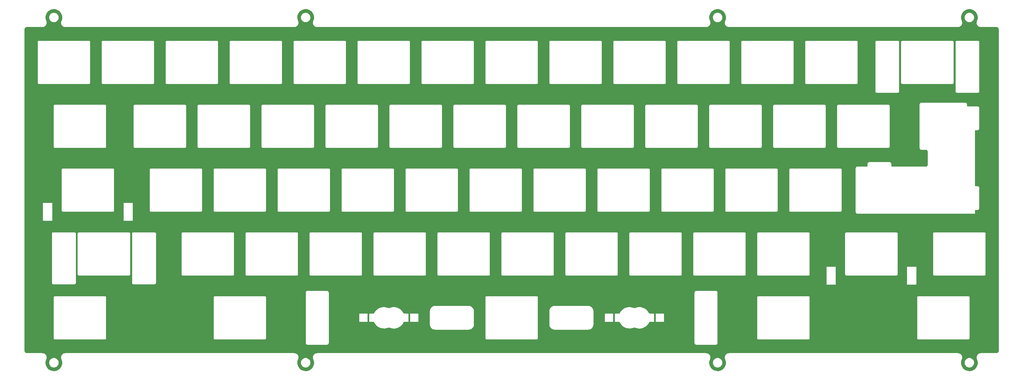
<source format=gbr>
%TF.GenerationSoftware,KiCad,Pcbnew,(5.1.10)-1*%
%TF.CreationDate,2021-06-20T12:49:40+07:00*%
%TF.ProjectId,Ansi,416e7369-2e6b-4696-9361-645f70636258,rev?*%
%TF.SameCoordinates,Original*%
%TF.FileFunction,Copper,L2,Bot*%
%TF.FilePolarity,Positive*%
%FSLAX46Y46*%
G04 Gerber Fmt 4.6, Leading zero omitted, Abs format (unit mm)*
G04 Created by KiCad (PCBNEW (5.1.10)-1) date 2021-06-20 12:49:40*
%MOMM*%
%LPD*%
G01*
G04 APERTURE LIST*
%TA.AperFunction,NonConductor*%
%ADD10C,0.254000*%
%TD*%
%TA.AperFunction,NonConductor*%
%ADD11C,0.100000*%
%TD*%
G04 APERTURE END LIST*
D10*
X274831446Y-36838619D02*
X275281349Y-36946995D01*
X275701635Y-37140695D01*
X276076296Y-37412341D01*
X276391061Y-37751588D01*
X276633933Y-38145504D01*
X276795669Y-38579097D01*
X276870106Y-39035848D01*
X276854409Y-39498355D01*
X276747408Y-39956580D01*
X276643323Y-40214199D01*
X276622696Y-40261349D01*
X276616149Y-40281466D01*
X276607950Y-40300970D01*
X276606428Y-40306010D01*
X276551325Y-40493235D01*
X276544920Y-40526813D01*
X276538053Y-40560269D01*
X276537539Y-40565508D01*
X276519850Y-40759869D01*
X276520088Y-40794039D01*
X276519850Y-40828208D01*
X276520363Y-40833447D01*
X276540764Y-41027544D01*
X276547639Y-41061035D01*
X276554038Y-41094578D01*
X276555559Y-41099618D01*
X276613271Y-41286055D01*
X276626506Y-41317541D01*
X276639313Y-41349237D01*
X276641784Y-41353885D01*
X276734610Y-41525562D01*
X276753715Y-41553887D01*
X276772427Y-41582481D01*
X276775750Y-41586555D01*
X276775754Y-41586561D01*
X276775759Y-41586566D01*
X276900157Y-41736937D01*
X276924407Y-41761019D01*
X276948309Y-41785426D01*
X276952365Y-41788782D01*
X277103607Y-41912133D01*
X277132111Y-41931071D01*
X277160264Y-41950347D01*
X277164886Y-41952847D01*
X277164891Y-41952850D01*
X277164896Y-41952852D01*
X277337216Y-42044475D01*
X277368792Y-42057489D01*
X277400212Y-42070956D01*
X277405240Y-42072513D01*
X277592076Y-42128922D01*
X277625635Y-42135567D01*
X277659017Y-42142662D01*
X277664252Y-42143213D01*
X277858485Y-42162258D01*
X277858489Y-42162258D01*
X277876755Y-42164057D01*
X282485298Y-42164057D01*
X282624396Y-42177696D01*
X282740462Y-42212738D01*
X282847504Y-42269654D01*
X282941454Y-42346278D01*
X283018730Y-42439688D01*
X283076394Y-42546336D01*
X283112244Y-42662147D01*
X283126741Y-42800075D01*
X283126740Y-138567945D01*
X283113101Y-138707046D01*
X283078059Y-138823107D01*
X283021145Y-138930148D01*
X282944521Y-139024099D01*
X282851108Y-139101378D01*
X282744462Y-139159041D01*
X282628649Y-139194891D01*
X282490731Y-139209387D01*
X277876755Y-139209387D01*
X277871419Y-139209913D01*
X277827765Y-139211153D01*
X277806773Y-139213815D01*
X277785639Y-139214722D01*
X277780432Y-139215496D01*
X277587592Y-139245543D01*
X277554536Y-139254065D01*
X277521302Y-139262140D01*
X277516345Y-139263911D01*
X277333014Y-139330842D01*
X277302256Y-139345616D01*
X277271209Y-139359999D01*
X277266690Y-139362699D01*
X277099852Y-139463964D01*
X277072507Y-139484462D01*
X277044889Y-139504570D01*
X277040980Y-139508096D01*
X276896988Y-139639838D01*
X276874151Y-139665251D01*
X276850959Y-139690346D01*
X276847809Y-139694564D01*
X276732148Y-139851765D01*
X276714669Y-139881151D01*
X276696805Y-139910254D01*
X276694540Y-139914994D01*
X276694535Y-139915002D01*
X276694532Y-139915010D01*
X276611611Y-140091677D01*
X276600185Y-140123863D01*
X276588302Y-140155915D01*
X276586997Y-140161015D01*
X276539968Y-140350430D01*
X276535011Y-140384229D01*
X276529580Y-140417971D01*
X276529291Y-140423227D01*
X276519948Y-140618169D01*
X276521649Y-140652263D01*
X276522877Y-140686444D01*
X276523615Y-140691657D01*
X276552315Y-140884701D01*
X276560607Y-140917819D01*
X276568449Y-140951105D01*
X276570185Y-140956075D01*
X276635789Y-141139741D01*
X276635833Y-141139868D01*
X276803932Y-141610484D01*
X276871986Y-142068229D01*
X276849832Y-142530477D01*
X276738317Y-142979617D01*
X276541688Y-143398541D01*
X276267435Y-143771294D01*
X275926003Y-144083680D01*
X275530397Y-144323797D01*
X275095683Y-144482504D01*
X274638429Y-144553750D01*
X274176035Y-144534825D01*
X273726132Y-144426448D01*
X273305844Y-144232748D01*
X272931181Y-143961101D01*
X272616420Y-143621856D01*
X272373548Y-143227940D01*
X272211812Y-142794347D01*
X272137375Y-142337597D01*
X272147653Y-142034754D01*
X272964189Y-142034754D01*
X272964189Y-142338020D01*
X273023353Y-142635457D01*
X273139408Y-142915638D01*
X273307893Y-143167793D01*
X273522334Y-143382234D01*
X273774489Y-143550719D01*
X274054670Y-143666774D01*
X274352107Y-143725938D01*
X274655373Y-143725938D01*
X274952810Y-143666774D01*
X275232991Y-143550719D01*
X275485146Y-143382234D01*
X275699587Y-143167793D01*
X275868072Y-142915638D01*
X275984127Y-142635457D01*
X276043291Y-142338020D01*
X276043291Y-142034754D01*
X275984127Y-141737317D01*
X275868072Y-141457136D01*
X275699587Y-141204981D01*
X275485146Y-140990540D01*
X275232991Y-140822055D01*
X274952810Y-140706000D01*
X274655373Y-140646836D01*
X274352107Y-140646836D01*
X274054670Y-140706000D01*
X273774489Y-140822055D01*
X273522334Y-140990540D01*
X273307893Y-141204981D01*
X273139408Y-141457136D01*
X273023353Y-141737317D01*
X272964189Y-142034754D01*
X272147653Y-142034754D01*
X272153072Y-141875090D01*
X272260073Y-141416865D01*
X272364158Y-141159246D01*
X272384785Y-141112096D01*
X272391332Y-141091980D01*
X272399531Y-141072475D01*
X272401053Y-141067436D01*
X272456156Y-140880210D01*
X272462560Y-140846639D01*
X272469428Y-140813177D01*
X272469942Y-140807938D01*
X272487631Y-140613576D01*
X272487393Y-140579406D01*
X272487631Y-140545236D01*
X272487118Y-140539997D01*
X272466717Y-140345901D01*
X272459841Y-140312404D01*
X272453443Y-140278867D01*
X272451922Y-140273827D01*
X272394210Y-140087389D01*
X272380968Y-140055887D01*
X272368169Y-140024209D01*
X272365698Y-140019561D01*
X272272873Y-139847884D01*
X272253777Y-139819573D01*
X272235055Y-139790964D01*
X272231728Y-139786884D01*
X272107324Y-139636507D01*
X272083090Y-139612442D01*
X272059172Y-139588018D01*
X272055116Y-139584662D01*
X271903874Y-139461312D01*
X271875407Y-139442398D01*
X271847220Y-139423099D01*
X271842590Y-139420595D01*
X271670267Y-139328970D01*
X271638740Y-139315976D01*
X271607271Y-139302488D01*
X271602242Y-139300932D01*
X271415406Y-139244522D01*
X271381847Y-139237877D01*
X271348465Y-139230782D01*
X271343230Y-139230231D01*
X271148996Y-139211186D01*
X271148992Y-139211186D01*
X271130726Y-139209387D01*
X202876755Y-139209387D01*
X202871419Y-139209913D01*
X202827765Y-139211153D01*
X202806773Y-139213815D01*
X202785639Y-139214722D01*
X202780432Y-139215496D01*
X202587592Y-139245543D01*
X202554536Y-139254065D01*
X202521302Y-139262140D01*
X202516345Y-139263911D01*
X202333014Y-139330842D01*
X202302256Y-139345616D01*
X202271209Y-139359999D01*
X202266690Y-139362699D01*
X202099852Y-139463964D01*
X202072507Y-139484462D01*
X202044889Y-139504570D01*
X202040980Y-139508096D01*
X201896988Y-139639838D01*
X201874151Y-139665251D01*
X201850959Y-139690346D01*
X201847809Y-139694564D01*
X201732148Y-139851765D01*
X201714669Y-139881151D01*
X201696805Y-139910254D01*
X201694540Y-139914994D01*
X201694535Y-139915002D01*
X201694532Y-139915010D01*
X201611611Y-140091677D01*
X201600185Y-140123863D01*
X201588302Y-140155915D01*
X201586997Y-140161015D01*
X201539968Y-140350430D01*
X201535011Y-140384229D01*
X201529580Y-140417971D01*
X201529291Y-140423227D01*
X201519948Y-140618169D01*
X201521649Y-140652263D01*
X201522877Y-140686444D01*
X201523615Y-140691657D01*
X201552315Y-140884701D01*
X201560607Y-140917819D01*
X201568449Y-140951105D01*
X201570185Y-140956075D01*
X201635789Y-141139741D01*
X201635833Y-141139868D01*
X201803932Y-141610484D01*
X201871986Y-142068229D01*
X201849832Y-142530477D01*
X201738317Y-142979617D01*
X201541688Y-143398541D01*
X201267435Y-143771294D01*
X200926003Y-144083680D01*
X200530397Y-144323797D01*
X200095683Y-144482504D01*
X199638429Y-144553750D01*
X199176035Y-144534825D01*
X198726132Y-144426448D01*
X198305844Y-144232748D01*
X197931181Y-143961101D01*
X197616420Y-143621856D01*
X197373548Y-143227940D01*
X197211812Y-142794347D01*
X197137375Y-142337597D01*
X197147653Y-142034754D01*
X197964189Y-142034754D01*
X197964189Y-142338020D01*
X198023353Y-142635457D01*
X198139408Y-142915638D01*
X198307893Y-143167793D01*
X198522334Y-143382234D01*
X198774489Y-143550719D01*
X199054670Y-143666774D01*
X199352107Y-143725938D01*
X199655373Y-143725938D01*
X199952810Y-143666774D01*
X200232991Y-143550719D01*
X200485146Y-143382234D01*
X200699587Y-143167793D01*
X200868072Y-142915638D01*
X200984127Y-142635457D01*
X201043291Y-142338020D01*
X201043291Y-142034754D01*
X200984127Y-141737317D01*
X200868072Y-141457136D01*
X200699587Y-141204981D01*
X200485146Y-140990540D01*
X200232991Y-140822055D01*
X199952810Y-140706000D01*
X199655373Y-140646836D01*
X199352107Y-140646836D01*
X199054670Y-140706000D01*
X198774489Y-140822055D01*
X198522334Y-140990540D01*
X198307893Y-141204981D01*
X198139408Y-141457136D01*
X198023353Y-141737317D01*
X197964189Y-142034754D01*
X197147653Y-142034754D01*
X197153072Y-141875090D01*
X197260073Y-141416865D01*
X197364158Y-141159246D01*
X197384785Y-141112096D01*
X197391332Y-141091980D01*
X197399531Y-141072475D01*
X197401053Y-141067436D01*
X197456156Y-140880210D01*
X197462560Y-140846639D01*
X197469428Y-140813177D01*
X197469942Y-140807938D01*
X197487631Y-140613576D01*
X197487393Y-140579406D01*
X197487631Y-140545236D01*
X197487118Y-140539997D01*
X197466717Y-140345901D01*
X197459841Y-140312404D01*
X197453443Y-140278867D01*
X197451922Y-140273827D01*
X197394210Y-140087389D01*
X197380968Y-140055887D01*
X197368169Y-140024209D01*
X197365698Y-140019561D01*
X197272873Y-139847884D01*
X197253777Y-139819573D01*
X197235055Y-139790964D01*
X197231728Y-139786884D01*
X197107324Y-139636507D01*
X197083090Y-139612442D01*
X197059172Y-139588018D01*
X197055116Y-139584662D01*
X196903874Y-139461312D01*
X196875407Y-139442398D01*
X196847220Y-139423099D01*
X196842590Y-139420595D01*
X196670267Y-139328970D01*
X196638740Y-139315976D01*
X196607271Y-139302488D01*
X196602242Y-139300932D01*
X196415406Y-139244522D01*
X196381847Y-139237877D01*
X196348465Y-139230782D01*
X196343230Y-139230231D01*
X196148996Y-139211186D01*
X196148992Y-139211186D01*
X196130726Y-139209387D01*
X80177405Y-139209387D01*
X80172069Y-139209913D01*
X80128415Y-139211153D01*
X80107423Y-139213815D01*
X80086289Y-139214722D01*
X80081082Y-139215496D01*
X79888242Y-139245543D01*
X79855186Y-139254065D01*
X79821952Y-139262140D01*
X79816995Y-139263911D01*
X79633664Y-139330842D01*
X79602906Y-139345616D01*
X79571859Y-139359999D01*
X79567340Y-139362699D01*
X79400502Y-139463964D01*
X79373157Y-139484462D01*
X79345539Y-139504570D01*
X79341630Y-139508096D01*
X79197638Y-139639838D01*
X79174801Y-139665251D01*
X79151609Y-139690346D01*
X79148459Y-139694564D01*
X79032798Y-139851765D01*
X79015319Y-139881151D01*
X78997455Y-139910254D01*
X78995190Y-139914994D01*
X78995185Y-139915002D01*
X78995182Y-139915010D01*
X78912261Y-140091677D01*
X78900835Y-140123863D01*
X78888952Y-140155915D01*
X78887647Y-140161015D01*
X78840618Y-140350430D01*
X78835661Y-140384229D01*
X78830230Y-140417971D01*
X78829941Y-140423227D01*
X78820598Y-140618169D01*
X78822299Y-140652263D01*
X78823527Y-140686444D01*
X78824265Y-140691657D01*
X78852965Y-140884701D01*
X78861257Y-140917819D01*
X78869099Y-140951105D01*
X78870835Y-140956075D01*
X78936439Y-141139741D01*
X78936483Y-141139868D01*
X79104582Y-141610484D01*
X79172636Y-142068229D01*
X79150482Y-142530477D01*
X79038967Y-142979617D01*
X78842338Y-143398541D01*
X78568085Y-143771294D01*
X78226653Y-144083680D01*
X77831047Y-144323797D01*
X77396333Y-144482504D01*
X76939079Y-144553750D01*
X76476685Y-144534825D01*
X76026782Y-144426448D01*
X75606494Y-144232748D01*
X75231831Y-143961101D01*
X74917070Y-143621856D01*
X74674198Y-143227940D01*
X74512462Y-142794347D01*
X74438025Y-142337597D01*
X74448303Y-142034754D01*
X75264839Y-142034754D01*
X75264839Y-142338020D01*
X75324003Y-142635457D01*
X75440058Y-142915638D01*
X75608543Y-143167793D01*
X75822984Y-143382234D01*
X76075139Y-143550719D01*
X76355320Y-143666774D01*
X76652757Y-143725938D01*
X76956023Y-143725938D01*
X77253460Y-143666774D01*
X77533641Y-143550719D01*
X77785796Y-143382234D01*
X78000237Y-143167793D01*
X78168722Y-142915638D01*
X78284777Y-142635457D01*
X78343941Y-142338020D01*
X78343941Y-142034754D01*
X78284777Y-141737317D01*
X78168722Y-141457136D01*
X78000237Y-141204981D01*
X77785796Y-140990540D01*
X77533641Y-140822055D01*
X77253460Y-140706000D01*
X76956023Y-140646836D01*
X76652757Y-140646836D01*
X76355320Y-140706000D01*
X76075139Y-140822055D01*
X75822984Y-140990540D01*
X75608543Y-141204981D01*
X75440058Y-141457136D01*
X75324003Y-141737317D01*
X75264839Y-142034754D01*
X74448303Y-142034754D01*
X74453722Y-141875090D01*
X74560723Y-141416865D01*
X74664808Y-141159246D01*
X74685435Y-141112096D01*
X74691982Y-141091980D01*
X74700181Y-141072475D01*
X74701703Y-141067436D01*
X74756806Y-140880210D01*
X74763210Y-140846639D01*
X74770078Y-140813177D01*
X74770592Y-140807938D01*
X74788281Y-140613576D01*
X74788043Y-140579406D01*
X74788281Y-140545236D01*
X74787768Y-140539997D01*
X74767367Y-140345901D01*
X74760491Y-140312404D01*
X74754093Y-140278867D01*
X74752572Y-140273827D01*
X74694860Y-140087389D01*
X74681618Y-140055887D01*
X74668819Y-140024209D01*
X74666348Y-140019561D01*
X74573523Y-139847884D01*
X74554427Y-139819573D01*
X74535705Y-139790964D01*
X74532378Y-139786884D01*
X74407974Y-139636507D01*
X74383740Y-139612442D01*
X74359822Y-139588018D01*
X74355766Y-139584662D01*
X74204524Y-139461312D01*
X74176057Y-139442398D01*
X74147870Y-139423099D01*
X74143240Y-139420595D01*
X73970917Y-139328970D01*
X73939390Y-139315976D01*
X73907921Y-139302488D01*
X73902892Y-139300932D01*
X73716056Y-139244522D01*
X73682497Y-139237877D01*
X73649115Y-139230782D01*
X73643880Y-139230231D01*
X73449646Y-139211186D01*
X73449642Y-139211186D01*
X73431376Y-139209387D01*
X5177405Y-139209387D01*
X5172069Y-139209913D01*
X5128415Y-139211153D01*
X5107423Y-139213815D01*
X5086289Y-139214722D01*
X5081082Y-139215496D01*
X4888242Y-139245543D01*
X4855186Y-139254065D01*
X4821952Y-139262140D01*
X4816995Y-139263911D01*
X4633664Y-139330842D01*
X4602906Y-139345616D01*
X4571859Y-139359999D01*
X4567340Y-139362699D01*
X4400502Y-139463964D01*
X4373157Y-139484462D01*
X4345539Y-139504570D01*
X4341630Y-139508096D01*
X4197638Y-139639838D01*
X4174801Y-139665251D01*
X4151609Y-139690346D01*
X4148459Y-139694564D01*
X4032798Y-139851765D01*
X4015319Y-139881151D01*
X3997455Y-139910254D01*
X3995190Y-139914994D01*
X3995185Y-139915002D01*
X3995182Y-139915010D01*
X3912261Y-140091677D01*
X3900835Y-140123863D01*
X3888952Y-140155915D01*
X3887647Y-140161015D01*
X3840618Y-140350430D01*
X3835661Y-140384229D01*
X3830230Y-140417971D01*
X3829941Y-140423227D01*
X3820598Y-140618169D01*
X3822299Y-140652263D01*
X3823527Y-140686444D01*
X3824265Y-140691657D01*
X3852965Y-140884701D01*
X3861257Y-140917819D01*
X3869099Y-140951105D01*
X3870835Y-140956075D01*
X3936439Y-141139741D01*
X3936483Y-141139868D01*
X4104582Y-141610484D01*
X4172636Y-142068229D01*
X4150482Y-142530477D01*
X4038967Y-142979617D01*
X3842338Y-143398541D01*
X3568085Y-143771294D01*
X3226653Y-144083680D01*
X2831047Y-144323797D01*
X2396333Y-144482504D01*
X1939079Y-144553750D01*
X1476685Y-144534825D01*
X1026782Y-144426448D01*
X606494Y-144232748D01*
X231831Y-143961101D01*
X-82930Y-143621856D01*
X-325802Y-143227940D01*
X-487538Y-142794347D01*
X-561975Y-142337597D01*
X-551697Y-142034754D01*
X264839Y-142034754D01*
X264839Y-142338020D01*
X324003Y-142635457D01*
X440058Y-142915638D01*
X608543Y-143167793D01*
X822984Y-143382234D01*
X1075139Y-143550719D01*
X1355320Y-143666774D01*
X1652757Y-143725938D01*
X1956023Y-143725938D01*
X2253460Y-143666774D01*
X2533641Y-143550719D01*
X2785796Y-143382234D01*
X3000237Y-143167793D01*
X3168722Y-142915638D01*
X3284777Y-142635457D01*
X3343941Y-142338020D01*
X3343941Y-142034754D01*
X3284777Y-141737317D01*
X3168722Y-141457136D01*
X3000237Y-141204981D01*
X2785796Y-140990540D01*
X2533641Y-140822055D01*
X2253460Y-140706000D01*
X1956023Y-140646836D01*
X1652757Y-140646836D01*
X1355320Y-140706000D01*
X1075139Y-140822055D01*
X822984Y-140990540D01*
X608543Y-141204981D01*
X440058Y-141457136D01*
X324003Y-141737317D01*
X264839Y-142034754D01*
X-551697Y-142034754D01*
X-546278Y-141875090D01*
X-439277Y-141416865D01*
X-335192Y-141159246D01*
X-314565Y-141112096D01*
X-308018Y-141091980D01*
X-299819Y-141072475D01*
X-298297Y-141067436D01*
X-243194Y-140880210D01*
X-236790Y-140846639D01*
X-229922Y-140813177D01*
X-229408Y-140807938D01*
X-211719Y-140613576D01*
X-211957Y-140579406D01*
X-211719Y-140545236D01*
X-212232Y-140539997D01*
X-232633Y-140345901D01*
X-239509Y-140312404D01*
X-245907Y-140278867D01*
X-247428Y-140273827D01*
X-305140Y-140087389D01*
X-318382Y-140055887D01*
X-331181Y-140024209D01*
X-333652Y-140019561D01*
X-426477Y-139847884D01*
X-445573Y-139819573D01*
X-464295Y-139790964D01*
X-467622Y-139786884D01*
X-592026Y-139636507D01*
X-616260Y-139612442D01*
X-640178Y-139588018D01*
X-644234Y-139584662D01*
X-795476Y-139461312D01*
X-823943Y-139442398D01*
X-852130Y-139423099D01*
X-856760Y-139420595D01*
X-1029083Y-139328970D01*
X-1060610Y-139315976D01*
X-1092079Y-139302488D01*
X-1097108Y-139300932D01*
X-1283944Y-139244522D01*
X-1317503Y-139237877D01*
X-1350885Y-139230782D01*
X-1356120Y-139230231D01*
X-1550354Y-139211186D01*
X-1550358Y-139211186D01*
X-1568624Y-139209387D01*
X-6177168Y-139209387D01*
X-6316269Y-139195748D01*
X-6432330Y-139160706D01*
X-6539371Y-139103792D01*
X-6633322Y-139027168D01*
X-6710601Y-138933755D01*
X-6768264Y-138827109D01*
X-6804114Y-138711296D01*
X-6818610Y-138573378D01*
X-6818610Y-136294922D01*
X76702590Y-136294922D01*
X76703352Y-136302657D01*
X76703330Y-136305764D01*
X76703572Y-136308223D01*
X76713772Y-136405272D01*
X76716993Y-136420962D01*
X76720003Y-136436745D01*
X76720718Y-136439110D01*
X76749574Y-136532329D01*
X76755776Y-136547083D01*
X76761800Y-136561994D01*
X76762961Y-136564175D01*
X76809373Y-136650013D01*
X76818333Y-136663297D01*
X76827128Y-136676737D01*
X76828690Y-136678651D01*
X76890892Y-136753840D01*
X76902288Y-136765156D01*
X76913499Y-136776605D01*
X76915403Y-136778180D01*
X76991024Y-136839856D01*
X77004379Y-136848730D01*
X77017625Y-136857799D01*
X77019798Y-136858974D01*
X77105959Y-136904786D01*
X77120784Y-136910896D01*
X77135535Y-136917219D01*
X77137890Y-136917947D01*
X77137897Y-136917950D01*
X77137904Y-136917951D01*
X77231314Y-136946154D01*
X77247038Y-136949268D01*
X77262744Y-136952606D01*
X77265198Y-136952864D01*
X77265202Y-136952864D01*
X77361939Y-136962349D01*
X77370898Y-136963231D01*
X83138282Y-136963231D01*
X83146017Y-136962469D01*
X83149123Y-136962491D01*
X83151582Y-136962249D01*
X83248631Y-136952049D01*
X83264321Y-136948828D01*
X83280104Y-136945818D01*
X83282469Y-136945103D01*
X83375688Y-136916247D01*
X83390442Y-136910045D01*
X83405353Y-136904021D01*
X83407529Y-136902863D01*
X83407533Y-136902861D01*
X83407536Y-136902859D01*
X83493372Y-136856448D01*
X83506656Y-136847488D01*
X83520096Y-136838693D01*
X83522010Y-136837131D01*
X83597199Y-136774929D01*
X83608515Y-136763533D01*
X83619964Y-136752322D01*
X83621539Y-136750418D01*
X83683215Y-136674797D01*
X83692089Y-136661442D01*
X83701158Y-136648196D01*
X83702333Y-136646023D01*
X83748145Y-136559862D01*
X83754255Y-136545037D01*
X83760578Y-136530286D01*
X83761306Y-136527931D01*
X83761309Y-136527924D01*
X83761310Y-136527917D01*
X83789513Y-136434507D01*
X83792627Y-136418783D01*
X83795965Y-136403077D01*
X83796223Y-136400619D01*
X83805745Y-136303502D01*
X83805745Y-136303501D01*
X83806590Y-136294923D01*
X83806590Y-136294922D01*
X192502590Y-136294922D01*
X192503352Y-136302657D01*
X192503330Y-136305764D01*
X192503572Y-136308223D01*
X192513772Y-136405272D01*
X192516992Y-136420956D01*
X192520003Y-136436745D01*
X192520718Y-136439111D01*
X192549574Y-136532329D01*
X192555792Y-136547121D01*
X192561800Y-136561992D01*
X192562960Y-136564174D01*
X192609373Y-136650012D01*
X192618312Y-136663264D01*
X192627128Y-136676737D01*
X192628690Y-136678651D01*
X192690892Y-136753840D01*
X192702289Y-136765157D01*
X192713500Y-136776606D01*
X192715404Y-136778181D01*
X192791024Y-136839856D01*
X192804380Y-136848729D01*
X192817624Y-136857798D01*
X192819798Y-136858973D01*
X192905957Y-136904785D01*
X192920779Y-136910894D01*
X192935534Y-136917218D01*
X192937895Y-136917948D01*
X193031313Y-136946153D01*
X193047037Y-136949267D01*
X193062743Y-136952605D01*
X193065197Y-136952863D01*
X193065201Y-136952863D01*
X193159845Y-136962142D01*
X193170898Y-136963231D01*
X198938282Y-136963231D01*
X198946017Y-136962469D01*
X198949125Y-136962491D01*
X198951584Y-136962249D01*
X199048632Y-136952048D01*
X199064342Y-136948823D01*
X199080104Y-136945817D01*
X199082465Y-136945103D01*
X199082471Y-136945102D01*
X199082477Y-136945100D01*
X199175688Y-136916246D01*
X199190442Y-136910044D01*
X199205353Y-136904020D01*
X199207529Y-136902862D01*
X199207533Y-136902860D01*
X199207536Y-136902858D01*
X199293372Y-136856447D01*
X199306656Y-136847487D01*
X199320096Y-136838692D01*
X199322010Y-136837130D01*
X199397199Y-136774928D01*
X199408516Y-136763531D01*
X199419965Y-136752320D01*
X199421540Y-136750416D01*
X199483215Y-136674796D01*
X199492095Y-136661430D01*
X199501157Y-136648195D01*
X199502332Y-136646022D01*
X199548144Y-136559861D01*
X199554254Y-136545036D01*
X199560577Y-136530285D01*
X199561307Y-136527925D01*
X199561308Y-136527923D01*
X199561309Y-136527916D01*
X199589512Y-136434506D01*
X199592626Y-136418782D01*
X199595964Y-136403076D01*
X199596222Y-136400618D01*
X199605522Y-136305764D01*
X199606590Y-136294922D01*
X199606589Y-122678539D01*
X211190090Y-122678539D01*
X211190091Y-134895922D01*
X211190838Y-134903508D01*
X211190825Y-134905366D01*
X211191067Y-134907825D01*
X211197187Y-134966054D01*
X211200405Y-134981732D01*
X211203418Y-134997528D01*
X211204133Y-134999894D01*
X211221447Y-135055826D01*
X211227659Y-135070605D01*
X211233673Y-135085490D01*
X211234829Y-135087662D01*
X211234833Y-135087671D01*
X211234838Y-135087678D01*
X211262682Y-135139175D01*
X211271664Y-135152491D01*
X211280437Y-135165898D01*
X211281999Y-135167813D01*
X211319319Y-135212925D01*
X211330680Y-135224207D01*
X211341927Y-135235692D01*
X211343831Y-135237267D01*
X211389205Y-135274272D01*
X211402540Y-135283131D01*
X211415801Y-135292212D01*
X211417975Y-135293387D01*
X211469671Y-135320875D01*
X211484499Y-135326987D01*
X211499249Y-135333309D01*
X211501602Y-135334037D01*
X211501608Y-135334039D01*
X211501614Y-135334040D01*
X211557661Y-135350962D01*
X211573393Y-135354077D01*
X211589092Y-135357414D01*
X211591545Y-135357672D01*
X211591549Y-135357672D01*
X211647363Y-135363144D01*
X211658399Y-135364231D01*
X226575782Y-135364229D01*
X226583368Y-135363482D01*
X226585226Y-135363495D01*
X226587685Y-135363253D01*
X226645914Y-135357133D01*
X226661592Y-135353915D01*
X226677388Y-135350902D01*
X226679754Y-135350187D01*
X226735686Y-135332873D01*
X226750465Y-135326661D01*
X226765350Y-135320647D01*
X226767522Y-135319491D01*
X226767531Y-135319487D01*
X226767538Y-135319482D01*
X226819035Y-135291638D01*
X226832351Y-135282656D01*
X226845758Y-135273883D01*
X226847673Y-135272321D01*
X226892785Y-135235001D01*
X226904067Y-135223640D01*
X226915552Y-135212393D01*
X226917127Y-135210489D01*
X226954132Y-135165115D01*
X226962991Y-135151780D01*
X226972072Y-135138519D01*
X226973247Y-135136345D01*
X227000735Y-135084649D01*
X227006847Y-135069821D01*
X227013169Y-135055071D01*
X227013897Y-135052718D01*
X227013899Y-135052712D01*
X227013900Y-135052706D01*
X227030822Y-134996659D01*
X227033937Y-134980927D01*
X227037274Y-134965228D01*
X227037532Y-134962771D01*
X227043245Y-134904501D01*
X227043245Y-134904500D01*
X227044090Y-134895922D01*
X227044090Y-122678539D01*
X258815090Y-122678539D01*
X258815091Y-134895922D01*
X258815838Y-134903508D01*
X258815825Y-134905366D01*
X258816067Y-134907825D01*
X258822187Y-134966054D01*
X258825405Y-134981732D01*
X258828418Y-134997528D01*
X258829133Y-134999894D01*
X258846447Y-135055826D01*
X258852659Y-135070605D01*
X258858673Y-135085490D01*
X258859829Y-135087662D01*
X258859833Y-135087671D01*
X258859838Y-135087678D01*
X258887682Y-135139175D01*
X258896664Y-135152491D01*
X258905437Y-135165898D01*
X258906999Y-135167813D01*
X258944319Y-135212925D01*
X258955680Y-135224207D01*
X258966927Y-135235692D01*
X258968831Y-135237267D01*
X259014205Y-135274272D01*
X259027540Y-135283131D01*
X259040801Y-135292212D01*
X259042975Y-135293387D01*
X259094671Y-135320875D01*
X259109499Y-135326987D01*
X259124249Y-135333309D01*
X259126602Y-135334037D01*
X259126608Y-135334039D01*
X259126614Y-135334040D01*
X259182661Y-135350962D01*
X259198393Y-135354077D01*
X259214092Y-135357414D01*
X259216545Y-135357672D01*
X259216549Y-135357672D01*
X259272363Y-135363144D01*
X259283399Y-135364231D01*
X274200782Y-135364229D01*
X274208368Y-135363482D01*
X274210226Y-135363495D01*
X274212685Y-135363253D01*
X274270914Y-135357133D01*
X274286592Y-135353915D01*
X274302388Y-135350902D01*
X274304754Y-135350187D01*
X274360686Y-135332873D01*
X274375465Y-135326661D01*
X274390350Y-135320647D01*
X274392522Y-135319491D01*
X274392531Y-135319487D01*
X274392538Y-135319482D01*
X274444035Y-135291638D01*
X274457351Y-135282656D01*
X274470758Y-135273883D01*
X274472673Y-135272321D01*
X274517785Y-135235001D01*
X274529067Y-135223640D01*
X274540552Y-135212393D01*
X274542127Y-135210489D01*
X274579132Y-135165115D01*
X274587991Y-135151780D01*
X274597072Y-135138519D01*
X274598247Y-135136345D01*
X274625735Y-135084649D01*
X274631847Y-135069821D01*
X274638169Y-135055071D01*
X274638897Y-135052718D01*
X274638899Y-135052712D01*
X274638900Y-135052706D01*
X274655822Y-134996659D01*
X274658937Y-134980927D01*
X274662274Y-134965228D01*
X274662532Y-134962771D01*
X274668245Y-134904501D01*
X274668245Y-134904500D01*
X274669090Y-134895922D01*
X274669090Y-122678538D01*
X274668342Y-122670943D01*
X274668355Y-122669091D01*
X274668113Y-122666632D01*
X274661992Y-122608403D01*
X274658767Y-122592692D01*
X274655761Y-122576934D01*
X274655047Y-122574569D01*
X274637734Y-122518637D01*
X274631519Y-122503851D01*
X274625507Y-122488970D01*
X274624346Y-122486789D01*
X274596498Y-122435286D01*
X274587548Y-122422017D01*
X274578743Y-122408562D01*
X274577181Y-122406647D01*
X274539860Y-122361534D01*
X274528483Y-122350237D01*
X274517253Y-122338768D01*
X274515349Y-122337193D01*
X274469976Y-122300188D01*
X274456587Y-122291293D01*
X274443375Y-122282246D01*
X274441202Y-122281071D01*
X274389505Y-122253584D01*
X274374674Y-122247471D01*
X274359930Y-122241152D01*
X274357569Y-122240422D01*
X274357571Y-122240422D01*
X274357563Y-122240420D01*
X274301518Y-122223499D01*
X274285780Y-122220383D01*
X274270087Y-122217047D01*
X274267634Y-122216789D01*
X274267630Y-122216789D01*
X274212043Y-122211339D01*
X274200781Y-122210230D01*
X259283398Y-122210232D01*
X259275812Y-122210979D01*
X259273954Y-122210966D01*
X259271495Y-122211208D01*
X259213266Y-122217328D01*
X259197558Y-122220552D01*
X259181791Y-122223560D01*
X259179426Y-122224274D01*
X259123494Y-122241588D01*
X259108731Y-122247794D01*
X259093833Y-122253813D01*
X259091652Y-122254974D01*
X259040149Y-122282820D01*
X259026830Y-122291804D01*
X259013425Y-122300576D01*
X259011510Y-122302137D01*
X258966396Y-122339458D01*
X258955098Y-122350836D01*
X258943629Y-122362066D01*
X258942055Y-122363970D01*
X258905050Y-122409342D01*
X258896180Y-122422691D01*
X258887108Y-122435940D01*
X258885933Y-122438113D01*
X258858445Y-122489810D01*
X258852326Y-122504655D01*
X258846010Y-122519391D01*
X258845280Y-122521751D01*
X258828358Y-122577803D01*
X258825246Y-122593523D01*
X258821907Y-122609228D01*
X258821649Y-122611686D01*
X258815935Y-122669955D01*
X258815090Y-122678539D01*
X227044090Y-122678539D01*
X227044090Y-122678538D01*
X227043342Y-122670943D01*
X227043355Y-122669091D01*
X227043113Y-122666632D01*
X227036992Y-122608403D01*
X227033767Y-122592692D01*
X227030761Y-122576934D01*
X227030047Y-122574569D01*
X227012734Y-122518637D01*
X227006519Y-122503851D01*
X227000507Y-122488970D01*
X226999346Y-122486789D01*
X226971498Y-122435286D01*
X226962548Y-122422017D01*
X226953743Y-122408562D01*
X226952181Y-122406647D01*
X226914860Y-122361534D01*
X226903483Y-122350237D01*
X226892253Y-122338768D01*
X226890349Y-122337193D01*
X226844976Y-122300188D01*
X226831587Y-122291293D01*
X226818375Y-122282246D01*
X226816202Y-122281071D01*
X226764505Y-122253584D01*
X226749674Y-122247471D01*
X226734930Y-122241152D01*
X226732569Y-122240422D01*
X226732571Y-122240422D01*
X226732563Y-122240420D01*
X226676518Y-122223499D01*
X226660780Y-122220383D01*
X226645087Y-122217047D01*
X226642634Y-122216789D01*
X226642630Y-122216789D01*
X226587043Y-122211339D01*
X226575781Y-122210230D01*
X211658398Y-122210232D01*
X211650812Y-122210979D01*
X211648954Y-122210966D01*
X211646495Y-122211208D01*
X211588266Y-122217328D01*
X211572558Y-122220552D01*
X211556791Y-122223560D01*
X211554426Y-122224274D01*
X211498494Y-122241588D01*
X211483731Y-122247794D01*
X211468833Y-122253813D01*
X211466652Y-122254974D01*
X211415149Y-122282820D01*
X211401830Y-122291804D01*
X211388425Y-122300576D01*
X211386510Y-122302137D01*
X211341396Y-122339458D01*
X211330098Y-122350836D01*
X211318629Y-122362066D01*
X211317055Y-122363970D01*
X211280050Y-122409342D01*
X211271180Y-122422691D01*
X211262108Y-122435940D01*
X211260933Y-122438113D01*
X211233445Y-122489810D01*
X211227326Y-122504655D01*
X211221010Y-122519391D01*
X211220280Y-122521751D01*
X211203358Y-122577803D01*
X211200246Y-122593523D01*
X211196907Y-122609228D01*
X211196649Y-122611686D01*
X211190935Y-122669955D01*
X211190090Y-122678539D01*
X199606589Y-122678539D01*
X199606588Y-121277539D01*
X199605827Y-121269813D01*
X199605849Y-121266698D01*
X199605607Y-121264239D01*
X199595407Y-121167191D01*
X199592189Y-121151513D01*
X199589176Y-121135717D01*
X199588461Y-121133351D01*
X199559605Y-121040133D01*
X199553387Y-121025341D01*
X199547379Y-121010470D01*
X199546219Y-121008288D01*
X199499806Y-120922449D01*
X199490812Y-120909115D01*
X199482050Y-120895725D01*
X199480489Y-120893811D01*
X199418287Y-120818622D01*
X199406909Y-120807324D01*
X199395679Y-120795855D01*
X199393775Y-120794281D01*
X199318154Y-120732606D01*
X199304817Y-120723745D01*
X199291555Y-120714664D01*
X199289381Y-120713489D01*
X199203221Y-120667677D01*
X199188413Y-120661574D01*
X199173645Y-120655244D01*
X199171284Y-120654514D01*
X199077866Y-120626309D01*
X199062149Y-120623197D01*
X199046436Y-120619857D01*
X199043981Y-120619599D01*
X199043979Y-120619599D01*
X198949557Y-120610341D01*
X198938282Y-120609231D01*
X193170898Y-120609231D01*
X193163163Y-120609993D01*
X193160057Y-120609971D01*
X193157598Y-120610213D01*
X193060550Y-120620413D01*
X193044866Y-120623632D01*
X193029076Y-120626644D01*
X193026711Y-120627359D01*
X192933492Y-120656215D01*
X192918705Y-120662431D01*
X192903827Y-120668442D01*
X192901645Y-120669602D01*
X192815808Y-120716015D01*
X192802524Y-120724975D01*
X192789084Y-120733770D01*
X192787170Y-120735331D01*
X192711981Y-120797533D01*
X192700665Y-120808929D01*
X192689216Y-120820140D01*
X192687641Y-120822044D01*
X192625965Y-120897665D01*
X192617091Y-120911020D01*
X192608022Y-120924266D01*
X192606847Y-120926439D01*
X192561035Y-121012600D01*
X192554931Y-121027409D01*
X192548602Y-121042176D01*
X192547874Y-121044531D01*
X192547871Y-121044538D01*
X192547870Y-121044545D01*
X192519667Y-121137955D01*
X192516555Y-121153672D01*
X192513215Y-121169385D01*
X192512957Y-121171842D01*
X192503435Y-121268960D01*
X192503435Y-121268968D01*
X192502591Y-121277539D01*
X192502590Y-136294922D01*
X83806590Y-136294922D01*
X83806590Y-134895921D01*
X130227590Y-134895921D01*
X130228338Y-134903516D01*
X130228325Y-134905366D01*
X130228567Y-134907825D01*
X130234687Y-134966054D01*
X130237905Y-134981732D01*
X130240918Y-134997528D01*
X130241633Y-134999894D01*
X130258947Y-135055826D01*
X130265159Y-135070605D01*
X130271173Y-135085490D01*
X130272329Y-135087662D01*
X130272333Y-135087671D01*
X130272338Y-135087678D01*
X130300182Y-135139175D01*
X130309164Y-135152491D01*
X130317937Y-135165898D01*
X130319499Y-135167813D01*
X130356819Y-135212925D01*
X130368180Y-135224207D01*
X130379427Y-135235692D01*
X130381331Y-135237267D01*
X130426705Y-135274272D01*
X130440040Y-135283131D01*
X130453301Y-135292212D01*
X130455475Y-135293387D01*
X130507171Y-135320875D01*
X130521999Y-135326987D01*
X130536749Y-135333309D01*
X130539102Y-135334037D01*
X130539108Y-135334039D01*
X130539114Y-135334040D01*
X130595161Y-135350962D01*
X130610893Y-135354077D01*
X130626592Y-135357414D01*
X130629045Y-135357672D01*
X130629049Y-135357672D01*
X130684863Y-135363144D01*
X130695899Y-135364231D01*
X145613282Y-135364229D01*
X145620868Y-135363482D01*
X145622729Y-135363495D01*
X145625188Y-135363253D01*
X145683417Y-135357132D01*
X145699110Y-135353910D01*
X145714885Y-135350901D01*
X145717251Y-135350187D01*
X145773183Y-135332874D01*
X145787949Y-135326667D01*
X145802850Y-135320647D01*
X145805024Y-135319490D01*
X145805028Y-135319488D01*
X145805031Y-135319486D01*
X145856535Y-135291638D01*
X145869851Y-135282656D01*
X145883258Y-135273883D01*
X145885173Y-135272321D01*
X145930285Y-135235001D01*
X145941567Y-135223640D01*
X145953052Y-135212393D01*
X145954627Y-135210489D01*
X145991632Y-135165115D01*
X146000516Y-135151744D01*
X146009574Y-135138515D01*
X146010749Y-135136342D01*
X146038236Y-135084645D01*
X146044349Y-135069814D01*
X146050668Y-135055070D01*
X146051398Y-135052709D01*
X146051399Y-135052707D01*
X146051400Y-135052703D01*
X146068321Y-134996658D01*
X146071436Y-134980926D01*
X146074773Y-134965227D01*
X146075031Y-134962770D01*
X146080744Y-134904500D01*
X146080744Y-134904493D01*
X146081588Y-134895922D01*
X146081589Y-126778040D01*
X149277290Y-126778040D01*
X149277291Y-130795422D01*
X149277321Y-130795722D01*
X149277328Y-130797827D01*
X149278109Y-130805513D01*
X149278055Y-130813244D01*
X149278297Y-130815703D01*
X149308897Y-131106849D01*
X149312118Y-131122539D01*
X149315128Y-131138322D01*
X149315843Y-131140687D01*
X149402411Y-131420343D01*
X149408623Y-131435122D01*
X149414637Y-131450007D01*
X149415797Y-131452189D01*
X149555036Y-131709705D01*
X149564018Y-131723021D01*
X149572791Y-131736428D01*
X149574353Y-131738343D01*
X149760958Y-131963910D01*
X149772338Y-131975210D01*
X149783566Y-131986676D01*
X149785470Y-131988251D01*
X150012334Y-132173277D01*
X150025671Y-132182138D01*
X150038933Y-132191219D01*
X150041106Y-132192394D01*
X150299587Y-132329831D01*
X150314436Y-132335951D01*
X150329165Y-132342264D01*
X150331525Y-132342994D01*
X150611779Y-132427609D01*
X150627525Y-132430727D01*
X150643208Y-132434060D01*
X150645664Y-132434318D01*
X150645666Y-132434318D01*
X150936866Y-132462870D01*
X150945598Y-132463730D01*
X160962982Y-132463730D01*
X160963293Y-132463699D01*
X160965387Y-132463692D01*
X160973073Y-132462911D01*
X160980804Y-132462965D01*
X160983263Y-132462723D01*
X161274409Y-132432123D01*
X161290099Y-132428902D01*
X161305882Y-132425892D01*
X161308247Y-132425177D01*
X161587903Y-132338609D01*
X161602682Y-132332397D01*
X161617567Y-132326383D01*
X161619748Y-132325223D01*
X161877265Y-132185985D01*
X161890566Y-132177013D01*
X161903988Y-132168230D01*
X161905903Y-132166668D01*
X162131469Y-131980063D01*
X162142769Y-131968683D01*
X162154235Y-131957455D01*
X162155810Y-131955551D01*
X162340836Y-131728687D01*
X162349697Y-131715350D01*
X162358778Y-131702088D01*
X162359953Y-131699914D01*
X162497390Y-131441432D01*
X162503504Y-131426598D01*
X162509823Y-131411855D01*
X162510553Y-131409495D01*
X162595168Y-131129241D01*
X162598286Y-131113495D01*
X162601619Y-131097812D01*
X162601877Y-131095354D01*
X162630222Y-130806266D01*
X162631290Y-130795422D01*
X162631290Y-127611730D01*
X165826434Y-127611730D01*
X165827290Y-127620422D01*
X165827291Y-129953028D01*
X165826434Y-129961730D01*
X165829851Y-129996428D01*
X165839972Y-130029793D01*
X165856408Y-130060541D01*
X165878527Y-130087493D01*
X165905479Y-130109612D01*
X165936227Y-130126048D01*
X165969592Y-130136169D01*
X165995598Y-130138730D01*
X166004290Y-130139586D01*
X166012982Y-130138730D01*
X168345598Y-130138730D01*
X168354290Y-130139586D01*
X168362982Y-130138730D01*
X168388988Y-130136169D01*
X168422353Y-130126048D01*
X168453101Y-130109612D01*
X168480053Y-130087493D01*
X168502172Y-130060541D01*
X168518608Y-130029793D01*
X168528729Y-129996428D01*
X168532146Y-129961730D01*
X168531290Y-129953038D01*
X168531290Y-127620422D01*
X168532146Y-127611730D01*
X168776434Y-127611730D01*
X168777291Y-127620432D01*
X168777290Y-129953048D01*
X168776435Y-129961730D01*
X168777290Y-129970414D01*
X168777290Y-129970421D01*
X168779851Y-129996427D01*
X168789972Y-130029792D01*
X168806408Y-130060540D01*
X168828527Y-130087492D01*
X168855479Y-130109612D01*
X168886227Y-130126048D01*
X168919592Y-130136169D01*
X168954290Y-130139586D01*
X168962992Y-130138729D01*
X170219121Y-130138731D01*
X170321063Y-130356241D01*
X170327380Y-130366874D01*
X170333093Y-130377841D01*
X170334458Y-130379901D01*
X170677532Y-130890044D01*
X170687750Y-130902430D01*
X170697776Y-130914935D01*
X170699515Y-130916691D01*
X171135140Y-131350481D01*
X171147578Y-131360653D01*
X171159834Y-131370966D01*
X171161881Y-131372351D01*
X171673468Y-131713267D01*
X171687633Y-131720823D01*
X171701670Y-131728566D01*
X171703947Y-131729527D01*
X172272009Y-131964582D01*
X172287336Y-131969232D01*
X172302645Y-131974112D01*
X172305065Y-131974612D01*
X172907964Y-132094852D01*
X172923937Y-132096441D01*
X172939868Y-132098250D01*
X172942338Y-132098271D01*
X172942339Y-132098271D01*
X173557111Y-132099118D01*
X173573084Y-132097574D01*
X173589066Y-132096254D01*
X173591494Y-132095794D01*
X174194722Y-131977216D01*
X174210078Y-131972603D01*
X174225514Y-131968200D01*
X174227799Y-131967280D01*
X174227805Y-131967278D01*
X174227810Y-131967275D01*
X174725264Y-131763041D01*
X174975728Y-131878302D01*
X174987410Y-131882350D01*
X174998854Y-131887044D01*
X175001226Y-131887738D01*
X175592473Y-132056178D01*
X175608245Y-132059044D01*
X175623999Y-132062136D01*
X175626459Y-132062355D01*
X175626461Y-132062355D01*
X176239165Y-132112747D01*
X176255192Y-132112496D01*
X176271248Y-132112469D01*
X176273705Y-132112206D01*
X176884527Y-132042630D01*
X176900231Y-132039264D01*
X176915944Y-132036125D01*
X176918304Y-132035390D01*
X177503980Y-131848497D01*
X177518737Y-131842142D01*
X177533536Y-131836013D01*
X177535707Y-131834834D01*
X178073927Y-131537742D01*
X178087142Y-131528660D01*
X178100496Y-131519755D01*
X178102397Y-131518177D01*
X178572662Y-131122201D01*
X178583834Y-131110753D01*
X178595231Y-131099397D01*
X178596789Y-131097479D01*
X178981185Y-130617703D01*
X178989943Y-130604269D01*
X178998894Y-130590949D01*
X179000050Y-130588765D01*
X179234341Y-130138730D01*
X180495598Y-130138730D01*
X180504290Y-130139586D01*
X180512982Y-130138730D01*
X180538988Y-130136169D01*
X180572353Y-130126048D01*
X180603101Y-130109612D01*
X180630053Y-130087493D01*
X180652172Y-130060541D01*
X180668608Y-130029793D01*
X180678729Y-129996428D01*
X180682146Y-129961730D01*
X180681290Y-129953038D01*
X180681290Y-127620414D01*
X180682145Y-127611730D01*
X180926434Y-127611730D01*
X180927290Y-127620422D01*
X180927291Y-129953028D01*
X180926434Y-129961730D01*
X180929851Y-129996428D01*
X180939972Y-130029793D01*
X180956408Y-130060541D01*
X180978527Y-130087493D01*
X181005479Y-130109612D01*
X181036227Y-130126048D01*
X181069592Y-130136169D01*
X181095598Y-130138730D01*
X181104290Y-130139586D01*
X181112982Y-130138730D01*
X183445598Y-130138730D01*
X183454290Y-130139586D01*
X183462982Y-130138730D01*
X183488988Y-130136169D01*
X183522353Y-130126048D01*
X183553101Y-130109612D01*
X183580053Y-130087493D01*
X183602172Y-130060541D01*
X183618608Y-130029793D01*
X183628729Y-129996428D01*
X183632146Y-129961730D01*
X183631290Y-129953038D01*
X183631290Y-127620422D01*
X183632146Y-127611730D01*
X183628729Y-127577032D01*
X183618608Y-127543667D01*
X183602172Y-127512919D01*
X183580053Y-127485967D01*
X183553101Y-127463848D01*
X183522353Y-127447412D01*
X183488988Y-127437291D01*
X183454290Y-127433874D01*
X183445598Y-127434730D01*
X181112982Y-127434730D01*
X181104290Y-127433874D01*
X181069592Y-127437291D01*
X181036227Y-127447412D01*
X181005479Y-127463848D01*
X180978527Y-127485967D01*
X180956408Y-127512919D01*
X180939972Y-127543667D01*
X180929851Y-127577032D01*
X180926434Y-127611730D01*
X180682145Y-127611730D01*
X180681290Y-127603048D01*
X180681290Y-127603038D01*
X180678729Y-127577032D01*
X180668608Y-127543667D01*
X180652172Y-127512919D01*
X180630052Y-127485967D01*
X180603100Y-127463848D01*
X180572352Y-127447412D01*
X180538987Y-127437291D01*
X180504290Y-127433874D01*
X180495597Y-127434730D01*
X179239458Y-127434732D01*
X179137516Y-127217221D01*
X179131199Y-127206588D01*
X179125486Y-127195621D01*
X179124121Y-127193561D01*
X178781048Y-126683418D01*
X178770827Y-126671028D01*
X178760804Y-126658527D01*
X178759065Y-126656771D01*
X178323438Y-126222981D01*
X178311000Y-126212808D01*
X178298745Y-126202496D01*
X178296699Y-126201111D01*
X177785111Y-125860196D01*
X177770977Y-125852656D01*
X177756910Y-125844897D01*
X177754633Y-125843937D01*
X177186571Y-125608881D01*
X177171232Y-125604227D01*
X177155934Y-125599351D01*
X177153514Y-125598851D01*
X176550617Y-125478610D01*
X176534617Y-125477019D01*
X176518714Y-125475213D01*
X176516243Y-125475192D01*
X175901470Y-125474344D01*
X175885503Y-125475888D01*
X175869514Y-125477208D01*
X175867086Y-125477668D01*
X175263858Y-125596246D01*
X175248492Y-125600862D01*
X175233067Y-125605262D01*
X175230774Y-125606184D01*
X174733317Y-125810420D01*
X174482853Y-125695159D01*
X174471170Y-125691111D01*
X174459725Y-125686416D01*
X174457353Y-125685723D01*
X173866107Y-125517283D01*
X173850335Y-125514417D01*
X173834581Y-125511325D01*
X173832120Y-125511106D01*
X173219415Y-125460714D01*
X173203388Y-125460965D01*
X173187333Y-125460992D01*
X173184875Y-125461255D01*
X172574053Y-125530831D01*
X172558355Y-125534196D01*
X172542636Y-125537336D01*
X172540277Y-125538071D01*
X171954600Y-125724964D01*
X171939843Y-125731319D01*
X171925044Y-125737448D01*
X171922873Y-125738627D01*
X171384653Y-126035719D01*
X171371421Y-126044813D01*
X171358085Y-126053706D01*
X171356184Y-126055284D01*
X170885918Y-126451259D01*
X170874708Y-126462746D01*
X170863350Y-126474064D01*
X170861791Y-126475982D01*
X170477395Y-126955758D01*
X170468627Y-126969208D01*
X170459686Y-126982512D01*
X170458529Y-126984696D01*
X170224239Y-127434730D01*
X168962982Y-127434730D01*
X168954290Y-127433874D01*
X168945598Y-127434730D01*
X168919592Y-127437291D01*
X168886227Y-127447412D01*
X168855479Y-127463848D01*
X168828527Y-127485967D01*
X168806408Y-127512919D01*
X168789972Y-127543667D01*
X168779851Y-127577032D01*
X168776434Y-127611730D01*
X168532146Y-127611730D01*
X168528729Y-127577032D01*
X168518608Y-127543667D01*
X168502172Y-127512919D01*
X168480053Y-127485967D01*
X168453101Y-127463848D01*
X168422353Y-127447412D01*
X168388988Y-127437291D01*
X168354290Y-127433874D01*
X168345598Y-127434730D01*
X166012982Y-127434730D01*
X166004290Y-127433874D01*
X165969592Y-127437291D01*
X165936227Y-127447412D01*
X165905479Y-127463848D01*
X165878527Y-127485967D01*
X165856408Y-127512919D01*
X165839972Y-127543667D01*
X165829851Y-127577032D01*
X165826434Y-127611730D01*
X162631290Y-127611730D01*
X162631290Y-126778039D01*
X162631259Y-126777728D01*
X162631252Y-126775634D01*
X162630471Y-126767948D01*
X162630525Y-126760217D01*
X162630283Y-126757758D01*
X162599683Y-126466613D01*
X162596464Y-126450929D01*
X162593452Y-126435139D01*
X162592737Y-126432773D01*
X162506169Y-126153118D01*
X162499957Y-126138339D01*
X162493943Y-126123454D01*
X162492783Y-126121272D01*
X162353544Y-125863756D01*
X162344562Y-125850440D01*
X162335789Y-125837033D01*
X162334227Y-125835118D01*
X162147622Y-125609551D01*
X162136245Y-125598253D01*
X162125015Y-125586785D01*
X162123116Y-125585215D01*
X162123111Y-125585210D01*
X162123106Y-125585206D01*
X161896246Y-125400184D01*
X161882909Y-125391323D01*
X161869647Y-125382242D01*
X161867474Y-125381067D01*
X161608993Y-125243630D01*
X161594158Y-125237516D01*
X161579416Y-125231197D01*
X161577055Y-125230467D01*
X161296801Y-125145853D01*
X161281084Y-125142741D01*
X161265371Y-125139401D01*
X161262916Y-125139143D01*
X161262914Y-125139143D01*
X160971714Y-125110591D01*
X160962982Y-125109731D01*
X150945598Y-125109731D01*
X150945287Y-125109762D01*
X150943193Y-125109769D01*
X150935507Y-125110550D01*
X150927776Y-125110496D01*
X150925317Y-125110738D01*
X150634172Y-125141338D01*
X150618488Y-125144557D01*
X150602698Y-125147569D01*
X150600332Y-125148284D01*
X150320677Y-125234852D01*
X150305898Y-125241064D01*
X150291013Y-125247078D01*
X150288831Y-125248238D01*
X150031315Y-125387477D01*
X150017999Y-125396459D01*
X150004592Y-125405232D01*
X150002677Y-125406794D01*
X149777110Y-125593399D01*
X149765812Y-125604776D01*
X149754344Y-125616006D01*
X149752774Y-125617905D01*
X149752769Y-125617910D01*
X149752765Y-125617915D01*
X149567743Y-125844775D01*
X149558882Y-125858112D01*
X149549801Y-125871374D01*
X149548626Y-125873547D01*
X149411189Y-126132028D01*
X149405075Y-126146863D01*
X149398756Y-126161605D01*
X149398026Y-126163966D01*
X149313412Y-126444220D01*
X149310300Y-126459937D01*
X149306960Y-126475650D01*
X149306702Y-126478107D01*
X149278135Y-126769459D01*
X149277290Y-126778040D01*
X146081589Y-126778040D01*
X146081590Y-122678539D01*
X146080842Y-122670944D01*
X146080855Y-122669094D01*
X146080613Y-122666635D01*
X146074493Y-122608406D01*
X146071274Y-122592722D01*
X146068262Y-122576932D01*
X146067547Y-122574567D01*
X146050233Y-122518634D01*
X146044019Y-122503851D01*
X146038007Y-122488970D01*
X146036846Y-122486789D01*
X146008998Y-122435286D01*
X146000048Y-122422017D01*
X145991243Y-122408562D01*
X145989681Y-122406647D01*
X145952360Y-122361534D01*
X145940983Y-122350237D01*
X145929753Y-122338768D01*
X145927849Y-122337193D01*
X145882476Y-122300188D01*
X145869100Y-122291301D01*
X145855879Y-122282248D01*
X145853706Y-122281073D01*
X145802009Y-122253585D01*
X145787181Y-122247473D01*
X145772431Y-122241151D01*
X145770078Y-122240423D01*
X145770072Y-122240421D01*
X145770066Y-122240420D01*
X145714019Y-122223498D01*
X145698281Y-122220382D01*
X145682588Y-122217046D01*
X145680135Y-122216788D01*
X145680131Y-122216788D01*
X145622238Y-122211112D01*
X145613282Y-122210230D01*
X130695898Y-122210230D01*
X130688303Y-122210978D01*
X130686454Y-122210965D01*
X130683995Y-122211207D01*
X130625766Y-122217327D01*
X130610082Y-122220546D01*
X130594292Y-122223558D01*
X130591927Y-122224273D01*
X130535994Y-122241587D01*
X130521227Y-122247794D01*
X130506330Y-122253813D01*
X130504154Y-122254971D01*
X130504150Y-122254973D01*
X130504149Y-122254974D01*
X130452646Y-122282822D01*
X130439377Y-122291772D01*
X130425922Y-122300577D01*
X130424007Y-122302139D01*
X130378894Y-122339460D01*
X130367597Y-122350837D01*
X130356128Y-122362067D01*
X130354553Y-122363971D01*
X130317548Y-122409344D01*
X130308661Y-122422720D01*
X130299608Y-122435941D01*
X130298433Y-122438114D01*
X130270945Y-122489811D01*
X130264833Y-122504639D01*
X130258511Y-122519389D01*
X130257785Y-122521738D01*
X130257781Y-122521748D01*
X130257780Y-122521754D01*
X130240858Y-122577801D01*
X130237742Y-122593539D01*
X130234406Y-122609232D01*
X130234148Y-122611689D01*
X130228435Y-122669959D01*
X130228435Y-122669967D01*
X130227591Y-122678538D01*
X130227590Y-134895921D01*
X83806590Y-134895921D01*
X83806590Y-127611730D01*
X92676434Y-127611730D01*
X92677290Y-127620422D01*
X92677291Y-129953028D01*
X92676434Y-129961730D01*
X92679851Y-129996428D01*
X92689972Y-130029793D01*
X92706408Y-130060541D01*
X92728527Y-130087493D01*
X92755479Y-130109612D01*
X92786227Y-130126048D01*
X92819592Y-130136169D01*
X92845598Y-130138730D01*
X92854290Y-130139586D01*
X92862982Y-130138730D01*
X95195597Y-130138730D01*
X95204289Y-130139586D01*
X95212981Y-130138730D01*
X95238987Y-130136169D01*
X95272352Y-130126048D01*
X95303100Y-130109612D01*
X95330052Y-130087493D01*
X95352171Y-130060541D01*
X95368607Y-130029793D01*
X95378728Y-129996428D01*
X95382145Y-129961730D01*
X95381289Y-129953038D01*
X95381289Y-127620422D01*
X95382145Y-127611730D01*
X95626433Y-127611730D01*
X95627289Y-127620422D01*
X95627290Y-129953028D01*
X95626433Y-129961730D01*
X95629850Y-129996428D01*
X95639971Y-130029793D01*
X95656407Y-130060541D01*
X95678526Y-130087493D01*
X95705478Y-130109612D01*
X95736226Y-130126048D01*
X95769591Y-130136169D01*
X95795597Y-130138730D01*
X95804289Y-130139586D01*
X95812981Y-130138730D01*
X97069121Y-130138730D01*
X97171063Y-130356240D01*
X97177380Y-130366873D01*
X97183093Y-130377840D01*
X97184458Y-130379900D01*
X97527532Y-130890043D01*
X97537750Y-130902429D01*
X97547776Y-130914934D01*
X97549515Y-130916690D01*
X97985140Y-131350480D01*
X97997578Y-131360652D01*
X98009834Y-131370965D01*
X98011881Y-131372350D01*
X98523468Y-131713266D01*
X98537633Y-131720822D01*
X98551670Y-131728565D01*
X98553947Y-131729526D01*
X99122009Y-131964581D01*
X99137336Y-131969231D01*
X99152645Y-131974111D01*
X99155065Y-131974611D01*
X99757964Y-132094851D01*
X99773937Y-132096440D01*
X99789868Y-132098249D01*
X99792338Y-132098270D01*
X99792339Y-132098270D01*
X100407111Y-132099117D01*
X100423084Y-132097573D01*
X100439066Y-132096253D01*
X100441494Y-132095793D01*
X101044722Y-131977215D01*
X101060078Y-131972602D01*
X101075514Y-131968199D01*
X101077799Y-131967279D01*
X101077805Y-131967277D01*
X101077810Y-131967274D01*
X101575263Y-131763041D01*
X101825728Y-131878302D01*
X101837410Y-131882350D01*
X101848854Y-131887044D01*
X101851226Y-131887738D01*
X102442473Y-132056178D01*
X102458245Y-132059044D01*
X102473999Y-132062136D01*
X102476459Y-132062355D01*
X102476461Y-132062355D01*
X103089165Y-132112747D01*
X103105192Y-132112496D01*
X103121248Y-132112469D01*
X103123705Y-132112206D01*
X103734527Y-132042630D01*
X103750218Y-132039267D01*
X103765945Y-132036125D01*
X103768304Y-132035390D01*
X104353980Y-131848496D01*
X104368737Y-131842141D01*
X104383536Y-131836012D01*
X104385707Y-131834833D01*
X104923927Y-131537741D01*
X104937127Y-131528670D01*
X104950496Y-131519754D01*
X104952397Y-131518176D01*
X105422661Y-131122200D01*
X105433833Y-131110752D01*
X105445230Y-131099396D01*
X105446788Y-131097478D01*
X105831184Y-130617702D01*
X105839942Y-130604268D01*
X105848893Y-130590948D01*
X105850049Y-130588764D01*
X106084340Y-130138730D01*
X107345598Y-130138730D01*
X107354290Y-130139586D01*
X107362982Y-130138730D01*
X107388988Y-130136169D01*
X107422353Y-130126048D01*
X107453101Y-130109612D01*
X107480053Y-130087493D01*
X107502172Y-130060541D01*
X107518608Y-130029793D01*
X107528729Y-129996428D01*
X107532146Y-129961730D01*
X107531290Y-129953038D01*
X107531290Y-127620422D01*
X107532146Y-127611730D01*
X107776433Y-127611730D01*
X107777289Y-127620422D01*
X107777290Y-129953028D01*
X107776433Y-129961730D01*
X107779850Y-129996428D01*
X107789971Y-130029793D01*
X107806407Y-130060541D01*
X107828526Y-130087493D01*
X107855478Y-130109612D01*
X107886226Y-130126048D01*
X107919591Y-130136169D01*
X107945597Y-130138730D01*
X107954289Y-130139586D01*
X107962981Y-130138730D01*
X110295597Y-130138730D01*
X110304289Y-130139586D01*
X110312981Y-130138730D01*
X110338987Y-130136169D01*
X110372352Y-130126048D01*
X110403100Y-130109612D01*
X110430052Y-130087493D01*
X110452171Y-130060541D01*
X110468607Y-130029793D01*
X110478728Y-129996428D01*
X110482145Y-129961730D01*
X110481289Y-129953038D01*
X110481289Y-127620422D01*
X110482145Y-127611730D01*
X110478728Y-127577032D01*
X110468607Y-127543667D01*
X110452171Y-127512919D01*
X110430052Y-127485967D01*
X110403100Y-127463848D01*
X110372352Y-127447412D01*
X110338987Y-127437291D01*
X110304289Y-127433874D01*
X110295597Y-127434730D01*
X107962981Y-127434730D01*
X107954289Y-127433874D01*
X107919591Y-127437291D01*
X107886226Y-127447412D01*
X107855478Y-127463848D01*
X107828526Y-127485967D01*
X107806407Y-127512919D01*
X107789971Y-127543667D01*
X107779850Y-127577032D01*
X107776433Y-127611730D01*
X107532146Y-127611730D01*
X107528729Y-127577032D01*
X107518608Y-127543667D01*
X107502172Y-127512919D01*
X107480053Y-127485967D01*
X107453101Y-127463848D01*
X107422353Y-127447412D01*
X107388988Y-127437291D01*
X107354290Y-127433874D01*
X107345598Y-127434730D01*
X106089458Y-127434730D01*
X105987516Y-127217220D01*
X105981202Y-127206591D01*
X105975486Y-127195620D01*
X105974121Y-127193560D01*
X105694681Y-126778039D01*
X113677289Y-126778039D01*
X113677291Y-130795422D01*
X113677321Y-130795722D01*
X113677328Y-130797827D01*
X113678109Y-130805513D01*
X113678055Y-130813244D01*
X113678297Y-130815703D01*
X113708897Y-131106849D01*
X113712118Y-131122539D01*
X113715128Y-131138322D01*
X113715843Y-131140687D01*
X113802411Y-131420343D01*
X113808634Y-131435147D01*
X113814637Y-131450006D01*
X113815797Y-131452188D01*
X113955035Y-131709705D01*
X113964000Y-131722997D01*
X113972790Y-131736429D01*
X113974352Y-131738344D01*
X114160957Y-131963910D01*
X114172337Y-131975210D01*
X114183565Y-131986676D01*
X114185469Y-131988251D01*
X114412333Y-132173277D01*
X114425678Y-132182144D01*
X114438931Y-132191218D01*
X114441105Y-132192394D01*
X114699587Y-132329831D01*
X114714401Y-132335937D01*
X114729164Y-132342265D01*
X114731521Y-132342994D01*
X114731527Y-132342996D01*
X115011778Y-132427610D01*
X115027524Y-132430728D01*
X115043207Y-132434061D01*
X115045663Y-132434319D01*
X115045665Y-132434319D01*
X115337017Y-132462886D01*
X115337027Y-132462886D01*
X115345598Y-132463730D01*
X125362981Y-132463730D01*
X125363292Y-132463699D01*
X125365386Y-132463692D01*
X125373072Y-132462911D01*
X125380803Y-132462965D01*
X125383262Y-132462723D01*
X125674408Y-132432123D01*
X125690098Y-132428902D01*
X125705881Y-132425892D01*
X125708246Y-132425177D01*
X125987902Y-132338609D01*
X126002681Y-132332397D01*
X126017566Y-132326383D01*
X126019747Y-132325223D01*
X126277264Y-132185985D01*
X126290580Y-132177003D01*
X126303987Y-132168230D01*
X126305902Y-132166668D01*
X126531469Y-131980063D01*
X126542786Y-131968666D01*
X126554235Y-131957455D01*
X126555810Y-131955551D01*
X126740835Y-131728689D01*
X126749714Y-131715325D01*
X126758776Y-131702090D01*
X126759952Y-131699916D01*
X126897389Y-131441434D01*
X126903501Y-131426606D01*
X126909823Y-131411856D01*
X126910553Y-131409496D01*
X126995168Y-131129242D01*
X126998286Y-131113496D01*
X127001619Y-131097813D01*
X127001877Y-131095355D01*
X127030245Y-130806036D01*
X127031290Y-130795422D01*
X127031290Y-126778039D01*
X127031259Y-126777728D01*
X127031252Y-126775634D01*
X127030471Y-126767948D01*
X127030525Y-126760217D01*
X127030283Y-126757758D01*
X126999683Y-126466613D01*
X126996464Y-126450929D01*
X126993452Y-126435139D01*
X126992737Y-126432774D01*
X126906169Y-126153117D01*
X126899957Y-126138338D01*
X126893943Y-126123453D01*
X126892783Y-126121271D01*
X126753544Y-125863755D01*
X126744562Y-125850439D01*
X126735789Y-125837032D01*
X126734227Y-125835117D01*
X126547622Y-125609550D01*
X126536245Y-125598252D01*
X126525015Y-125586784D01*
X126523116Y-125585214D01*
X126523111Y-125585209D01*
X126523106Y-125585205D01*
X126296246Y-125400183D01*
X126282909Y-125391322D01*
X126269647Y-125382241D01*
X126267473Y-125381066D01*
X126008991Y-125243629D01*
X125994171Y-125237521D01*
X125979415Y-125231196D01*
X125977054Y-125230466D01*
X125696800Y-125145852D01*
X125681083Y-125142740D01*
X125665370Y-125139400D01*
X125662915Y-125139142D01*
X125662913Y-125139142D01*
X125371713Y-125110590D01*
X125362981Y-125109730D01*
X115345598Y-125109730D01*
X115345287Y-125109761D01*
X115343193Y-125109768D01*
X115335507Y-125110549D01*
X115327776Y-125110495D01*
X115325317Y-125110737D01*
X115034172Y-125141337D01*
X115018488Y-125144556D01*
X115002698Y-125147568D01*
X115000333Y-125148283D01*
X114720676Y-125234851D01*
X114705897Y-125241063D01*
X114691012Y-125247077D01*
X114688830Y-125248237D01*
X114431314Y-125387476D01*
X114417998Y-125396458D01*
X114404591Y-125405231D01*
X114402676Y-125406793D01*
X114177109Y-125593398D01*
X114165811Y-125604775D01*
X114154343Y-125616005D01*
X114152773Y-125617904D01*
X114152768Y-125617909D01*
X114152767Y-125617911D01*
X113967742Y-125844774D01*
X113958881Y-125858111D01*
X113949800Y-125871373D01*
X113948625Y-125873547D01*
X113811188Y-126132029D01*
X113805080Y-126146849D01*
X113798755Y-126161605D01*
X113798025Y-126163966D01*
X113713411Y-126444220D01*
X113710299Y-126459937D01*
X113706959Y-126475650D01*
X113706701Y-126478107D01*
X113678149Y-126769307D01*
X113677289Y-126778039D01*
X105694681Y-126778039D01*
X105631047Y-126683417D01*
X105620844Y-126671049D01*
X105610803Y-126658525D01*
X105609064Y-126656770D01*
X105173438Y-126222980D01*
X105161020Y-126212824D01*
X105148745Y-126202495D01*
X105146699Y-126201110D01*
X104635110Y-125860195D01*
X104620976Y-125852655D01*
X104606909Y-125844896D01*
X104604632Y-125843936D01*
X104036571Y-125608881D01*
X104021267Y-125604238D01*
X104005934Y-125599350D01*
X104003514Y-125598850D01*
X103400616Y-125478609D01*
X103384612Y-125477018D01*
X103368712Y-125475212D01*
X103366241Y-125475191D01*
X102751469Y-125474344D01*
X102735499Y-125475888D01*
X102719513Y-125477208D01*
X102717085Y-125477668D01*
X102113858Y-125596246D01*
X102098492Y-125600862D01*
X102083067Y-125605262D01*
X102080774Y-125606184D01*
X101583317Y-125810420D01*
X101332853Y-125695159D01*
X101321170Y-125691111D01*
X101309725Y-125686416D01*
X101307353Y-125685723D01*
X100716107Y-125517283D01*
X100700335Y-125514417D01*
X100684581Y-125511325D01*
X100682120Y-125511106D01*
X100069416Y-125460714D01*
X100053389Y-125460965D01*
X100037334Y-125460992D01*
X100034877Y-125461255D01*
X99424054Y-125530830D01*
X99408377Y-125534190D01*
X99392635Y-125537335D01*
X99390276Y-125538070D01*
X98804601Y-125724964D01*
X98789830Y-125731325D01*
X98775046Y-125737448D01*
X98772874Y-125738627D01*
X98234653Y-126035719D01*
X98221453Y-126044790D01*
X98208084Y-126053706D01*
X98206183Y-126055284D01*
X97735919Y-126451259D01*
X97724709Y-126462746D01*
X97713351Y-126474064D01*
X97711792Y-126475982D01*
X97327396Y-126955757D01*
X97318618Y-126969222D01*
X97309687Y-126982511D01*
X97308530Y-126984695D01*
X97074240Y-127434730D01*
X95812981Y-127434730D01*
X95804289Y-127433874D01*
X95769591Y-127437291D01*
X95736226Y-127447412D01*
X95705478Y-127463848D01*
X95678526Y-127485967D01*
X95656407Y-127512919D01*
X95639971Y-127543667D01*
X95629850Y-127577032D01*
X95626433Y-127611730D01*
X95382145Y-127611730D01*
X95378728Y-127577032D01*
X95368607Y-127543667D01*
X95352171Y-127512919D01*
X95330052Y-127485967D01*
X95303100Y-127463848D01*
X95272352Y-127447412D01*
X95238987Y-127437291D01*
X95204289Y-127433874D01*
X95195597Y-127434730D01*
X92862982Y-127434730D01*
X92854290Y-127433874D01*
X92819592Y-127437291D01*
X92786227Y-127447412D01*
X92755479Y-127463848D01*
X92728527Y-127485967D01*
X92706408Y-127512919D01*
X92689972Y-127543667D01*
X92679851Y-127577032D01*
X92676434Y-127611730D01*
X83806590Y-127611730D01*
X83806590Y-121277539D01*
X83805828Y-121269804D01*
X83805850Y-121266698D01*
X83805608Y-121264239D01*
X83795408Y-121167191D01*
X83792189Y-121151507D01*
X83789177Y-121135717D01*
X83788462Y-121133352D01*
X83759606Y-121040133D01*
X83753390Y-121025346D01*
X83747379Y-121010468D01*
X83746219Y-121008286D01*
X83699806Y-120922449D01*
X83690846Y-120909165D01*
X83682051Y-120895725D01*
X83680490Y-120893811D01*
X83618288Y-120818622D01*
X83606892Y-120807306D01*
X83595681Y-120795857D01*
X83593777Y-120794282D01*
X83518156Y-120732606D01*
X83504801Y-120723732D01*
X83491555Y-120714663D01*
X83489382Y-120713488D01*
X83403221Y-120667676D01*
X83388396Y-120661566D01*
X83373645Y-120655243D01*
X83371290Y-120654515D01*
X83371283Y-120654512D01*
X83371276Y-120654511D01*
X83277866Y-120626308D01*
X83262149Y-120623196D01*
X83246436Y-120619856D01*
X83243981Y-120619598D01*
X83243979Y-120619598D01*
X83147240Y-120610113D01*
X83138282Y-120609231D01*
X77370898Y-120609231D01*
X77363163Y-120609993D01*
X77360057Y-120609971D01*
X77357598Y-120610213D01*
X77260550Y-120620413D01*
X77244866Y-120623632D01*
X77229076Y-120626644D01*
X77226711Y-120627359D01*
X77133492Y-120656215D01*
X77118705Y-120662431D01*
X77103827Y-120668442D01*
X77101645Y-120669602D01*
X77015808Y-120716015D01*
X77002524Y-120724975D01*
X76989084Y-120733770D01*
X76987170Y-120735331D01*
X76911981Y-120797533D01*
X76900665Y-120808929D01*
X76889216Y-120820140D01*
X76887641Y-120822044D01*
X76825965Y-120897665D01*
X76817091Y-120911020D01*
X76808022Y-120924266D01*
X76806847Y-120926439D01*
X76761035Y-121012600D01*
X76754931Y-121027409D01*
X76748602Y-121042176D01*
X76747874Y-121044531D01*
X76747871Y-121044538D01*
X76747870Y-121044545D01*
X76719667Y-121137955D01*
X76716555Y-121153672D01*
X76713215Y-121169385D01*
X76712957Y-121171842D01*
X76703435Y-121268960D01*
X76703435Y-121268968D01*
X76702591Y-121277539D01*
X76702590Y-136294922D01*
X-6818610Y-136294922D01*
X-6818610Y-134895921D01*
X1640090Y-134895921D01*
X1640838Y-134903516D01*
X1640825Y-134905366D01*
X1641067Y-134907825D01*
X1647187Y-134966054D01*
X1650405Y-134981732D01*
X1653418Y-134997528D01*
X1654133Y-134999894D01*
X1671447Y-135055826D01*
X1677659Y-135070605D01*
X1683673Y-135085490D01*
X1684829Y-135087662D01*
X1684833Y-135087671D01*
X1684838Y-135087678D01*
X1712682Y-135139175D01*
X1721664Y-135152491D01*
X1730437Y-135165898D01*
X1731999Y-135167813D01*
X1769319Y-135212925D01*
X1780680Y-135224207D01*
X1791927Y-135235692D01*
X1793831Y-135237267D01*
X1839205Y-135274272D01*
X1852540Y-135283131D01*
X1865801Y-135292212D01*
X1867975Y-135293387D01*
X1919671Y-135320875D01*
X1934499Y-135326987D01*
X1949249Y-135333309D01*
X1951602Y-135334037D01*
X1951608Y-135334039D01*
X1951614Y-135334040D01*
X2007661Y-135350962D01*
X2023393Y-135354077D01*
X2039092Y-135357414D01*
X2041545Y-135357672D01*
X2041549Y-135357672D01*
X2099215Y-135363326D01*
X2108397Y-135364230D01*
X17025782Y-135364230D01*
X17033377Y-135363482D01*
X17035229Y-135363495D01*
X17037688Y-135363253D01*
X17095917Y-135357132D01*
X17111610Y-135353910D01*
X17127385Y-135350901D01*
X17129751Y-135350187D01*
X17185683Y-135332874D01*
X17200449Y-135326667D01*
X17215350Y-135320647D01*
X17217524Y-135319490D01*
X17217528Y-135319488D01*
X17217531Y-135319486D01*
X17269035Y-135291638D01*
X17282351Y-135282656D01*
X17295758Y-135273883D01*
X17297673Y-135272321D01*
X17342785Y-135235001D01*
X17354067Y-135223640D01*
X17365552Y-135212393D01*
X17367127Y-135210489D01*
X17404132Y-135165115D01*
X17413016Y-135151744D01*
X17422074Y-135138515D01*
X17423249Y-135136342D01*
X17450736Y-135084645D01*
X17456849Y-135069814D01*
X17463168Y-135055070D01*
X17463898Y-135052709D01*
X17463899Y-135052707D01*
X17463900Y-135052703D01*
X17480821Y-134996658D01*
X17483936Y-134980926D01*
X17487273Y-134965227D01*
X17487531Y-134962770D01*
X17493244Y-134904500D01*
X17493244Y-134904493D01*
X17494088Y-134895922D01*
X17494088Y-134895921D01*
X49265090Y-134895921D01*
X49265838Y-134903516D01*
X49265825Y-134905366D01*
X49266067Y-134907825D01*
X49272187Y-134966054D01*
X49275410Y-134981756D01*
X49278419Y-134997529D01*
X49279133Y-134999895D01*
X49296447Y-135055826D01*
X49302658Y-135070601D01*
X49308673Y-135085489D01*
X49309832Y-135087666D01*
X49309834Y-135087671D01*
X49309837Y-135087675D01*
X49337682Y-135139174D01*
X49346667Y-135152495D01*
X49355434Y-135165893D01*
X49356996Y-135167808D01*
X49394316Y-135212923D01*
X49405695Y-135224223D01*
X49416926Y-135235692D01*
X49418830Y-135237267D01*
X49464204Y-135274272D01*
X49477557Y-135283143D01*
X49490802Y-135292213D01*
X49492976Y-135293388D01*
X49544672Y-135320875D01*
X49559480Y-135326978D01*
X49574248Y-135333308D01*
X49576609Y-135334038D01*
X49632660Y-135350961D01*
X49648392Y-135354076D01*
X49664091Y-135357413D01*
X49666544Y-135357671D01*
X49666548Y-135357671D01*
X49722362Y-135363143D01*
X49733398Y-135364230D01*
X64650782Y-135364230D01*
X64658377Y-135363482D01*
X64660226Y-135363495D01*
X64662685Y-135363253D01*
X64720914Y-135357133D01*
X64736592Y-135353915D01*
X64752388Y-135350902D01*
X64754754Y-135350187D01*
X64810686Y-135332873D01*
X64825465Y-135326661D01*
X64840350Y-135320647D01*
X64842522Y-135319491D01*
X64842531Y-135319487D01*
X64842538Y-135319482D01*
X64894035Y-135291638D01*
X64907351Y-135282656D01*
X64920758Y-135273883D01*
X64922673Y-135272321D01*
X64967785Y-135235001D01*
X64979067Y-135223640D01*
X64990552Y-135212393D01*
X64992127Y-135210489D01*
X65029132Y-135165115D01*
X65037991Y-135151780D01*
X65047072Y-135138519D01*
X65048247Y-135136345D01*
X65075735Y-135084649D01*
X65081847Y-135069821D01*
X65088169Y-135055071D01*
X65088897Y-135052718D01*
X65088899Y-135052712D01*
X65088900Y-135052706D01*
X65105822Y-134996659D01*
X65108937Y-134980927D01*
X65112274Y-134965228D01*
X65112532Y-134962771D01*
X65118245Y-134904501D01*
X65118245Y-134904500D01*
X65119090Y-134895922D01*
X65119090Y-122678538D01*
X65118342Y-122670943D01*
X65118355Y-122669092D01*
X65118113Y-122666632D01*
X65111992Y-122608402D01*
X65108761Y-122592662D01*
X65105760Y-122576930D01*
X65105046Y-122574565D01*
X65087732Y-122518633D01*
X65081518Y-122503851D01*
X65075507Y-122488972D01*
X65074346Y-122486791D01*
X65046500Y-122435288D01*
X65037516Y-122421970D01*
X65028743Y-122408562D01*
X65027181Y-122406647D01*
X64989859Y-122361533D01*
X64978482Y-122350236D01*
X64967252Y-122338767D01*
X64965348Y-122337192D01*
X64919975Y-122300187D01*
X64906570Y-122291281D01*
X64893375Y-122282246D01*
X64891202Y-122281071D01*
X64839506Y-122253584D01*
X64824710Y-122247486D01*
X64809930Y-122241151D01*
X64807569Y-122240421D01*
X64751518Y-122223498D01*
X64735780Y-122220382D01*
X64720087Y-122217046D01*
X64717635Y-122216789D01*
X64717632Y-122216788D01*
X64717629Y-122216788D01*
X64659963Y-122211134D01*
X64650781Y-122210230D01*
X49733398Y-122210230D01*
X49725803Y-122210978D01*
X49723954Y-122210965D01*
X49721495Y-122211207D01*
X49663266Y-122217327D01*
X49647582Y-122220546D01*
X49631792Y-122223558D01*
X49629427Y-122224273D01*
X49573494Y-122241587D01*
X49558727Y-122247794D01*
X49543830Y-122253813D01*
X49541654Y-122254971D01*
X49541650Y-122254973D01*
X49541649Y-122254974D01*
X49490146Y-122282822D01*
X49476877Y-122291772D01*
X49463422Y-122300577D01*
X49461507Y-122302139D01*
X49416394Y-122339460D01*
X49405097Y-122350837D01*
X49393628Y-122362067D01*
X49392053Y-122363971D01*
X49355048Y-122409344D01*
X49346161Y-122422720D01*
X49337108Y-122435941D01*
X49335933Y-122438114D01*
X49308445Y-122489811D01*
X49302333Y-122504639D01*
X49296011Y-122519389D01*
X49295285Y-122521738D01*
X49295281Y-122521748D01*
X49295280Y-122521754D01*
X49278358Y-122577801D01*
X49275242Y-122593539D01*
X49271906Y-122609232D01*
X49271648Y-122611689D01*
X49265935Y-122669959D01*
X49265935Y-122669967D01*
X49265091Y-122678538D01*
X49265090Y-134895921D01*
X17494088Y-134895921D01*
X17494090Y-122678539D01*
X17493342Y-122670944D01*
X17493355Y-122669095D01*
X17493113Y-122666635D01*
X17486993Y-122608405D01*
X17483770Y-122592704D01*
X17480761Y-122576930D01*
X17480047Y-122574565D01*
X17462733Y-122518633D01*
X17456519Y-122503851D01*
X17450507Y-122488970D01*
X17449346Y-122486789D01*
X17421498Y-122435286D01*
X17412537Y-122422002D01*
X17403744Y-122408564D01*
X17402183Y-122406649D01*
X17364862Y-122361535D01*
X17353484Y-122350236D01*
X17342253Y-122338767D01*
X17340349Y-122337192D01*
X17294976Y-122300187D01*
X17281589Y-122291293D01*
X17268378Y-122282247D01*
X17266207Y-122281073D01*
X17266199Y-122281069D01*
X17214507Y-122253584D01*
X17199705Y-122247483D01*
X17184930Y-122241150D01*
X17182573Y-122240421D01*
X17182567Y-122240419D01*
X17126518Y-122223497D01*
X17110780Y-122220381D01*
X17095087Y-122217045D01*
X17092634Y-122216787D01*
X17092630Y-122216787D01*
X17034360Y-122211074D01*
X17034353Y-122211074D01*
X17025782Y-122210230D01*
X2108398Y-122210230D01*
X2100803Y-122210978D01*
X2098954Y-122210965D01*
X2096495Y-122211207D01*
X2038266Y-122217327D01*
X2022582Y-122220546D01*
X2006792Y-122223558D01*
X2004427Y-122224273D01*
X1948494Y-122241587D01*
X1933727Y-122247794D01*
X1918830Y-122253813D01*
X1916654Y-122254971D01*
X1916650Y-122254973D01*
X1916649Y-122254974D01*
X1865146Y-122282822D01*
X1851877Y-122291772D01*
X1838422Y-122300577D01*
X1836507Y-122302139D01*
X1791394Y-122339460D01*
X1780097Y-122350837D01*
X1768628Y-122362067D01*
X1767053Y-122363971D01*
X1730048Y-122409344D01*
X1721161Y-122422720D01*
X1712108Y-122435941D01*
X1710933Y-122438114D01*
X1683445Y-122489811D01*
X1677333Y-122504639D01*
X1671011Y-122519389D01*
X1670285Y-122521738D01*
X1670281Y-122521748D01*
X1670280Y-122521754D01*
X1653358Y-122577801D01*
X1650242Y-122593539D01*
X1646906Y-122609232D01*
X1646648Y-122611689D01*
X1640935Y-122669959D01*
X1640935Y-122669967D01*
X1640091Y-122678538D01*
X1640090Y-134895921D01*
X-6818610Y-134895921D01*
X-6818610Y-103628539D01*
X1095839Y-103628539D01*
X1095841Y-118445922D01*
X1096588Y-118453508D01*
X1096575Y-118455366D01*
X1096817Y-118457825D01*
X1102937Y-118516054D01*
X1106155Y-118531732D01*
X1109168Y-118547528D01*
X1109883Y-118549894D01*
X1127197Y-118605826D01*
X1133409Y-118620605D01*
X1139423Y-118635490D01*
X1140579Y-118637662D01*
X1140583Y-118637671D01*
X1140588Y-118637678D01*
X1168432Y-118689175D01*
X1177414Y-118702491D01*
X1186187Y-118715898D01*
X1187749Y-118717813D01*
X1225069Y-118762925D01*
X1236430Y-118774207D01*
X1247677Y-118785692D01*
X1249581Y-118787267D01*
X1294955Y-118824272D01*
X1308290Y-118833131D01*
X1321551Y-118842212D01*
X1323725Y-118843387D01*
X1375421Y-118870875D01*
X1390249Y-118876987D01*
X1404999Y-118883309D01*
X1407352Y-118884037D01*
X1407358Y-118884039D01*
X1407364Y-118884040D01*
X1463411Y-118900962D01*
X1479143Y-118904077D01*
X1494842Y-118907414D01*
X1497295Y-118907672D01*
X1497299Y-118907672D01*
X1555192Y-118913348D01*
X1564148Y-118914230D01*
X7981532Y-118914230D01*
X7989127Y-118913482D01*
X7990976Y-118913495D01*
X7993435Y-118913253D01*
X8051664Y-118907133D01*
X8067342Y-118903915D01*
X8083138Y-118900902D01*
X8085504Y-118900187D01*
X8141436Y-118882873D01*
X8156215Y-118876661D01*
X8171100Y-118870647D01*
X8173272Y-118869491D01*
X8173281Y-118869487D01*
X8173288Y-118869482D01*
X8224785Y-118841638D01*
X8238101Y-118832656D01*
X8251508Y-118823883D01*
X8253423Y-118822321D01*
X8298535Y-118785001D01*
X8309817Y-118773640D01*
X8321302Y-118762393D01*
X8322877Y-118760489D01*
X8359882Y-118715115D01*
X8368741Y-118701780D01*
X8377822Y-118688519D01*
X8378997Y-118686345D01*
X8406485Y-118634649D01*
X8412597Y-118619821D01*
X8418919Y-118605071D01*
X8419647Y-118602718D01*
X8419649Y-118602712D01*
X8419650Y-118602706D01*
X8436572Y-118546659D01*
X8439687Y-118530927D01*
X8443024Y-118515228D01*
X8443282Y-118512771D01*
X8448995Y-118454501D01*
X8449840Y-118445922D01*
X8449840Y-118445921D01*
X24971840Y-118445921D01*
X24972588Y-118453516D01*
X24972575Y-118455366D01*
X24972817Y-118457825D01*
X24978937Y-118516054D01*
X24982155Y-118531732D01*
X24985168Y-118547528D01*
X24985883Y-118549894D01*
X25003197Y-118605826D01*
X25009409Y-118620605D01*
X25015423Y-118635490D01*
X25016579Y-118637662D01*
X25016583Y-118637671D01*
X25016588Y-118637678D01*
X25044432Y-118689175D01*
X25053414Y-118702491D01*
X25062187Y-118715898D01*
X25063749Y-118717813D01*
X25101069Y-118762925D01*
X25112430Y-118774207D01*
X25123677Y-118785692D01*
X25125581Y-118787267D01*
X25170955Y-118824272D01*
X25184290Y-118833131D01*
X25197551Y-118842212D01*
X25199725Y-118843387D01*
X25251421Y-118870875D01*
X25266249Y-118876987D01*
X25280999Y-118883309D01*
X25283352Y-118884037D01*
X25283358Y-118884039D01*
X25283364Y-118884040D01*
X25339411Y-118900962D01*
X25355143Y-118904077D01*
X25370842Y-118907414D01*
X25373295Y-118907672D01*
X25373299Y-118907672D01*
X25431192Y-118913348D01*
X25440148Y-118914230D01*
X31857532Y-118914230D01*
X31865127Y-118913482D01*
X31866976Y-118913495D01*
X31869435Y-118913253D01*
X31927664Y-118907133D01*
X31943366Y-118903910D01*
X31959139Y-118900901D01*
X31961505Y-118900187D01*
X32017436Y-118882873D01*
X32032211Y-118876662D01*
X32047099Y-118870647D01*
X32049276Y-118869488D01*
X32049281Y-118869486D01*
X32049285Y-118869483D01*
X32100784Y-118841638D01*
X32114105Y-118832653D01*
X32127503Y-118823886D01*
X32129418Y-118822324D01*
X32129420Y-118822322D01*
X32129422Y-118822321D01*
X32129424Y-118822319D01*
X32174533Y-118785004D01*
X32185833Y-118773625D01*
X32197302Y-118762394D01*
X32198877Y-118760490D01*
X32235882Y-118715116D01*
X32244753Y-118701763D01*
X32253823Y-118688518D01*
X32254998Y-118686344D01*
X32282485Y-118634648D01*
X32288588Y-118619840D01*
X32294918Y-118605072D01*
X32295648Y-118602711D01*
X32312571Y-118546660D01*
X32315686Y-118530928D01*
X32319023Y-118515229D01*
X32319281Y-118512772D01*
X32324994Y-118454502D01*
X32324994Y-118454493D01*
X32325838Y-118445922D01*
X32325838Y-115845921D01*
X39740090Y-115845921D01*
X39740838Y-115853516D01*
X39740825Y-115855366D01*
X39741067Y-115857825D01*
X39747187Y-115916054D01*
X39750405Y-115931732D01*
X39753418Y-115947528D01*
X39754133Y-115949894D01*
X39771447Y-116005826D01*
X39777659Y-116020605D01*
X39783673Y-116035490D01*
X39784829Y-116037662D01*
X39784833Y-116037671D01*
X39784838Y-116037678D01*
X39812682Y-116089175D01*
X39821664Y-116102491D01*
X39830437Y-116115898D01*
X39831999Y-116117813D01*
X39869319Y-116162925D01*
X39880680Y-116174207D01*
X39891927Y-116185692D01*
X39893831Y-116187267D01*
X39939205Y-116224272D01*
X39952540Y-116233131D01*
X39965801Y-116242212D01*
X39967975Y-116243387D01*
X40019671Y-116270875D01*
X40034499Y-116276987D01*
X40049249Y-116283309D01*
X40051602Y-116284037D01*
X40051608Y-116284039D01*
X40051614Y-116284040D01*
X40107661Y-116300962D01*
X40123393Y-116304077D01*
X40139092Y-116307414D01*
X40141545Y-116307672D01*
X40141549Y-116307672D01*
X40199442Y-116313348D01*
X40208398Y-116314230D01*
X55125782Y-116314230D01*
X55133377Y-116313482D01*
X55135226Y-116313495D01*
X55137685Y-116313253D01*
X55195914Y-116307133D01*
X55211592Y-116303915D01*
X55227388Y-116300902D01*
X55229754Y-116300187D01*
X55285686Y-116282873D01*
X55300465Y-116276661D01*
X55315350Y-116270647D01*
X55317522Y-116269491D01*
X55317531Y-116269487D01*
X55317538Y-116269482D01*
X55369035Y-116241638D01*
X55382351Y-116232656D01*
X55395758Y-116223883D01*
X55397673Y-116222321D01*
X55442785Y-116185001D01*
X55454067Y-116173640D01*
X55465552Y-116162393D01*
X55467127Y-116160489D01*
X55504132Y-116115115D01*
X55512991Y-116101780D01*
X55522072Y-116088519D01*
X55523247Y-116086345D01*
X55550735Y-116034649D01*
X55556847Y-116019821D01*
X55563169Y-116005071D01*
X55563898Y-116002714D01*
X55563899Y-116002712D01*
X55563900Y-116002706D01*
X55580822Y-115946659D01*
X55583937Y-115930927D01*
X55587274Y-115915228D01*
X55587532Y-115912771D01*
X55593245Y-115854501D01*
X55594090Y-115845922D01*
X55594090Y-103628539D01*
X58790089Y-103628539D01*
X58790091Y-115845922D01*
X58790838Y-115853508D01*
X58790825Y-115855366D01*
X58791067Y-115857825D01*
X58797187Y-115916054D01*
X58800405Y-115931732D01*
X58803418Y-115947528D01*
X58804133Y-115949894D01*
X58821447Y-116005826D01*
X58827659Y-116020605D01*
X58833673Y-116035490D01*
X58834829Y-116037662D01*
X58834833Y-116037671D01*
X58834838Y-116037678D01*
X58862682Y-116089175D01*
X58871664Y-116102491D01*
X58880437Y-116115898D01*
X58881999Y-116117813D01*
X58919319Y-116162925D01*
X58930680Y-116174207D01*
X58941927Y-116185692D01*
X58943831Y-116187267D01*
X58989205Y-116224272D01*
X59002540Y-116233131D01*
X59015801Y-116242212D01*
X59017975Y-116243387D01*
X59069671Y-116270875D01*
X59084499Y-116276987D01*
X59099249Y-116283309D01*
X59101602Y-116284037D01*
X59101608Y-116284039D01*
X59101614Y-116284040D01*
X59157661Y-116300962D01*
X59173393Y-116304077D01*
X59189092Y-116307414D01*
X59191545Y-116307672D01*
X59191549Y-116307672D01*
X59249442Y-116313348D01*
X59258398Y-116314230D01*
X74175781Y-116314230D01*
X74183376Y-116313482D01*
X74185225Y-116313495D01*
X74187684Y-116313253D01*
X74245913Y-116307133D01*
X74261615Y-116303910D01*
X74277388Y-116300901D01*
X74279754Y-116300187D01*
X74335685Y-116282873D01*
X74350473Y-116276656D01*
X74365345Y-116270648D01*
X74367527Y-116269488D01*
X74419030Y-116241641D01*
X74432337Y-116232665D01*
X74445754Y-116223886D01*
X74447669Y-116222324D01*
X74492783Y-116185003D01*
X74504098Y-116173609D01*
X74515550Y-116162395D01*
X74517119Y-116160497D01*
X74517124Y-116160492D01*
X74517128Y-116160487D01*
X74554129Y-116115119D01*
X74562983Y-116101793D01*
X74572071Y-116088521D01*
X74573246Y-116086347D01*
X74600734Y-116034651D01*
X74606853Y-116019806D01*
X74613169Y-116005070D01*
X74613896Y-116002719D01*
X74613898Y-116002714D01*
X74613899Y-116002709D01*
X74630821Y-115946658D01*
X74633932Y-115930945D01*
X74637272Y-115915233D01*
X74637530Y-115912776D01*
X74643244Y-115854506D01*
X74643244Y-115854493D01*
X74644088Y-115845922D01*
X74644090Y-103628539D01*
X77840090Y-103628539D01*
X77840091Y-115845922D01*
X77840838Y-115853508D01*
X77840825Y-115855366D01*
X77841067Y-115857825D01*
X77847187Y-115916054D01*
X77850405Y-115931732D01*
X77853418Y-115947528D01*
X77854133Y-115949894D01*
X77871447Y-116005826D01*
X77877659Y-116020605D01*
X77883673Y-116035490D01*
X77884829Y-116037662D01*
X77884833Y-116037671D01*
X77884838Y-116037678D01*
X77912682Y-116089175D01*
X77921664Y-116102491D01*
X77930437Y-116115898D01*
X77931999Y-116117813D01*
X77969319Y-116162925D01*
X77980680Y-116174207D01*
X77991927Y-116185692D01*
X77993831Y-116187267D01*
X78039205Y-116224272D01*
X78052540Y-116233131D01*
X78065801Y-116242212D01*
X78067975Y-116243387D01*
X78119671Y-116270875D01*
X78134499Y-116276987D01*
X78149249Y-116283309D01*
X78151602Y-116284037D01*
X78151608Y-116284039D01*
X78151614Y-116284040D01*
X78207661Y-116300962D01*
X78223393Y-116304077D01*
X78239092Y-116307414D01*
X78241545Y-116307672D01*
X78241549Y-116307672D01*
X78299442Y-116313348D01*
X78308398Y-116314230D01*
X93225782Y-116314230D01*
X93233377Y-116313482D01*
X93235226Y-116313495D01*
X93237685Y-116313253D01*
X93295914Y-116307133D01*
X93311616Y-116303910D01*
X93327389Y-116300901D01*
X93329755Y-116300187D01*
X93385686Y-116282873D01*
X93400461Y-116276662D01*
X93415349Y-116270647D01*
X93417526Y-116269488D01*
X93417531Y-116269486D01*
X93417535Y-116269483D01*
X93469034Y-116241638D01*
X93482355Y-116232653D01*
X93495753Y-116223886D01*
X93497668Y-116222324D01*
X93497670Y-116222322D01*
X93497672Y-116222321D01*
X93497674Y-116222319D01*
X93542783Y-116185004D01*
X93554083Y-116173625D01*
X93565552Y-116162394D01*
X93567127Y-116160490D01*
X93604132Y-116115116D01*
X93613003Y-116101763D01*
X93622073Y-116088518D01*
X93623248Y-116086344D01*
X93650735Y-116034648D01*
X93656838Y-116019840D01*
X93663168Y-116005072D01*
X93663898Y-116002711D01*
X93680821Y-115946660D01*
X93683936Y-115930928D01*
X93687273Y-115915229D01*
X93687531Y-115912772D01*
X93693244Y-115854502D01*
X93693244Y-115854493D01*
X93694088Y-115845922D01*
X93694088Y-115845921D01*
X96890090Y-115845921D01*
X96890838Y-115853516D01*
X96890825Y-115855366D01*
X96891067Y-115857825D01*
X96897187Y-115916054D01*
X96900405Y-115931732D01*
X96903418Y-115947528D01*
X96904133Y-115949894D01*
X96921447Y-116005826D01*
X96927659Y-116020605D01*
X96933673Y-116035490D01*
X96934829Y-116037662D01*
X96934833Y-116037671D01*
X96934838Y-116037678D01*
X96962682Y-116089175D01*
X96971664Y-116102491D01*
X96980437Y-116115898D01*
X96981999Y-116117813D01*
X97019319Y-116162925D01*
X97030680Y-116174207D01*
X97041927Y-116185692D01*
X97043831Y-116187267D01*
X97089205Y-116224272D01*
X97102540Y-116233131D01*
X97115801Y-116242212D01*
X97117975Y-116243387D01*
X97169671Y-116270875D01*
X97184499Y-116276987D01*
X97199249Y-116283309D01*
X97201602Y-116284037D01*
X97201608Y-116284039D01*
X97201614Y-116284040D01*
X97257661Y-116300962D01*
X97273393Y-116304077D01*
X97289092Y-116307414D01*
X97291545Y-116307672D01*
X97291549Y-116307672D01*
X97347363Y-116313144D01*
X97358399Y-116314231D01*
X112275782Y-116314229D01*
X112283368Y-116313482D01*
X112285226Y-116313495D01*
X112287685Y-116313253D01*
X112345914Y-116307133D01*
X112361616Y-116303910D01*
X112377389Y-116300901D01*
X112379755Y-116300187D01*
X112435686Y-116282873D01*
X112450461Y-116276662D01*
X112465349Y-116270647D01*
X112467526Y-116269488D01*
X112467531Y-116269486D01*
X112467535Y-116269483D01*
X112519034Y-116241638D01*
X112532355Y-116232653D01*
X112545753Y-116223886D01*
X112547668Y-116222324D01*
X112547670Y-116222322D01*
X112547672Y-116222321D01*
X112547674Y-116222319D01*
X112592783Y-116185004D01*
X112604083Y-116173625D01*
X112615552Y-116162394D01*
X112617127Y-116160490D01*
X112654132Y-116115116D01*
X112663003Y-116101763D01*
X112672073Y-116088518D01*
X112673248Y-116086344D01*
X112700735Y-116034648D01*
X112706838Y-116019840D01*
X112713168Y-116005072D01*
X112713898Y-116002711D01*
X112730821Y-115946660D01*
X112733936Y-115930928D01*
X112737273Y-115915229D01*
X112737531Y-115912772D01*
X112743003Y-115856958D01*
X112744090Y-115845922D01*
X112744090Y-115845921D01*
X115940090Y-115845921D01*
X115940838Y-115853516D01*
X115940825Y-115855366D01*
X115941067Y-115857825D01*
X115947187Y-115916054D01*
X115950405Y-115931732D01*
X115953418Y-115947528D01*
X115954133Y-115949894D01*
X115971447Y-116005826D01*
X115977659Y-116020605D01*
X115983673Y-116035490D01*
X115984829Y-116037662D01*
X115984833Y-116037671D01*
X115984838Y-116037678D01*
X116012682Y-116089175D01*
X116021664Y-116102491D01*
X116030437Y-116115898D01*
X116031999Y-116117813D01*
X116069319Y-116162925D01*
X116080680Y-116174207D01*
X116091927Y-116185692D01*
X116093831Y-116187267D01*
X116139205Y-116224272D01*
X116152540Y-116233131D01*
X116165801Y-116242212D01*
X116167975Y-116243387D01*
X116219671Y-116270875D01*
X116234499Y-116276987D01*
X116249249Y-116283309D01*
X116251602Y-116284037D01*
X116251608Y-116284039D01*
X116251614Y-116284040D01*
X116307661Y-116300962D01*
X116323393Y-116304077D01*
X116339092Y-116307414D01*
X116341545Y-116307672D01*
X116341549Y-116307672D01*
X116399442Y-116313348D01*
X116408398Y-116314230D01*
X131325782Y-116314230D01*
X131333377Y-116313482D01*
X131335226Y-116313495D01*
X131337685Y-116313253D01*
X131395914Y-116307133D01*
X131411616Y-116303910D01*
X131427389Y-116300901D01*
X131429755Y-116300187D01*
X131485686Y-116282873D01*
X131500461Y-116276662D01*
X131515349Y-116270647D01*
X131517526Y-116269488D01*
X131517531Y-116269486D01*
X131517535Y-116269483D01*
X131569034Y-116241638D01*
X131582355Y-116232653D01*
X131595753Y-116223886D01*
X131597668Y-116222324D01*
X131597670Y-116222322D01*
X131597672Y-116222321D01*
X131597674Y-116222319D01*
X131642783Y-116185004D01*
X131654083Y-116173625D01*
X131665552Y-116162394D01*
X131667127Y-116160490D01*
X131704132Y-116115116D01*
X131713003Y-116101763D01*
X131722073Y-116088518D01*
X131723248Y-116086344D01*
X131750735Y-116034648D01*
X131756838Y-116019840D01*
X131763168Y-116005072D01*
X131763898Y-116002711D01*
X131780821Y-115946660D01*
X131783936Y-115930928D01*
X131787273Y-115915229D01*
X131787531Y-115912772D01*
X131793244Y-115854502D01*
X131793244Y-115854493D01*
X131794088Y-115845922D01*
X131794088Y-115845921D01*
X134990089Y-115845921D01*
X134990837Y-115853516D01*
X134990824Y-115855366D01*
X134991066Y-115857825D01*
X134997186Y-115916055D01*
X135000408Y-115931750D01*
X135003418Y-115947530D01*
X135004132Y-115949896D01*
X135021446Y-116005827D01*
X135027657Y-116020602D01*
X135033672Y-116035490D01*
X135034831Y-116037667D01*
X135034833Y-116037672D01*
X135034836Y-116037676D01*
X135062681Y-116089175D01*
X135071629Y-116102440D01*
X135080434Y-116115896D01*
X135081996Y-116117811D01*
X135119317Y-116162925D01*
X135130695Y-116174224D01*
X135141926Y-116185693D01*
X135143830Y-116187268D01*
X135189204Y-116224273D01*
X135202565Y-116233150D01*
X135215801Y-116242213D01*
X135217972Y-116243387D01*
X135217980Y-116243391D01*
X135269672Y-116270877D01*
X135284494Y-116276986D01*
X135299249Y-116283310D01*
X135301610Y-116284040D01*
X135357661Y-116300963D01*
X135373393Y-116304078D01*
X135389092Y-116307415D01*
X135391545Y-116307673D01*
X135391549Y-116307673D01*
X135449669Y-116313371D01*
X135458399Y-116314231D01*
X150375782Y-116314229D01*
X150383368Y-116313482D01*
X150385226Y-116313495D01*
X150387685Y-116313253D01*
X150445914Y-116307133D01*
X150461616Y-116303910D01*
X150477389Y-116300901D01*
X150479755Y-116300187D01*
X150535686Y-116282873D01*
X150550461Y-116276662D01*
X150565349Y-116270647D01*
X150567526Y-116269488D01*
X150567531Y-116269486D01*
X150567535Y-116269483D01*
X150619034Y-116241638D01*
X150632355Y-116232653D01*
X150645753Y-116223886D01*
X150647668Y-116222324D01*
X150647670Y-116222322D01*
X150647672Y-116222321D01*
X150647674Y-116222319D01*
X150692783Y-116185004D01*
X150704083Y-116173625D01*
X150715552Y-116162394D01*
X150717127Y-116160490D01*
X150754132Y-116115116D01*
X150763003Y-116101763D01*
X150772073Y-116088518D01*
X150773248Y-116086344D01*
X150800735Y-116034648D01*
X150806838Y-116019840D01*
X150813168Y-116005072D01*
X150813898Y-116002711D01*
X150830821Y-115946660D01*
X150833936Y-115930928D01*
X150837273Y-115915229D01*
X150837531Y-115912772D01*
X150843003Y-115856958D01*
X150844090Y-115845922D01*
X150844090Y-103628539D01*
X154040089Y-103628539D01*
X154040091Y-115845922D01*
X154040838Y-115853508D01*
X154040825Y-115855366D01*
X154041067Y-115857825D01*
X154047187Y-115916054D01*
X154050405Y-115931732D01*
X154053418Y-115947528D01*
X154054133Y-115949894D01*
X154071447Y-116005826D01*
X154077659Y-116020605D01*
X154083673Y-116035490D01*
X154084829Y-116037662D01*
X154084833Y-116037671D01*
X154084838Y-116037678D01*
X154112682Y-116089175D01*
X154121664Y-116102491D01*
X154130437Y-116115898D01*
X154131999Y-116117813D01*
X154169319Y-116162925D01*
X154180680Y-116174207D01*
X154191927Y-116185692D01*
X154193831Y-116187267D01*
X154239205Y-116224272D01*
X154252540Y-116233131D01*
X154265801Y-116242212D01*
X154267975Y-116243387D01*
X154319671Y-116270875D01*
X154334499Y-116276987D01*
X154349249Y-116283309D01*
X154351602Y-116284037D01*
X154351608Y-116284039D01*
X154351614Y-116284040D01*
X154407661Y-116300962D01*
X154423393Y-116304077D01*
X154439092Y-116307414D01*
X154441545Y-116307672D01*
X154441549Y-116307672D01*
X154497363Y-116313144D01*
X154508399Y-116314231D01*
X169425782Y-116314229D01*
X169433368Y-116313482D01*
X169435226Y-116313495D01*
X169437685Y-116313253D01*
X169495914Y-116307133D01*
X169511616Y-116303910D01*
X169527389Y-116300901D01*
X169529755Y-116300187D01*
X169585686Y-116282873D01*
X169600461Y-116276662D01*
X169615349Y-116270647D01*
X169617526Y-116269488D01*
X169617531Y-116269486D01*
X169617535Y-116269483D01*
X169669034Y-116241638D01*
X169682355Y-116232653D01*
X169695753Y-116223886D01*
X169697668Y-116222324D01*
X169697670Y-116222322D01*
X169697672Y-116222321D01*
X169697674Y-116222319D01*
X169742783Y-116185004D01*
X169754083Y-116173625D01*
X169765552Y-116162394D01*
X169767127Y-116160490D01*
X169804132Y-116115116D01*
X169813003Y-116101763D01*
X169822073Y-116088518D01*
X169823248Y-116086344D01*
X169850735Y-116034648D01*
X169856838Y-116019840D01*
X169863168Y-116005072D01*
X169863898Y-116002711D01*
X169880821Y-115946660D01*
X169883936Y-115930928D01*
X169887273Y-115915229D01*
X169887531Y-115912772D01*
X169893003Y-115856958D01*
X169894090Y-115845922D01*
X169894090Y-115845921D01*
X173090090Y-115845921D01*
X173090838Y-115853516D01*
X173090825Y-115855366D01*
X173091067Y-115857825D01*
X173097187Y-115916054D01*
X173100405Y-115931732D01*
X173103418Y-115947528D01*
X173104133Y-115949894D01*
X173121447Y-116005826D01*
X173127659Y-116020605D01*
X173133673Y-116035490D01*
X173134829Y-116037662D01*
X173134833Y-116037671D01*
X173134838Y-116037678D01*
X173162682Y-116089175D01*
X173171664Y-116102491D01*
X173180437Y-116115898D01*
X173181999Y-116117813D01*
X173219319Y-116162925D01*
X173230680Y-116174207D01*
X173241927Y-116185692D01*
X173243831Y-116187267D01*
X173289205Y-116224272D01*
X173302540Y-116233131D01*
X173315801Y-116242212D01*
X173317975Y-116243387D01*
X173369671Y-116270875D01*
X173384499Y-116276987D01*
X173399249Y-116283309D01*
X173401602Y-116284037D01*
X173401608Y-116284039D01*
X173401614Y-116284040D01*
X173457661Y-116300962D01*
X173473393Y-116304077D01*
X173489092Y-116307414D01*
X173491545Y-116307672D01*
X173491549Y-116307672D01*
X173549819Y-116313385D01*
X173549827Y-116313385D01*
X173558398Y-116314229D01*
X188475781Y-116314231D01*
X188483376Y-116313483D01*
X188485226Y-116313496D01*
X188487685Y-116313254D01*
X188545915Y-116307134D01*
X188561610Y-116303912D01*
X188577390Y-116300902D01*
X188579756Y-116300188D01*
X188635687Y-116282874D01*
X188650462Y-116276663D01*
X188665350Y-116270648D01*
X188667527Y-116269489D01*
X188667532Y-116269487D01*
X188667536Y-116269484D01*
X188719035Y-116241639D01*
X188732340Y-116232664D01*
X188745756Y-116223886D01*
X188747671Y-116222324D01*
X188792785Y-116185003D01*
X188804084Y-116173625D01*
X188815553Y-116162394D01*
X188817128Y-116160490D01*
X188854133Y-116115116D01*
X188863010Y-116101755D01*
X188872073Y-116088519D01*
X188873248Y-116086345D01*
X188900737Y-116034648D01*
X188906846Y-116019826D01*
X188913170Y-116005071D01*
X188913900Y-116002710D01*
X188930823Y-115946659D01*
X188933938Y-115930927D01*
X188937275Y-115915228D01*
X188937533Y-115912771D01*
X188943246Y-115854501D01*
X188943246Y-115854493D01*
X188944090Y-115845922D01*
X188944090Y-103628539D01*
X192140090Y-103628539D01*
X192140091Y-115845922D01*
X192140838Y-115853508D01*
X192140825Y-115855366D01*
X192141067Y-115857825D01*
X192147187Y-115916054D01*
X192150405Y-115931732D01*
X192153418Y-115947528D01*
X192154133Y-115949894D01*
X192171447Y-116005826D01*
X192177665Y-116020618D01*
X192183672Y-116035487D01*
X192184832Y-116037669D01*
X192212679Y-116089172D01*
X192221629Y-116102440D01*
X192230434Y-116115896D01*
X192231996Y-116117811D01*
X192269317Y-116162925D01*
X192280695Y-116174224D01*
X192291926Y-116185693D01*
X192293830Y-116187268D01*
X192339204Y-116224273D01*
X192352557Y-116233144D01*
X192365802Y-116242214D01*
X192367976Y-116243389D01*
X192419672Y-116270876D01*
X192434480Y-116276979D01*
X192449248Y-116283309D01*
X192451609Y-116284039D01*
X192507660Y-116300962D01*
X192523380Y-116304075D01*
X192539088Y-116307414D01*
X192541545Y-116307672D01*
X192599815Y-116313386D01*
X192599818Y-116313386D01*
X192608399Y-116314231D01*
X207525782Y-116314229D01*
X207533368Y-116313482D01*
X207535226Y-116313495D01*
X207537685Y-116313253D01*
X207595914Y-116307133D01*
X207611616Y-116303910D01*
X207627389Y-116300901D01*
X207629755Y-116300187D01*
X207685686Y-116282873D01*
X207700461Y-116276662D01*
X207715349Y-116270647D01*
X207717526Y-116269488D01*
X207717531Y-116269486D01*
X207717535Y-116269483D01*
X207769034Y-116241638D01*
X207782355Y-116232653D01*
X207795753Y-116223886D01*
X207797668Y-116222324D01*
X207797670Y-116222322D01*
X207797672Y-116222321D01*
X207797674Y-116222319D01*
X207842783Y-116185004D01*
X207854083Y-116173625D01*
X207865552Y-116162394D01*
X207867127Y-116160490D01*
X207904132Y-116115116D01*
X207913003Y-116101763D01*
X207922073Y-116088518D01*
X207923248Y-116086344D01*
X207950735Y-116034648D01*
X207956838Y-116019840D01*
X207963168Y-116005072D01*
X207963898Y-116002711D01*
X207980821Y-115946660D01*
X207983936Y-115930928D01*
X207987273Y-115915229D01*
X207987531Y-115912772D01*
X207993003Y-115856958D01*
X207994090Y-115845922D01*
X207994090Y-115845921D01*
X211190090Y-115845921D01*
X211190838Y-115853516D01*
X211190825Y-115855366D01*
X211191067Y-115857825D01*
X211197187Y-115916054D01*
X211200405Y-115931732D01*
X211203418Y-115947528D01*
X211204133Y-115949894D01*
X211221447Y-116005826D01*
X211227659Y-116020605D01*
X211233673Y-116035490D01*
X211234829Y-116037662D01*
X211234833Y-116037671D01*
X211234838Y-116037678D01*
X211262682Y-116089175D01*
X211271664Y-116102491D01*
X211280437Y-116115898D01*
X211281999Y-116117813D01*
X211319319Y-116162925D01*
X211330680Y-116174207D01*
X211341927Y-116185692D01*
X211343831Y-116187267D01*
X211389205Y-116224272D01*
X211402540Y-116233131D01*
X211415801Y-116242212D01*
X211417975Y-116243387D01*
X211469671Y-116270875D01*
X211484499Y-116276987D01*
X211499249Y-116283309D01*
X211501602Y-116284037D01*
X211501608Y-116284039D01*
X211501614Y-116284040D01*
X211557661Y-116300962D01*
X211573393Y-116304077D01*
X211589092Y-116307414D01*
X211591545Y-116307672D01*
X211591549Y-116307672D01*
X211647363Y-116313144D01*
X211658399Y-116314231D01*
X226575782Y-116314229D01*
X226583368Y-116313482D01*
X226585226Y-116313495D01*
X226587685Y-116313253D01*
X226645914Y-116307133D01*
X226661592Y-116303915D01*
X226677388Y-116300902D01*
X226679754Y-116300187D01*
X226735686Y-116282873D01*
X226750465Y-116276661D01*
X226765350Y-116270647D01*
X226767522Y-116269491D01*
X226767531Y-116269487D01*
X226767538Y-116269482D01*
X226819035Y-116241638D01*
X226832351Y-116232656D01*
X226845758Y-116223883D01*
X226847673Y-116222321D01*
X226892785Y-116185001D01*
X226904067Y-116173640D01*
X226915552Y-116162393D01*
X226917127Y-116160489D01*
X226954132Y-116115115D01*
X226962991Y-116101780D01*
X226972072Y-116088519D01*
X226973247Y-116086345D01*
X227000735Y-116034649D01*
X227006847Y-116019821D01*
X227013169Y-116005071D01*
X227013898Y-116002714D01*
X227013899Y-116002712D01*
X227013900Y-116002706D01*
X227030822Y-115946659D01*
X227033937Y-115930927D01*
X227037274Y-115915228D01*
X227037532Y-115912771D01*
X227043245Y-115854501D01*
X227044090Y-115845922D01*
X227044090Y-113612230D01*
X231797984Y-113612230D01*
X231798840Y-113620922D01*
X231798841Y-118813528D01*
X231797984Y-118822230D01*
X231801401Y-118856928D01*
X231811522Y-118890293D01*
X231827958Y-118921041D01*
X231850077Y-118947993D01*
X231877029Y-118970112D01*
X231907777Y-118986548D01*
X231941142Y-118996669D01*
X231967148Y-118999230D01*
X231975840Y-119000086D01*
X231984532Y-118999230D01*
X234637148Y-118999230D01*
X234645840Y-119000086D01*
X234654532Y-118999230D01*
X234680538Y-118996669D01*
X234713903Y-118986548D01*
X234744651Y-118970112D01*
X234771603Y-118947993D01*
X234793722Y-118921041D01*
X234810158Y-118890293D01*
X234820279Y-118856928D01*
X234823696Y-118822230D01*
X234822840Y-118813538D01*
X234822840Y-113620922D01*
X234823696Y-113612230D01*
X234820279Y-113577532D01*
X234810158Y-113544167D01*
X234793722Y-113513419D01*
X234771603Y-113486467D01*
X234744651Y-113464348D01*
X234713903Y-113447912D01*
X234680538Y-113437791D01*
X234654532Y-113435230D01*
X234645840Y-113434374D01*
X234637148Y-113435230D01*
X231984532Y-113435230D01*
X231975840Y-113434374D01*
X231967148Y-113435230D01*
X231941142Y-113437791D01*
X231907777Y-113447912D01*
X231877029Y-113464348D01*
X231850077Y-113486467D01*
X231827958Y-113513419D01*
X231811522Y-113544167D01*
X231801401Y-113577532D01*
X231797984Y-113612230D01*
X227044090Y-113612230D01*
X227044090Y-103628539D01*
X237383840Y-103628539D01*
X237383841Y-115845922D01*
X237384588Y-115853508D01*
X237384575Y-115855366D01*
X237384817Y-115857825D01*
X237390937Y-115916054D01*
X237394155Y-115931732D01*
X237397168Y-115947528D01*
X237397883Y-115949894D01*
X237415197Y-116005826D01*
X237421409Y-116020605D01*
X237427423Y-116035490D01*
X237428579Y-116037662D01*
X237428583Y-116037671D01*
X237428588Y-116037678D01*
X237456432Y-116089175D01*
X237465414Y-116102491D01*
X237474187Y-116115898D01*
X237475749Y-116117813D01*
X237513069Y-116162925D01*
X237524430Y-116174207D01*
X237535677Y-116185692D01*
X237537581Y-116187267D01*
X237582955Y-116224272D01*
X237596290Y-116233131D01*
X237609551Y-116242212D01*
X237611725Y-116243387D01*
X237663421Y-116270875D01*
X237678249Y-116276987D01*
X237692999Y-116283309D01*
X237695352Y-116284037D01*
X237695358Y-116284039D01*
X237695364Y-116284040D01*
X237751411Y-116300962D01*
X237767143Y-116304077D01*
X237782842Y-116307414D01*
X237785295Y-116307672D01*
X237785299Y-116307672D01*
X237840886Y-116313122D01*
X237852148Y-116314231D01*
X252769532Y-116314231D01*
X252777127Y-116313483D01*
X252778976Y-116313496D01*
X252781435Y-116313254D01*
X252839665Y-116307134D01*
X252855360Y-116303912D01*
X252871140Y-116300902D01*
X252873506Y-116300188D01*
X252929437Y-116282874D01*
X252944212Y-116276663D01*
X252959100Y-116270648D01*
X252961277Y-116269489D01*
X252961282Y-116269487D01*
X252961286Y-116269484D01*
X253012785Y-116241639D01*
X253026090Y-116232664D01*
X253039506Y-116223886D01*
X253041421Y-116222324D01*
X253086535Y-116185003D01*
X253097834Y-116173625D01*
X253109303Y-116162394D01*
X253110878Y-116160490D01*
X253147883Y-116115116D01*
X253156760Y-116101755D01*
X253165823Y-116088519D01*
X253166998Y-116086345D01*
X253194487Y-116034648D01*
X253200596Y-116019826D01*
X253206920Y-116005071D01*
X253207650Y-116002710D01*
X253224573Y-115946659D01*
X253227688Y-115930927D01*
X253231025Y-115915228D01*
X253231283Y-115912771D01*
X253236996Y-115854501D01*
X253236996Y-115854493D01*
X253237840Y-115845922D01*
X253237840Y-113612230D01*
X255797984Y-113612230D01*
X255798840Y-113620922D01*
X255798841Y-118813528D01*
X255797984Y-118822230D01*
X255801401Y-118856928D01*
X255811522Y-118890293D01*
X255827958Y-118921041D01*
X255850077Y-118947993D01*
X255877029Y-118970112D01*
X255907777Y-118986548D01*
X255941142Y-118996669D01*
X255967148Y-118999230D01*
X255975840Y-119000086D01*
X255984532Y-118999230D01*
X258637148Y-118999230D01*
X258645840Y-119000086D01*
X258654532Y-118999230D01*
X258680538Y-118996669D01*
X258713903Y-118986548D01*
X258744651Y-118970112D01*
X258771603Y-118947993D01*
X258793722Y-118921041D01*
X258810158Y-118890293D01*
X258820279Y-118856928D01*
X258823696Y-118822230D01*
X258822840Y-118813538D01*
X258822840Y-115845921D01*
X263577590Y-115845921D01*
X263578338Y-115853516D01*
X263578325Y-115855366D01*
X263578567Y-115857825D01*
X263584687Y-115916054D01*
X263587905Y-115931732D01*
X263590918Y-115947528D01*
X263591633Y-115949894D01*
X263608947Y-116005826D01*
X263615159Y-116020605D01*
X263621173Y-116035490D01*
X263622329Y-116037662D01*
X263622333Y-116037671D01*
X263622338Y-116037678D01*
X263650182Y-116089175D01*
X263659164Y-116102491D01*
X263667937Y-116115898D01*
X263669499Y-116117813D01*
X263706819Y-116162925D01*
X263718180Y-116174207D01*
X263729427Y-116185692D01*
X263731331Y-116187267D01*
X263776705Y-116224272D01*
X263790040Y-116233131D01*
X263803301Y-116242212D01*
X263805475Y-116243387D01*
X263857171Y-116270875D01*
X263871999Y-116276987D01*
X263886749Y-116283309D01*
X263889102Y-116284037D01*
X263889108Y-116284039D01*
X263889114Y-116284040D01*
X263945161Y-116300962D01*
X263960893Y-116304077D01*
X263976592Y-116307414D01*
X263979045Y-116307672D01*
X263979049Y-116307672D01*
X264036942Y-116313348D01*
X264045898Y-116314230D01*
X278963282Y-116314230D01*
X278970877Y-116313482D01*
X278972726Y-116313495D01*
X278975185Y-116313253D01*
X279033414Y-116307133D01*
X279049092Y-116303915D01*
X279064888Y-116300902D01*
X279067254Y-116300187D01*
X279123186Y-116282873D01*
X279137965Y-116276661D01*
X279152850Y-116270647D01*
X279155022Y-116269491D01*
X279155031Y-116269487D01*
X279155038Y-116269482D01*
X279206535Y-116241638D01*
X279219851Y-116232656D01*
X279233258Y-116223883D01*
X279235173Y-116222321D01*
X279280285Y-116185001D01*
X279291567Y-116173640D01*
X279303052Y-116162393D01*
X279304627Y-116160489D01*
X279341632Y-116115115D01*
X279350491Y-116101780D01*
X279359572Y-116088519D01*
X279360747Y-116086345D01*
X279388235Y-116034649D01*
X279394347Y-116019821D01*
X279400669Y-116005071D01*
X279401398Y-116002714D01*
X279401399Y-116002712D01*
X279401400Y-116002706D01*
X279418322Y-115946659D01*
X279421437Y-115930927D01*
X279424774Y-115915228D01*
X279425032Y-115912771D01*
X279430745Y-115854501D01*
X279431590Y-115845922D01*
X279431590Y-103628538D01*
X279430842Y-103620943D01*
X279430855Y-103619091D01*
X279430613Y-103616632D01*
X279424492Y-103558403D01*
X279421267Y-103542692D01*
X279418261Y-103526934D01*
X279417547Y-103524569D01*
X279400234Y-103468637D01*
X279394019Y-103453851D01*
X279388007Y-103438970D01*
X279386846Y-103436789D01*
X279358998Y-103385286D01*
X279350048Y-103372017D01*
X279341243Y-103358562D01*
X279339681Y-103356647D01*
X279302360Y-103311534D01*
X279290983Y-103300237D01*
X279279753Y-103288768D01*
X279277849Y-103287193D01*
X279232476Y-103250188D01*
X279219087Y-103241293D01*
X279205875Y-103232246D01*
X279203702Y-103231071D01*
X279152005Y-103203584D01*
X279137174Y-103197471D01*
X279122430Y-103191152D01*
X279120069Y-103190422D01*
X279120071Y-103190422D01*
X279120063Y-103190420D01*
X279064018Y-103173499D01*
X279048280Y-103170383D01*
X279032587Y-103167047D01*
X279030134Y-103166789D01*
X279030130Y-103166789D01*
X278974543Y-103161339D01*
X278963281Y-103160230D01*
X264045898Y-103160232D01*
X264038312Y-103160979D01*
X264036454Y-103160966D01*
X264033995Y-103161208D01*
X263975766Y-103167328D01*
X263960058Y-103170552D01*
X263944291Y-103173560D01*
X263941926Y-103174274D01*
X263885994Y-103191588D01*
X263871231Y-103197794D01*
X263856331Y-103203814D01*
X263854150Y-103204975D01*
X263802647Y-103232823D01*
X263789382Y-103241771D01*
X263775927Y-103250575D01*
X263774012Y-103252137D01*
X263728898Y-103289457D01*
X263717617Y-103300817D01*
X263706128Y-103312067D01*
X263704553Y-103313971D01*
X263667548Y-103359344D01*
X263658642Y-103372749D01*
X263649607Y-103385944D01*
X263648432Y-103388117D01*
X263620945Y-103439813D01*
X263614847Y-103454609D01*
X263608512Y-103469389D01*
X263607782Y-103471750D01*
X263590859Y-103527801D01*
X263587743Y-103543539D01*
X263584407Y-103559232D01*
X263584149Y-103561689D01*
X263578521Y-103619091D01*
X263577591Y-103628538D01*
X263577590Y-115845921D01*
X258822840Y-115845921D01*
X258822840Y-113620922D01*
X258823696Y-113612230D01*
X258820279Y-113577532D01*
X258810158Y-113544167D01*
X258793722Y-113513419D01*
X258771603Y-113486467D01*
X258744651Y-113464348D01*
X258713903Y-113447912D01*
X258680538Y-113437791D01*
X258654532Y-113435230D01*
X258645840Y-113434374D01*
X258637148Y-113435230D01*
X255984532Y-113435230D01*
X255975840Y-113434374D01*
X255967148Y-113435230D01*
X255941142Y-113437791D01*
X255907777Y-113447912D01*
X255877029Y-113464348D01*
X255850077Y-113486467D01*
X255827958Y-113513419D01*
X255811522Y-113544167D01*
X255801401Y-113577532D01*
X255797984Y-113612230D01*
X253237840Y-113612230D01*
X253237840Y-103628538D01*
X253237092Y-103620943D01*
X253237105Y-103619091D01*
X253236863Y-103616632D01*
X253230742Y-103558403D01*
X253227517Y-103542692D01*
X253224511Y-103526934D01*
X253223797Y-103524569D01*
X253206484Y-103468637D01*
X253200269Y-103453851D01*
X253194257Y-103438970D01*
X253193096Y-103436789D01*
X253165248Y-103385286D01*
X253156298Y-103372017D01*
X253147493Y-103358562D01*
X253145931Y-103356647D01*
X253108610Y-103311534D01*
X253097233Y-103300237D01*
X253086003Y-103288768D01*
X253084099Y-103287193D01*
X253038726Y-103250188D01*
X253025337Y-103241293D01*
X253012125Y-103232246D01*
X253009952Y-103231071D01*
X252958255Y-103203584D01*
X252943424Y-103197471D01*
X252928680Y-103191152D01*
X252926319Y-103190422D01*
X252926321Y-103190422D01*
X252926313Y-103190420D01*
X252870268Y-103173499D01*
X252854530Y-103170383D01*
X252838837Y-103167047D01*
X252836384Y-103166789D01*
X252836380Y-103166789D01*
X252781020Y-103161361D01*
X252769532Y-103160230D01*
X237852148Y-103160230D01*
X237844553Y-103160978D01*
X237842704Y-103160965D01*
X237840245Y-103161207D01*
X237782016Y-103167327D01*
X237766332Y-103170546D01*
X237750542Y-103173558D01*
X237748177Y-103174273D01*
X237692244Y-103191587D01*
X237677477Y-103197794D01*
X237662580Y-103203813D01*
X237660404Y-103204971D01*
X237660400Y-103204973D01*
X237660399Y-103204974D01*
X237608896Y-103232822D01*
X237595627Y-103241772D01*
X237582172Y-103250577D01*
X237580257Y-103252139D01*
X237535144Y-103289460D01*
X237523847Y-103300837D01*
X237512378Y-103312067D01*
X237510803Y-103313971D01*
X237473798Y-103359344D01*
X237464911Y-103372720D01*
X237455858Y-103385941D01*
X237454683Y-103388114D01*
X237427195Y-103439811D01*
X237421083Y-103454639D01*
X237414761Y-103469389D01*
X237414035Y-103471738D01*
X237414031Y-103471748D01*
X237414030Y-103471752D01*
X237397108Y-103527801D01*
X237393992Y-103543539D01*
X237390656Y-103559232D01*
X237390398Y-103561689D01*
X237384770Y-103619091D01*
X237383840Y-103628539D01*
X227044090Y-103628539D01*
X227044090Y-103628538D01*
X227043342Y-103620943D01*
X227043355Y-103619091D01*
X227043113Y-103616632D01*
X227036992Y-103558403D01*
X227033767Y-103542692D01*
X227030761Y-103526934D01*
X227030047Y-103524569D01*
X227012734Y-103468637D01*
X227006519Y-103453851D01*
X227000507Y-103438970D01*
X226999346Y-103436789D01*
X226971498Y-103385286D01*
X226962548Y-103372017D01*
X226953743Y-103358562D01*
X226952181Y-103356647D01*
X226914860Y-103311534D01*
X226903483Y-103300237D01*
X226892253Y-103288768D01*
X226890349Y-103287193D01*
X226844976Y-103250188D01*
X226831587Y-103241293D01*
X226818375Y-103232246D01*
X226816202Y-103231071D01*
X226764505Y-103203584D01*
X226749674Y-103197471D01*
X226734930Y-103191152D01*
X226732569Y-103190422D01*
X226732571Y-103190422D01*
X226732563Y-103190420D01*
X226676518Y-103173499D01*
X226660780Y-103170383D01*
X226645087Y-103167047D01*
X226642634Y-103166789D01*
X226642630Y-103166789D01*
X226587270Y-103161361D01*
X226575782Y-103160230D01*
X211658398Y-103160230D01*
X211650803Y-103160978D01*
X211648954Y-103160965D01*
X211646495Y-103161207D01*
X211588266Y-103167327D01*
X211572582Y-103170546D01*
X211556792Y-103173558D01*
X211554427Y-103174273D01*
X211498494Y-103191587D01*
X211483727Y-103197794D01*
X211468832Y-103203812D01*
X211466655Y-103204971D01*
X211466650Y-103204973D01*
X211466649Y-103204974D01*
X211415148Y-103232819D01*
X211401829Y-103241803D01*
X211388424Y-103250575D01*
X211386509Y-103252136D01*
X211341395Y-103289457D01*
X211330096Y-103300835D01*
X211318627Y-103312066D01*
X211317052Y-103313970D01*
X211280047Y-103359343D01*
X211271141Y-103372748D01*
X211262106Y-103385943D01*
X211260931Y-103388116D01*
X211233444Y-103439812D01*
X211227346Y-103454608D01*
X211221011Y-103469388D01*
X211220281Y-103471749D01*
X211203358Y-103527800D01*
X211200244Y-103543526D01*
X211196906Y-103559228D01*
X211196648Y-103561686D01*
X211190934Y-103619955D01*
X211190934Y-103619978D01*
X211190091Y-103628538D01*
X211190090Y-115845921D01*
X207994090Y-115845921D01*
X207994090Y-103628538D01*
X207993342Y-103620943D01*
X207993355Y-103619094D01*
X207993113Y-103616635D01*
X207986993Y-103558406D01*
X207983774Y-103542722D01*
X207980762Y-103526932D01*
X207980047Y-103524567D01*
X207962733Y-103468634D01*
X207956519Y-103453851D01*
X207950507Y-103438970D01*
X207949346Y-103436789D01*
X207921498Y-103385286D01*
X207912548Y-103372017D01*
X207903743Y-103358562D01*
X207902181Y-103356647D01*
X207864860Y-103311534D01*
X207853483Y-103300237D01*
X207842253Y-103288768D01*
X207840349Y-103287193D01*
X207794976Y-103250188D01*
X207781600Y-103241301D01*
X207768379Y-103232248D01*
X207766206Y-103231073D01*
X207714509Y-103203585D01*
X207699681Y-103197473D01*
X207684931Y-103191151D01*
X207682578Y-103190423D01*
X207682572Y-103190421D01*
X207682566Y-103190420D01*
X207626519Y-103173498D01*
X207610781Y-103170382D01*
X207595088Y-103167046D01*
X207592635Y-103166788D01*
X207592631Y-103166788D01*
X207534361Y-103161075D01*
X207534342Y-103161075D01*
X207525782Y-103160232D01*
X192608399Y-103160230D01*
X192600804Y-103160978D01*
X192598954Y-103160965D01*
X192596495Y-103161207D01*
X192538266Y-103167327D01*
X192522582Y-103170546D01*
X192506792Y-103173558D01*
X192504427Y-103174273D01*
X192448494Y-103191587D01*
X192433727Y-103197794D01*
X192418830Y-103203813D01*
X192416654Y-103204971D01*
X192416650Y-103204973D01*
X192416649Y-103204974D01*
X192365146Y-103232822D01*
X192351877Y-103241772D01*
X192338422Y-103250577D01*
X192336507Y-103252139D01*
X192291394Y-103289460D01*
X192280097Y-103300837D01*
X192268628Y-103312067D01*
X192267053Y-103313971D01*
X192230048Y-103359344D01*
X192221161Y-103372720D01*
X192212108Y-103385941D01*
X192210933Y-103388114D01*
X192183445Y-103439811D01*
X192177333Y-103454639D01*
X192171011Y-103469389D01*
X192170285Y-103471738D01*
X192170281Y-103471748D01*
X192170280Y-103471752D01*
X192153358Y-103527801D01*
X192150242Y-103543539D01*
X192146906Y-103559232D01*
X192146648Y-103561689D01*
X192141020Y-103619091D01*
X192140090Y-103628539D01*
X188944090Y-103628539D01*
X188944090Y-103628538D01*
X188943342Y-103620943D01*
X188943355Y-103619092D01*
X188943113Y-103616632D01*
X188936992Y-103558402D01*
X188933761Y-103542662D01*
X188930760Y-103526930D01*
X188930046Y-103524565D01*
X188912732Y-103468633D01*
X188906518Y-103453851D01*
X188900507Y-103438972D01*
X188899346Y-103436791D01*
X188871500Y-103385288D01*
X188862516Y-103371970D01*
X188853743Y-103358562D01*
X188852181Y-103356647D01*
X188814859Y-103311533D01*
X188803482Y-103300236D01*
X188792252Y-103288767D01*
X188790348Y-103287192D01*
X188744975Y-103250187D01*
X188731570Y-103241281D01*
X188718375Y-103232246D01*
X188716202Y-103231071D01*
X188664506Y-103203584D01*
X188649710Y-103197486D01*
X188634930Y-103191151D01*
X188632569Y-103190421D01*
X188576518Y-103173498D01*
X188560780Y-103170382D01*
X188545087Y-103167046D01*
X188542635Y-103166789D01*
X188542632Y-103166788D01*
X188542629Y-103166788D01*
X188485190Y-103161156D01*
X188475782Y-103160230D01*
X173558398Y-103160230D01*
X173550803Y-103160978D01*
X173548954Y-103160965D01*
X173546495Y-103161207D01*
X173488266Y-103167327D01*
X173472582Y-103170546D01*
X173456792Y-103173558D01*
X173454427Y-103174273D01*
X173398494Y-103191587D01*
X173383727Y-103197794D01*
X173368830Y-103203813D01*
X173366654Y-103204971D01*
X173366650Y-103204973D01*
X173366649Y-103204974D01*
X173315146Y-103232822D01*
X173301877Y-103241772D01*
X173288422Y-103250577D01*
X173286507Y-103252139D01*
X173241394Y-103289460D01*
X173230097Y-103300837D01*
X173218628Y-103312067D01*
X173217053Y-103313971D01*
X173180048Y-103359344D01*
X173171161Y-103372720D01*
X173162108Y-103385941D01*
X173160933Y-103388114D01*
X173133445Y-103439811D01*
X173127333Y-103454639D01*
X173121011Y-103469389D01*
X173120285Y-103471738D01*
X173120281Y-103471748D01*
X173120280Y-103471752D01*
X173103358Y-103527801D01*
X173100242Y-103543539D01*
X173096906Y-103559232D01*
X173096648Y-103561689D01*
X173090935Y-103619959D01*
X173090935Y-103619967D01*
X173090091Y-103628538D01*
X173090090Y-115845921D01*
X169894090Y-115845921D01*
X169894090Y-103628538D01*
X169893342Y-103620943D01*
X169893355Y-103619091D01*
X169893113Y-103616632D01*
X169886992Y-103558403D01*
X169883767Y-103542692D01*
X169880761Y-103526934D01*
X169880047Y-103524569D01*
X169862734Y-103468637D01*
X169856519Y-103453851D01*
X169850507Y-103438970D01*
X169849346Y-103436789D01*
X169821498Y-103385286D01*
X169812548Y-103372017D01*
X169803743Y-103358562D01*
X169802181Y-103356647D01*
X169764860Y-103311534D01*
X169753483Y-103300237D01*
X169742253Y-103288768D01*
X169740349Y-103287193D01*
X169694976Y-103250188D01*
X169681587Y-103241293D01*
X169668375Y-103232246D01*
X169666202Y-103231071D01*
X169614505Y-103203584D01*
X169599674Y-103197471D01*
X169584930Y-103191152D01*
X169582569Y-103190422D01*
X169582571Y-103190422D01*
X169582563Y-103190420D01*
X169526518Y-103173499D01*
X169510780Y-103170383D01*
X169495087Y-103167047D01*
X169492634Y-103166789D01*
X169492630Y-103166789D01*
X169437270Y-103161361D01*
X169425782Y-103160230D01*
X154508398Y-103160230D01*
X154500803Y-103160978D01*
X154498954Y-103160965D01*
X154496495Y-103161207D01*
X154438266Y-103167327D01*
X154422582Y-103170546D01*
X154406792Y-103173558D01*
X154404427Y-103174273D01*
X154348494Y-103191587D01*
X154333727Y-103197794D01*
X154318830Y-103203813D01*
X154316654Y-103204971D01*
X154316650Y-103204973D01*
X154316649Y-103204974D01*
X154265146Y-103232822D01*
X154251877Y-103241772D01*
X154238422Y-103250577D01*
X154236507Y-103252139D01*
X154191394Y-103289460D01*
X154180097Y-103300837D01*
X154168628Y-103312067D01*
X154167053Y-103313971D01*
X154130048Y-103359344D01*
X154121161Y-103372720D01*
X154112108Y-103385941D01*
X154110933Y-103388114D01*
X154083445Y-103439811D01*
X154077333Y-103454639D01*
X154071011Y-103469389D01*
X154070285Y-103471738D01*
X154070281Y-103471748D01*
X154070280Y-103471752D01*
X154053358Y-103527801D01*
X154050242Y-103543539D01*
X154046906Y-103559232D01*
X154046648Y-103561689D01*
X154041261Y-103616635D01*
X154040089Y-103628539D01*
X150844090Y-103628539D01*
X150844090Y-103628538D01*
X150843342Y-103620943D01*
X150843355Y-103619094D01*
X150843113Y-103616635D01*
X150836993Y-103558406D01*
X150833774Y-103542722D01*
X150830762Y-103526932D01*
X150830047Y-103524567D01*
X150812733Y-103468634D01*
X150806519Y-103453851D01*
X150800507Y-103438970D01*
X150799346Y-103436789D01*
X150771498Y-103385286D01*
X150762548Y-103372017D01*
X150753743Y-103358562D01*
X150752181Y-103356647D01*
X150714860Y-103311534D01*
X150703483Y-103300237D01*
X150692253Y-103288768D01*
X150690349Y-103287193D01*
X150644976Y-103250188D01*
X150631600Y-103241301D01*
X150618379Y-103232248D01*
X150616206Y-103231073D01*
X150564509Y-103203585D01*
X150549681Y-103197473D01*
X150534931Y-103191151D01*
X150532578Y-103190423D01*
X150532572Y-103190421D01*
X150532566Y-103190420D01*
X150476519Y-103173498D01*
X150460781Y-103170382D01*
X150445088Y-103167046D01*
X150442635Y-103166788D01*
X150442631Y-103166788D01*
X150384738Y-103161112D01*
X150375782Y-103160230D01*
X135458398Y-103160230D01*
X135450803Y-103160978D01*
X135448954Y-103160965D01*
X135446495Y-103161207D01*
X135388266Y-103167327D01*
X135372582Y-103170546D01*
X135356792Y-103173558D01*
X135354427Y-103174273D01*
X135298494Y-103191587D01*
X135283727Y-103197794D01*
X135268832Y-103203812D01*
X135266655Y-103204971D01*
X135266650Y-103204973D01*
X135266649Y-103204974D01*
X135215148Y-103232819D01*
X135201829Y-103241803D01*
X135188424Y-103250575D01*
X135186509Y-103252136D01*
X135141395Y-103289457D01*
X135130096Y-103300835D01*
X135118627Y-103312066D01*
X135117052Y-103313970D01*
X135080047Y-103359343D01*
X135071141Y-103372748D01*
X135062106Y-103385943D01*
X135060931Y-103388116D01*
X135033444Y-103439812D01*
X135027346Y-103454608D01*
X135021011Y-103469388D01*
X135020281Y-103471749D01*
X135003358Y-103527800D01*
X135000244Y-103543526D01*
X134996906Y-103559228D01*
X134996648Y-103561686D01*
X134990934Y-103619955D01*
X134990934Y-103619978D01*
X134990091Y-103628538D01*
X134990089Y-115845921D01*
X131794088Y-115845921D01*
X131794090Y-103628539D01*
X131793342Y-103620944D01*
X131793355Y-103619091D01*
X131793113Y-103616632D01*
X131786992Y-103558403D01*
X131783767Y-103542692D01*
X131780761Y-103526934D01*
X131780047Y-103524569D01*
X131762734Y-103468637D01*
X131756519Y-103453851D01*
X131750507Y-103438970D01*
X131749346Y-103436789D01*
X131721498Y-103385286D01*
X131712548Y-103372017D01*
X131703743Y-103358562D01*
X131702181Y-103356647D01*
X131664860Y-103311534D01*
X131653483Y-103300237D01*
X131642253Y-103288768D01*
X131640349Y-103287193D01*
X131594976Y-103250188D01*
X131581587Y-103241293D01*
X131568375Y-103232246D01*
X131566202Y-103231071D01*
X131514505Y-103203584D01*
X131499674Y-103197471D01*
X131484930Y-103191152D01*
X131482569Y-103190422D01*
X131482571Y-103190422D01*
X131482563Y-103190420D01*
X131426518Y-103173499D01*
X131410780Y-103170383D01*
X131395087Y-103167047D01*
X131392634Y-103166789D01*
X131392630Y-103166789D01*
X131337270Y-103161361D01*
X131325782Y-103160230D01*
X116408398Y-103160230D01*
X116400803Y-103160978D01*
X116398954Y-103160965D01*
X116396495Y-103161207D01*
X116338266Y-103167327D01*
X116322582Y-103170546D01*
X116306792Y-103173558D01*
X116304427Y-103174273D01*
X116248494Y-103191587D01*
X116233727Y-103197794D01*
X116218830Y-103203813D01*
X116216654Y-103204971D01*
X116216650Y-103204973D01*
X116216649Y-103204974D01*
X116165146Y-103232822D01*
X116151877Y-103241772D01*
X116138422Y-103250577D01*
X116136507Y-103252139D01*
X116091394Y-103289460D01*
X116080097Y-103300837D01*
X116068628Y-103312067D01*
X116067053Y-103313971D01*
X116030048Y-103359344D01*
X116021161Y-103372720D01*
X116012108Y-103385941D01*
X116010933Y-103388114D01*
X115983445Y-103439811D01*
X115977333Y-103454639D01*
X115971011Y-103469389D01*
X115970285Y-103471738D01*
X115970281Y-103471748D01*
X115970280Y-103471752D01*
X115953358Y-103527801D01*
X115950242Y-103543539D01*
X115946906Y-103559232D01*
X115946648Y-103561689D01*
X115940935Y-103619959D01*
X115940935Y-103619967D01*
X115940091Y-103628538D01*
X115940090Y-115845921D01*
X112744090Y-115845921D01*
X112744090Y-103628538D01*
X112743342Y-103620943D01*
X112743355Y-103619094D01*
X112743113Y-103616635D01*
X112736993Y-103558406D01*
X112733774Y-103542722D01*
X112730762Y-103526932D01*
X112730047Y-103524567D01*
X112712733Y-103468634D01*
X112706519Y-103453851D01*
X112700507Y-103438970D01*
X112699346Y-103436789D01*
X112671498Y-103385286D01*
X112662548Y-103372017D01*
X112653743Y-103358562D01*
X112652181Y-103356647D01*
X112614860Y-103311534D01*
X112603483Y-103300237D01*
X112592253Y-103288768D01*
X112590349Y-103287193D01*
X112544976Y-103250188D01*
X112531600Y-103241301D01*
X112518379Y-103232248D01*
X112516206Y-103231073D01*
X112464509Y-103203585D01*
X112449681Y-103197473D01*
X112434931Y-103191151D01*
X112432578Y-103190423D01*
X112432572Y-103190421D01*
X112432566Y-103190420D01*
X112376519Y-103173498D01*
X112360781Y-103170382D01*
X112345088Y-103167046D01*
X112342635Y-103166788D01*
X112342631Y-103166788D01*
X112284361Y-103161075D01*
X112284342Y-103161075D01*
X112275782Y-103160232D01*
X97358399Y-103160230D01*
X97350804Y-103160978D01*
X97348954Y-103160965D01*
X97346495Y-103161207D01*
X97288266Y-103167327D01*
X97272582Y-103170546D01*
X97256792Y-103173558D01*
X97254427Y-103174273D01*
X97198494Y-103191587D01*
X97183727Y-103197794D01*
X97168830Y-103203813D01*
X97166654Y-103204971D01*
X97166650Y-103204973D01*
X97166649Y-103204974D01*
X97115146Y-103232822D01*
X97101877Y-103241772D01*
X97088422Y-103250577D01*
X97086507Y-103252139D01*
X97041394Y-103289460D01*
X97030097Y-103300837D01*
X97018628Y-103312067D01*
X97017053Y-103313971D01*
X96980048Y-103359344D01*
X96971161Y-103372720D01*
X96962108Y-103385941D01*
X96960933Y-103388114D01*
X96933445Y-103439811D01*
X96927333Y-103454639D01*
X96921011Y-103469389D01*
X96920285Y-103471738D01*
X96920281Y-103471748D01*
X96920280Y-103471752D01*
X96903358Y-103527801D01*
X96900242Y-103543539D01*
X96896906Y-103559232D01*
X96896648Y-103561689D01*
X96890935Y-103619959D01*
X96890935Y-103619967D01*
X96890091Y-103628538D01*
X96890090Y-115845921D01*
X93694088Y-115845921D01*
X93694090Y-103628539D01*
X93693342Y-103620944D01*
X93693355Y-103619094D01*
X93693113Y-103616635D01*
X93686993Y-103558406D01*
X93683774Y-103542722D01*
X93680762Y-103526932D01*
X93680047Y-103524567D01*
X93662733Y-103468634D01*
X93656519Y-103453851D01*
X93650507Y-103438970D01*
X93649346Y-103436789D01*
X93621498Y-103385286D01*
X93612548Y-103372017D01*
X93603743Y-103358562D01*
X93602181Y-103356647D01*
X93564860Y-103311534D01*
X93553483Y-103300237D01*
X93542253Y-103288768D01*
X93540349Y-103287193D01*
X93494976Y-103250188D01*
X93481600Y-103241301D01*
X93468379Y-103232248D01*
X93466206Y-103231073D01*
X93414509Y-103203585D01*
X93399681Y-103197473D01*
X93384931Y-103191151D01*
X93382578Y-103190423D01*
X93382572Y-103190421D01*
X93382566Y-103190420D01*
X93326519Y-103173498D01*
X93310781Y-103170382D01*
X93295088Y-103167046D01*
X93292635Y-103166788D01*
X93292631Y-103166788D01*
X93234738Y-103161112D01*
X93225782Y-103160230D01*
X78308398Y-103160230D01*
X78300803Y-103160978D01*
X78298954Y-103160965D01*
X78296495Y-103161207D01*
X78238266Y-103167327D01*
X78222582Y-103170546D01*
X78206792Y-103173558D01*
X78204427Y-103174273D01*
X78148494Y-103191587D01*
X78133727Y-103197794D01*
X78118830Y-103203813D01*
X78116654Y-103204971D01*
X78116650Y-103204973D01*
X78116649Y-103204974D01*
X78065146Y-103232822D01*
X78051877Y-103241772D01*
X78038422Y-103250577D01*
X78036507Y-103252139D01*
X77991394Y-103289460D01*
X77980097Y-103300837D01*
X77968628Y-103312067D01*
X77967053Y-103313971D01*
X77930048Y-103359344D01*
X77921161Y-103372720D01*
X77912108Y-103385941D01*
X77910933Y-103388114D01*
X77883445Y-103439811D01*
X77877333Y-103454639D01*
X77871011Y-103469389D01*
X77870285Y-103471738D01*
X77870281Y-103471748D01*
X77870280Y-103471752D01*
X77853358Y-103527801D01*
X77850242Y-103543539D01*
X77846906Y-103559232D01*
X77846648Y-103561689D01*
X77841020Y-103619091D01*
X77840090Y-103628539D01*
X74644090Y-103628539D01*
X74643342Y-103620944D01*
X74643355Y-103619091D01*
X74643113Y-103616632D01*
X74636992Y-103558403D01*
X74633767Y-103542692D01*
X74630761Y-103526934D01*
X74630047Y-103524569D01*
X74612734Y-103468637D01*
X74606519Y-103453851D01*
X74600507Y-103438970D01*
X74599346Y-103436789D01*
X74571498Y-103385286D01*
X74562548Y-103372017D01*
X74553743Y-103358562D01*
X74552181Y-103356647D01*
X74514860Y-103311534D01*
X74503483Y-103300237D01*
X74492253Y-103288768D01*
X74490349Y-103287193D01*
X74444976Y-103250188D01*
X74431587Y-103241293D01*
X74418375Y-103232246D01*
X74416202Y-103231071D01*
X74364505Y-103203584D01*
X74349674Y-103197471D01*
X74334930Y-103191152D01*
X74332569Y-103190422D01*
X74332571Y-103190422D01*
X74332563Y-103190420D01*
X74276518Y-103173499D01*
X74260780Y-103170383D01*
X74245087Y-103167047D01*
X74242634Y-103166789D01*
X74242630Y-103166789D01*
X74187043Y-103161339D01*
X74175781Y-103160230D01*
X59258398Y-103160230D01*
X59250803Y-103160978D01*
X59248955Y-103160965D01*
X59246495Y-103161207D01*
X59188265Y-103167327D01*
X59172564Y-103170550D01*
X59156790Y-103173559D01*
X59154425Y-103174273D01*
X59098493Y-103191587D01*
X59083730Y-103197793D01*
X59068830Y-103203813D01*
X59066649Y-103204974D01*
X59015146Y-103232822D01*
X59001862Y-103241783D01*
X58988424Y-103250576D01*
X58986509Y-103252137D01*
X58941395Y-103289458D01*
X58930096Y-103300836D01*
X58918627Y-103312067D01*
X58917052Y-103313971D01*
X58880047Y-103359344D01*
X58871153Y-103372731D01*
X58862107Y-103385942D01*
X58860933Y-103388113D01*
X58860933Y-103388115D01*
X58860932Y-103388116D01*
X58833444Y-103439813D01*
X58827343Y-103454615D01*
X58821010Y-103469390D01*
X58820281Y-103471747D01*
X58820281Y-103471749D01*
X58820280Y-103471751D01*
X58803357Y-103527802D01*
X58800241Y-103543540D01*
X58796905Y-103559233D01*
X58796647Y-103561690D01*
X58791019Y-103619091D01*
X58790089Y-103628539D01*
X55594090Y-103628539D01*
X55594090Y-103628538D01*
X55593342Y-103620943D01*
X55593355Y-103619094D01*
X55593113Y-103616635D01*
X55586993Y-103558406D01*
X55583774Y-103542722D01*
X55580762Y-103526932D01*
X55580047Y-103524567D01*
X55562733Y-103468634D01*
X55556519Y-103453851D01*
X55550507Y-103438970D01*
X55549346Y-103436789D01*
X55521498Y-103385286D01*
X55512548Y-103372017D01*
X55503743Y-103358562D01*
X55502181Y-103356647D01*
X55464860Y-103311534D01*
X55453483Y-103300237D01*
X55442253Y-103288768D01*
X55440349Y-103287193D01*
X55394976Y-103250188D01*
X55381600Y-103241301D01*
X55368379Y-103232248D01*
X55366206Y-103231073D01*
X55314509Y-103203585D01*
X55299681Y-103197473D01*
X55284931Y-103191151D01*
X55282578Y-103190423D01*
X55282572Y-103190421D01*
X55282566Y-103190420D01*
X55226519Y-103173498D01*
X55210781Y-103170382D01*
X55195088Y-103167046D01*
X55192635Y-103166788D01*
X55192631Y-103166788D01*
X55134738Y-103161112D01*
X55125782Y-103160230D01*
X40208398Y-103160230D01*
X40200803Y-103160978D01*
X40198954Y-103160965D01*
X40196495Y-103161207D01*
X40138266Y-103167327D01*
X40122582Y-103170546D01*
X40106792Y-103173558D01*
X40104427Y-103174273D01*
X40048494Y-103191587D01*
X40033727Y-103197794D01*
X40018830Y-103203813D01*
X40016654Y-103204971D01*
X40016650Y-103204973D01*
X40016649Y-103204974D01*
X39965146Y-103232822D01*
X39951877Y-103241772D01*
X39938422Y-103250577D01*
X39936507Y-103252139D01*
X39891394Y-103289460D01*
X39880097Y-103300837D01*
X39868628Y-103312067D01*
X39867053Y-103313971D01*
X39830048Y-103359344D01*
X39821161Y-103372720D01*
X39812108Y-103385941D01*
X39810933Y-103388114D01*
X39783445Y-103439811D01*
X39777333Y-103454639D01*
X39771011Y-103469389D01*
X39770285Y-103471738D01*
X39770281Y-103471748D01*
X39770280Y-103471752D01*
X39753358Y-103527801D01*
X39750242Y-103543539D01*
X39746906Y-103559232D01*
X39746648Y-103561689D01*
X39740935Y-103619959D01*
X39740935Y-103619967D01*
X39740091Y-103628538D01*
X39740090Y-115845921D01*
X32325838Y-115845921D01*
X32325840Y-103628539D01*
X32325092Y-103620944D01*
X32325105Y-103619094D01*
X32324863Y-103616635D01*
X32318743Y-103558406D01*
X32315524Y-103542722D01*
X32312512Y-103526932D01*
X32311797Y-103524567D01*
X32294483Y-103468634D01*
X32288269Y-103453851D01*
X32282257Y-103438970D01*
X32281096Y-103436789D01*
X32253248Y-103385286D01*
X32244298Y-103372017D01*
X32235493Y-103358562D01*
X32233931Y-103356647D01*
X32196610Y-103311534D01*
X32185233Y-103300237D01*
X32174003Y-103288768D01*
X32172099Y-103287193D01*
X32126726Y-103250188D01*
X32113350Y-103241301D01*
X32100129Y-103232248D01*
X32097956Y-103231073D01*
X32046259Y-103203585D01*
X32031431Y-103197473D01*
X32016681Y-103191151D01*
X32014328Y-103190423D01*
X32014322Y-103190421D01*
X32014316Y-103190420D01*
X31958269Y-103173498D01*
X31942531Y-103170382D01*
X31926838Y-103167046D01*
X31924385Y-103166788D01*
X31924381Y-103166788D01*
X31866488Y-103161112D01*
X31857532Y-103160230D01*
X25440148Y-103160230D01*
X25432553Y-103160978D01*
X25430704Y-103160965D01*
X25428245Y-103161207D01*
X25370016Y-103167327D01*
X25354332Y-103170546D01*
X25338542Y-103173558D01*
X25336177Y-103174273D01*
X25280244Y-103191587D01*
X25265477Y-103197794D01*
X25250580Y-103203813D01*
X25248404Y-103204971D01*
X25248400Y-103204973D01*
X25248399Y-103204974D01*
X25196896Y-103232822D01*
X25183627Y-103241772D01*
X25170172Y-103250577D01*
X25168257Y-103252139D01*
X25123144Y-103289460D01*
X25111847Y-103300837D01*
X25100378Y-103312067D01*
X25098803Y-103313971D01*
X25061798Y-103359344D01*
X25052911Y-103372720D01*
X25043858Y-103385941D01*
X25042683Y-103388114D01*
X25015195Y-103439811D01*
X25009083Y-103454639D01*
X25002761Y-103469389D01*
X25002035Y-103471738D01*
X25002031Y-103471748D01*
X25002030Y-103471752D01*
X24985108Y-103527801D01*
X24981992Y-103543539D01*
X24978656Y-103559232D01*
X24978398Y-103561689D01*
X24972685Y-103619959D01*
X24972685Y-103619967D01*
X24971841Y-103628538D01*
X24971840Y-118445921D01*
X8449840Y-118445921D01*
X8449840Y-115845921D01*
X8783840Y-115845921D01*
X8784588Y-115853516D01*
X8784575Y-115855366D01*
X8784817Y-115857825D01*
X8790937Y-115916054D01*
X8794155Y-115931732D01*
X8797168Y-115947528D01*
X8797883Y-115949894D01*
X8815197Y-116005826D01*
X8821409Y-116020605D01*
X8827423Y-116035490D01*
X8828579Y-116037662D01*
X8828583Y-116037671D01*
X8828588Y-116037678D01*
X8856432Y-116089175D01*
X8865414Y-116102491D01*
X8874187Y-116115898D01*
X8875749Y-116117813D01*
X8913069Y-116162925D01*
X8924430Y-116174207D01*
X8935677Y-116185692D01*
X8937581Y-116187267D01*
X8982955Y-116224272D01*
X8996290Y-116233131D01*
X9009551Y-116242212D01*
X9011725Y-116243387D01*
X9063421Y-116270875D01*
X9078249Y-116276987D01*
X9092999Y-116283309D01*
X9095352Y-116284037D01*
X9095358Y-116284039D01*
X9095364Y-116284040D01*
X9151411Y-116300962D01*
X9167143Y-116304077D01*
X9182842Y-116307414D01*
X9185295Y-116307672D01*
X9185299Y-116307672D01*
X9242965Y-116313326D01*
X9252147Y-116314230D01*
X24169532Y-116314230D01*
X24177127Y-116313482D01*
X24178976Y-116313495D01*
X24181435Y-116313253D01*
X24239664Y-116307133D01*
X24255342Y-116303915D01*
X24271138Y-116300902D01*
X24273504Y-116300187D01*
X24329436Y-116282873D01*
X24344215Y-116276661D01*
X24359100Y-116270647D01*
X24361272Y-116269491D01*
X24361281Y-116269487D01*
X24361288Y-116269482D01*
X24412785Y-116241638D01*
X24426101Y-116232656D01*
X24439508Y-116223883D01*
X24441423Y-116222321D01*
X24486535Y-116185001D01*
X24497817Y-116173640D01*
X24509302Y-116162393D01*
X24510877Y-116160489D01*
X24547882Y-116115115D01*
X24556741Y-116101780D01*
X24565822Y-116088519D01*
X24566997Y-116086345D01*
X24594485Y-116034649D01*
X24600597Y-116019821D01*
X24606919Y-116005071D01*
X24607648Y-116002714D01*
X24607649Y-116002712D01*
X24607650Y-116002706D01*
X24624572Y-115946659D01*
X24627687Y-115930927D01*
X24631024Y-115915228D01*
X24631282Y-115912771D01*
X24636995Y-115854501D01*
X24636995Y-115854493D01*
X24637839Y-115845922D01*
X24637839Y-103628538D01*
X24637091Y-103620943D01*
X24637104Y-103619094D01*
X24636862Y-103616635D01*
X24630742Y-103558406D01*
X24627523Y-103542722D01*
X24624511Y-103526932D01*
X24623796Y-103524567D01*
X24606482Y-103468634D01*
X24600268Y-103453851D01*
X24594256Y-103438970D01*
X24593095Y-103436789D01*
X24565247Y-103385286D01*
X24556297Y-103372017D01*
X24547492Y-103358562D01*
X24545930Y-103356647D01*
X24508609Y-103311534D01*
X24497232Y-103300237D01*
X24486002Y-103288768D01*
X24484098Y-103287193D01*
X24438725Y-103250188D01*
X24425349Y-103241301D01*
X24412128Y-103232248D01*
X24409955Y-103231073D01*
X24358258Y-103203585D01*
X24343430Y-103197473D01*
X24328680Y-103191151D01*
X24326327Y-103190423D01*
X24326321Y-103190421D01*
X24326315Y-103190420D01*
X24270268Y-103173498D01*
X24254530Y-103170382D01*
X24238837Y-103167046D01*
X24236384Y-103166788D01*
X24236380Y-103166788D01*
X24178714Y-103161134D01*
X24169532Y-103160230D01*
X9252148Y-103160230D01*
X9244553Y-103160978D01*
X9242704Y-103160965D01*
X9240245Y-103161207D01*
X9182016Y-103167327D01*
X9166332Y-103170546D01*
X9150542Y-103173558D01*
X9148177Y-103174273D01*
X9092244Y-103191587D01*
X9077477Y-103197794D01*
X9062580Y-103203813D01*
X9060404Y-103204971D01*
X9060400Y-103204973D01*
X9060399Y-103204974D01*
X9008896Y-103232822D01*
X8995627Y-103241772D01*
X8982172Y-103250577D01*
X8980257Y-103252139D01*
X8935144Y-103289460D01*
X8923847Y-103300837D01*
X8912378Y-103312067D01*
X8910803Y-103313971D01*
X8873798Y-103359344D01*
X8864911Y-103372720D01*
X8855858Y-103385941D01*
X8854683Y-103388114D01*
X8827195Y-103439811D01*
X8821083Y-103454639D01*
X8814761Y-103469389D01*
X8814035Y-103471738D01*
X8814031Y-103471748D01*
X8814030Y-103471752D01*
X8797108Y-103527801D01*
X8793992Y-103543539D01*
X8790656Y-103559232D01*
X8790398Y-103561689D01*
X8784685Y-103619959D01*
X8784685Y-103619967D01*
X8783841Y-103628538D01*
X8783840Y-115845921D01*
X8449840Y-115845921D01*
X8449840Y-103628538D01*
X8449092Y-103620943D01*
X8449105Y-103619094D01*
X8448863Y-103616635D01*
X8442743Y-103558406D01*
X8439524Y-103542722D01*
X8436512Y-103526932D01*
X8435797Y-103524567D01*
X8418483Y-103468634D01*
X8412269Y-103453851D01*
X8406257Y-103438970D01*
X8405096Y-103436789D01*
X8377248Y-103385286D01*
X8368298Y-103372017D01*
X8359493Y-103358562D01*
X8357931Y-103356647D01*
X8320610Y-103311534D01*
X8309233Y-103300237D01*
X8298003Y-103288768D01*
X8296099Y-103287193D01*
X8250726Y-103250188D01*
X8237350Y-103241301D01*
X8224129Y-103232248D01*
X8221956Y-103231073D01*
X8170259Y-103203585D01*
X8155431Y-103197473D01*
X8140681Y-103191151D01*
X8138328Y-103190423D01*
X8138322Y-103190421D01*
X8138316Y-103190420D01*
X8082269Y-103173498D01*
X8066531Y-103170382D01*
X8050838Y-103167046D01*
X8048385Y-103166788D01*
X8048381Y-103166788D01*
X7990488Y-103161112D01*
X7981532Y-103160230D01*
X1564148Y-103160230D01*
X1556553Y-103160978D01*
X1554704Y-103160965D01*
X1552245Y-103161207D01*
X1494016Y-103167327D01*
X1478332Y-103170546D01*
X1462542Y-103173558D01*
X1460177Y-103174273D01*
X1404244Y-103191587D01*
X1389477Y-103197794D01*
X1374580Y-103203813D01*
X1372404Y-103204971D01*
X1372400Y-103204973D01*
X1372399Y-103204974D01*
X1320896Y-103232822D01*
X1307627Y-103241772D01*
X1294172Y-103250577D01*
X1292257Y-103252139D01*
X1247144Y-103289460D01*
X1235847Y-103300837D01*
X1224378Y-103312067D01*
X1222803Y-103313971D01*
X1185798Y-103359344D01*
X1176911Y-103372720D01*
X1167858Y-103385941D01*
X1166683Y-103388114D01*
X1139195Y-103439811D01*
X1133083Y-103454639D01*
X1126761Y-103469389D01*
X1126035Y-103471738D01*
X1126031Y-103471748D01*
X1126030Y-103471752D01*
X1109108Y-103527801D01*
X1105992Y-103543539D01*
X1102656Y-103559232D01*
X1102398Y-103561689D01*
X1097011Y-103616635D01*
X1095839Y-103628539D01*
X-6818610Y-103628539D01*
X-6818610Y-94562230D01*
X-1564517Y-94562230D01*
X-1563661Y-94570922D01*
X-1563660Y-99763528D01*
X-1564517Y-99772230D01*
X-1561100Y-99806928D01*
X-1550979Y-99840293D01*
X-1534543Y-99871041D01*
X-1512424Y-99897993D01*
X-1485472Y-99920112D01*
X-1454724Y-99936548D01*
X-1421359Y-99946669D01*
X-1395353Y-99949230D01*
X-1386661Y-99950086D01*
X-1377969Y-99949230D01*
X1274648Y-99949230D01*
X1283340Y-99950086D01*
X1292032Y-99949230D01*
X1318038Y-99946669D01*
X1351403Y-99936548D01*
X1382151Y-99920112D01*
X1409103Y-99897993D01*
X1431222Y-99871041D01*
X1447658Y-99840293D01*
X1457779Y-99806928D01*
X1461196Y-99772230D01*
X1460340Y-99763538D01*
X1460340Y-94570922D01*
X1461196Y-94562230D01*
X1457779Y-94527532D01*
X1447658Y-94494167D01*
X1431222Y-94463419D01*
X1409103Y-94436467D01*
X1382151Y-94414348D01*
X1351403Y-94397912D01*
X1318038Y-94387791D01*
X1292032Y-94385230D01*
X1283340Y-94384374D01*
X1274648Y-94385230D01*
X-1377969Y-94385230D01*
X-1386661Y-94384374D01*
X-1395353Y-94385230D01*
X-1421359Y-94387791D01*
X-1454724Y-94397912D01*
X-1485472Y-94414348D01*
X-1512424Y-94436467D01*
X-1534543Y-94463419D01*
X-1550979Y-94494167D01*
X-1561100Y-94527532D01*
X-1564517Y-94562230D01*
X-6818610Y-94562230D01*
X-6818610Y-84578539D01*
X4021339Y-84578539D01*
X4021341Y-96795922D01*
X4022088Y-96803508D01*
X4022075Y-96805366D01*
X4022317Y-96807825D01*
X4028437Y-96866054D01*
X4031655Y-96881732D01*
X4034668Y-96897528D01*
X4035383Y-96899894D01*
X4052697Y-96955826D01*
X4058909Y-96970605D01*
X4064923Y-96985490D01*
X4066079Y-96987662D01*
X4066083Y-96987671D01*
X4066088Y-96987678D01*
X4093932Y-97039175D01*
X4102914Y-97052491D01*
X4111687Y-97065898D01*
X4113249Y-97067813D01*
X4150569Y-97112925D01*
X4161930Y-97124207D01*
X4173177Y-97135692D01*
X4175081Y-97137267D01*
X4220455Y-97174272D01*
X4233790Y-97183131D01*
X4247051Y-97192212D01*
X4249225Y-97193387D01*
X4300921Y-97220875D01*
X4315749Y-97226987D01*
X4330499Y-97233309D01*
X4332852Y-97234037D01*
X4332858Y-97234039D01*
X4332864Y-97234040D01*
X4388911Y-97250962D01*
X4404643Y-97254077D01*
X4420342Y-97257414D01*
X4422795Y-97257672D01*
X4422799Y-97257672D01*
X4480692Y-97263348D01*
X4489648Y-97264230D01*
X19407032Y-97264230D01*
X19414627Y-97263482D01*
X19416476Y-97263495D01*
X19418935Y-97263253D01*
X19477164Y-97257133D01*
X19492842Y-97253915D01*
X19508638Y-97250902D01*
X19511004Y-97250187D01*
X19566936Y-97232873D01*
X19581715Y-97226661D01*
X19596600Y-97220647D01*
X19598772Y-97219491D01*
X19598781Y-97219487D01*
X19598788Y-97219482D01*
X19650285Y-97191638D01*
X19663601Y-97182656D01*
X19677008Y-97173883D01*
X19678923Y-97172321D01*
X19724035Y-97135001D01*
X19735317Y-97123640D01*
X19746802Y-97112393D01*
X19748377Y-97110489D01*
X19785382Y-97065115D01*
X19794241Y-97051780D01*
X19803322Y-97038519D01*
X19804497Y-97036345D01*
X19831985Y-96984649D01*
X19838097Y-96969821D01*
X19844419Y-96955071D01*
X19845147Y-96952718D01*
X19845149Y-96952712D01*
X19845150Y-96952706D01*
X19862072Y-96896659D01*
X19865187Y-96880927D01*
X19868524Y-96865228D01*
X19868782Y-96862771D01*
X19874495Y-96804501D01*
X19874495Y-96804500D01*
X19875340Y-96795922D01*
X19875340Y-94562230D01*
X22435484Y-94562230D01*
X22436340Y-94570922D01*
X22436341Y-99763528D01*
X22435484Y-99772230D01*
X22438901Y-99806928D01*
X22449022Y-99840293D01*
X22465458Y-99871041D01*
X22487577Y-99897993D01*
X22514529Y-99920112D01*
X22545277Y-99936548D01*
X22578642Y-99946669D01*
X22604648Y-99949230D01*
X22613340Y-99950086D01*
X22622032Y-99949230D01*
X25274648Y-99949230D01*
X25283340Y-99950086D01*
X25292032Y-99949230D01*
X25318038Y-99946669D01*
X25351403Y-99936548D01*
X25382151Y-99920112D01*
X25409103Y-99897993D01*
X25431222Y-99871041D01*
X25447658Y-99840293D01*
X25457779Y-99806928D01*
X25461196Y-99772230D01*
X25460340Y-99763538D01*
X25460340Y-94570922D01*
X25461196Y-94562230D01*
X25457779Y-94527532D01*
X25447658Y-94494167D01*
X25431222Y-94463419D01*
X25409103Y-94436467D01*
X25382151Y-94414348D01*
X25351403Y-94397912D01*
X25318038Y-94387791D01*
X25292032Y-94385230D01*
X25283340Y-94384374D01*
X25274648Y-94385230D01*
X22622032Y-94385230D01*
X22613340Y-94384374D01*
X22604648Y-94385230D01*
X22578642Y-94387791D01*
X22545277Y-94397912D01*
X22514529Y-94414348D01*
X22487577Y-94436467D01*
X22465458Y-94463419D01*
X22449022Y-94494167D01*
X22438901Y-94527532D01*
X22435484Y-94562230D01*
X19875340Y-94562230D01*
X19875340Y-84578539D01*
X30215090Y-84578539D01*
X30215091Y-96795922D01*
X30215838Y-96803508D01*
X30215825Y-96805366D01*
X30216067Y-96807825D01*
X30222187Y-96866054D01*
X30225405Y-96881732D01*
X30228418Y-96897528D01*
X30229133Y-96899894D01*
X30246447Y-96955826D01*
X30252659Y-96970605D01*
X30258673Y-96985490D01*
X30259829Y-96987662D01*
X30259833Y-96987671D01*
X30259838Y-96987678D01*
X30287682Y-97039175D01*
X30296664Y-97052491D01*
X30305437Y-97065898D01*
X30306999Y-97067813D01*
X30344319Y-97112925D01*
X30355680Y-97124207D01*
X30366927Y-97135692D01*
X30368831Y-97137267D01*
X30414205Y-97174272D01*
X30427540Y-97183131D01*
X30440801Y-97192212D01*
X30442975Y-97193387D01*
X30494671Y-97220875D01*
X30509499Y-97226987D01*
X30524249Y-97233309D01*
X30526602Y-97234037D01*
X30526608Y-97234039D01*
X30526614Y-97234040D01*
X30582661Y-97250962D01*
X30598393Y-97254077D01*
X30614092Y-97257414D01*
X30616545Y-97257672D01*
X30616549Y-97257672D01*
X30674442Y-97263348D01*
X30683398Y-97264230D01*
X45600782Y-97264230D01*
X45608377Y-97263482D01*
X45610226Y-97263495D01*
X45612685Y-97263253D01*
X45670914Y-97257133D01*
X45686592Y-97253915D01*
X45702388Y-97250902D01*
X45704754Y-97250187D01*
X45760686Y-97232873D01*
X45775465Y-97226661D01*
X45790350Y-97220647D01*
X45792522Y-97219491D01*
X45792531Y-97219487D01*
X45792538Y-97219482D01*
X45844035Y-97191638D01*
X45857351Y-97182656D01*
X45870758Y-97173883D01*
X45872673Y-97172321D01*
X45917785Y-97135001D01*
X45929067Y-97123640D01*
X45940552Y-97112393D01*
X45942127Y-97110489D01*
X45979132Y-97065115D01*
X45987991Y-97051780D01*
X45997072Y-97038519D01*
X45998247Y-97036345D01*
X46025735Y-96984649D01*
X46031847Y-96969821D01*
X46038169Y-96955071D01*
X46038897Y-96952718D01*
X46038899Y-96952712D01*
X46038900Y-96952706D01*
X46055822Y-96896659D01*
X46058937Y-96880927D01*
X46062274Y-96865228D01*
X46062532Y-96862771D01*
X46068245Y-96804501D01*
X46068245Y-96804493D01*
X46069089Y-96795922D01*
X46069089Y-96795921D01*
X49265090Y-96795921D01*
X49265838Y-96803516D01*
X49265825Y-96805366D01*
X49266067Y-96807825D01*
X49272187Y-96866054D01*
X49275405Y-96881732D01*
X49278418Y-96897528D01*
X49279133Y-96899894D01*
X49296447Y-96955826D01*
X49302659Y-96970605D01*
X49308673Y-96985490D01*
X49309829Y-96987662D01*
X49309833Y-96987671D01*
X49309838Y-96987678D01*
X49337682Y-97039175D01*
X49346664Y-97052491D01*
X49355437Y-97065898D01*
X49356999Y-97067813D01*
X49394319Y-97112925D01*
X49405680Y-97124207D01*
X49416927Y-97135692D01*
X49418831Y-97137267D01*
X49464205Y-97174272D01*
X49477540Y-97183131D01*
X49490801Y-97192212D01*
X49492975Y-97193387D01*
X49544671Y-97220875D01*
X49559499Y-97226987D01*
X49574249Y-97233309D01*
X49576602Y-97234037D01*
X49576608Y-97234039D01*
X49576614Y-97234040D01*
X49632661Y-97250962D01*
X49648393Y-97254077D01*
X49664092Y-97257414D01*
X49666545Y-97257672D01*
X49666549Y-97257672D01*
X49724442Y-97263348D01*
X49733398Y-97264230D01*
X64650782Y-97264230D01*
X64658377Y-97263482D01*
X64660229Y-97263495D01*
X64662688Y-97263253D01*
X64720917Y-97257132D01*
X64736610Y-97253910D01*
X64752385Y-97250901D01*
X64754751Y-97250187D01*
X64810683Y-97232874D01*
X64825449Y-97226667D01*
X64840350Y-97220647D01*
X64842524Y-97219490D01*
X64842528Y-97219488D01*
X64842531Y-97219486D01*
X64894035Y-97191638D01*
X64907351Y-97182656D01*
X64920758Y-97173883D01*
X64922673Y-97172321D01*
X64967785Y-97135001D01*
X64979067Y-97123640D01*
X64990552Y-97112393D01*
X64992127Y-97110489D01*
X65029132Y-97065115D01*
X65038016Y-97051744D01*
X65047074Y-97038515D01*
X65048249Y-97036342D01*
X65075736Y-96984645D01*
X65081849Y-96969814D01*
X65088168Y-96955070D01*
X65088898Y-96952709D01*
X65088899Y-96952707D01*
X65088900Y-96952703D01*
X65105821Y-96896658D01*
X65108936Y-96880926D01*
X65112273Y-96865227D01*
X65112531Y-96862770D01*
X65117959Y-96807410D01*
X65119090Y-96795922D01*
X65119090Y-84578539D01*
X68315090Y-84578539D01*
X68315091Y-96795922D01*
X68315838Y-96803508D01*
X68315825Y-96805366D01*
X68316067Y-96807825D01*
X68322187Y-96866054D01*
X68325405Y-96881732D01*
X68328418Y-96897528D01*
X68329133Y-96899894D01*
X68346447Y-96955826D01*
X68352661Y-96970609D01*
X68358672Y-96985487D01*
X68359832Y-96987669D01*
X68387679Y-97039172D01*
X68396629Y-97052440D01*
X68405434Y-97065896D01*
X68406996Y-97067811D01*
X68444317Y-97112925D01*
X68455695Y-97124224D01*
X68466926Y-97135693D01*
X68468830Y-97137268D01*
X68514204Y-97174273D01*
X68527557Y-97183144D01*
X68540802Y-97192214D01*
X68542976Y-97193389D01*
X68594672Y-97220876D01*
X68609480Y-97226979D01*
X68624248Y-97233309D01*
X68626609Y-97234039D01*
X68682660Y-97250962D01*
X68698380Y-97254075D01*
X68714088Y-97257414D01*
X68716545Y-97257672D01*
X68774815Y-97263386D01*
X68774827Y-97263386D01*
X68783398Y-97264230D01*
X83700782Y-97264230D01*
X83708377Y-97263482D01*
X83710226Y-97263495D01*
X83712685Y-97263253D01*
X83770914Y-97257133D01*
X83786592Y-97253915D01*
X83802388Y-97250902D01*
X83804754Y-97250187D01*
X83860686Y-97232873D01*
X83875465Y-97226661D01*
X83890350Y-97220647D01*
X83892522Y-97219491D01*
X83892531Y-97219487D01*
X83892538Y-97219482D01*
X83944035Y-97191638D01*
X83957351Y-97182656D01*
X83970758Y-97173883D01*
X83972673Y-97172321D01*
X84017785Y-97135001D01*
X84029067Y-97123640D01*
X84040552Y-97112393D01*
X84042127Y-97110489D01*
X84079132Y-97065115D01*
X84087991Y-97051780D01*
X84097072Y-97038519D01*
X84098247Y-97036345D01*
X84125735Y-96984649D01*
X84131847Y-96969821D01*
X84138169Y-96955071D01*
X84138897Y-96952718D01*
X84138899Y-96952712D01*
X84138900Y-96952706D01*
X84155822Y-96896659D01*
X84158937Y-96880927D01*
X84162274Y-96865228D01*
X84162532Y-96862771D01*
X84168245Y-96804501D01*
X84168245Y-96804500D01*
X84169090Y-96795922D01*
X84169090Y-84578539D01*
X87365090Y-84578539D01*
X87365091Y-96795922D01*
X87365838Y-96803508D01*
X87365825Y-96805366D01*
X87366067Y-96807825D01*
X87372187Y-96866054D01*
X87375405Y-96881732D01*
X87378418Y-96897528D01*
X87379133Y-96899894D01*
X87396447Y-96955826D01*
X87402659Y-96970605D01*
X87408673Y-96985490D01*
X87409829Y-96987662D01*
X87409833Y-96987671D01*
X87409838Y-96987678D01*
X87437682Y-97039175D01*
X87446664Y-97052491D01*
X87455437Y-97065898D01*
X87456999Y-97067813D01*
X87494319Y-97112925D01*
X87505680Y-97124207D01*
X87516927Y-97135692D01*
X87518831Y-97137267D01*
X87564205Y-97174272D01*
X87577540Y-97183131D01*
X87590801Y-97192212D01*
X87592975Y-97193387D01*
X87644671Y-97220875D01*
X87659499Y-97226987D01*
X87674249Y-97233309D01*
X87676602Y-97234037D01*
X87676608Y-97234039D01*
X87676614Y-97234040D01*
X87732661Y-97250962D01*
X87748393Y-97254077D01*
X87764092Y-97257414D01*
X87766545Y-97257672D01*
X87766549Y-97257672D01*
X87824442Y-97263348D01*
X87833398Y-97264230D01*
X102750782Y-97264230D01*
X102758377Y-97263482D01*
X102760226Y-97263495D01*
X102762685Y-97263253D01*
X102820914Y-97257133D01*
X102836592Y-97253915D01*
X102852388Y-97250902D01*
X102854754Y-97250187D01*
X102910686Y-97232873D01*
X102925465Y-97226661D01*
X102940350Y-97220647D01*
X102942522Y-97219491D01*
X102942531Y-97219487D01*
X102942538Y-97219482D01*
X102994035Y-97191638D01*
X103007351Y-97182656D01*
X103020758Y-97173883D01*
X103022673Y-97172321D01*
X103067785Y-97135001D01*
X103079067Y-97123640D01*
X103090552Y-97112393D01*
X103092127Y-97110489D01*
X103129132Y-97065115D01*
X103137991Y-97051780D01*
X103147072Y-97038519D01*
X103148247Y-97036345D01*
X103175735Y-96984649D01*
X103181847Y-96969821D01*
X103188169Y-96955071D01*
X103188897Y-96952718D01*
X103188899Y-96952712D01*
X103188900Y-96952706D01*
X103205822Y-96896659D01*
X103208937Y-96880927D01*
X103212274Y-96865228D01*
X103212532Y-96862771D01*
X103218245Y-96804501D01*
X103218245Y-96804500D01*
X103219090Y-96795922D01*
X103219090Y-84578539D01*
X106415090Y-84578539D01*
X106415091Y-96795922D01*
X106415838Y-96803508D01*
X106415825Y-96805366D01*
X106416067Y-96807825D01*
X106422187Y-96866054D01*
X106425405Y-96881732D01*
X106428418Y-96897528D01*
X106429133Y-96899894D01*
X106446447Y-96955826D01*
X106452659Y-96970605D01*
X106458673Y-96985490D01*
X106459829Y-96987662D01*
X106459833Y-96987671D01*
X106459838Y-96987678D01*
X106487682Y-97039175D01*
X106496664Y-97052491D01*
X106505437Y-97065898D01*
X106506999Y-97067813D01*
X106544319Y-97112925D01*
X106555680Y-97124207D01*
X106566927Y-97135692D01*
X106568831Y-97137267D01*
X106614205Y-97174272D01*
X106627540Y-97183131D01*
X106640801Y-97192212D01*
X106642975Y-97193387D01*
X106694671Y-97220875D01*
X106709499Y-97226987D01*
X106724249Y-97233309D01*
X106726602Y-97234037D01*
X106726608Y-97234039D01*
X106726614Y-97234040D01*
X106782661Y-97250962D01*
X106798393Y-97254077D01*
X106814092Y-97257414D01*
X106816545Y-97257672D01*
X106816549Y-97257672D01*
X106874442Y-97263348D01*
X106883398Y-97264230D01*
X121800782Y-97264230D01*
X121808377Y-97263482D01*
X121810229Y-97263495D01*
X121812688Y-97263253D01*
X121870917Y-97257132D01*
X121886610Y-97253910D01*
X121902385Y-97250901D01*
X121904751Y-97250187D01*
X121960683Y-97232874D01*
X121975449Y-97226667D01*
X121990350Y-97220647D01*
X121992524Y-97219490D01*
X121992528Y-97219488D01*
X121992531Y-97219486D01*
X122044035Y-97191638D01*
X122057351Y-97182656D01*
X122070758Y-97173883D01*
X122072673Y-97172321D01*
X122117785Y-97135001D01*
X122129067Y-97123640D01*
X122140552Y-97112393D01*
X122142127Y-97110489D01*
X122179132Y-97065115D01*
X122188016Y-97051744D01*
X122197074Y-97038515D01*
X122198249Y-97036342D01*
X122225736Y-96984645D01*
X122231849Y-96969814D01*
X122238168Y-96955070D01*
X122238898Y-96952709D01*
X122238899Y-96952707D01*
X122238900Y-96952703D01*
X122255821Y-96896658D01*
X122258936Y-96880926D01*
X122262273Y-96865227D01*
X122262531Y-96862770D01*
X122267959Y-96807410D01*
X122269090Y-96795922D01*
X122269090Y-96795921D01*
X125465090Y-96795921D01*
X125465838Y-96803516D01*
X125465825Y-96805366D01*
X125466067Y-96807825D01*
X125472187Y-96866054D01*
X125475405Y-96881732D01*
X125478418Y-96897528D01*
X125479133Y-96899894D01*
X125496447Y-96955826D01*
X125502659Y-96970605D01*
X125508673Y-96985490D01*
X125509829Y-96987662D01*
X125509833Y-96987671D01*
X125509838Y-96987678D01*
X125537682Y-97039175D01*
X125546664Y-97052491D01*
X125555437Y-97065898D01*
X125556999Y-97067813D01*
X125594319Y-97112925D01*
X125605680Y-97124207D01*
X125616927Y-97135692D01*
X125618831Y-97137267D01*
X125664205Y-97174272D01*
X125677540Y-97183131D01*
X125690801Y-97192212D01*
X125692975Y-97193387D01*
X125744671Y-97220875D01*
X125759499Y-97226987D01*
X125774249Y-97233309D01*
X125776602Y-97234037D01*
X125776608Y-97234039D01*
X125776614Y-97234040D01*
X125832661Y-97250962D01*
X125848393Y-97254077D01*
X125864092Y-97257414D01*
X125866545Y-97257672D01*
X125866549Y-97257672D01*
X125924442Y-97263348D01*
X125933398Y-97264230D01*
X140850782Y-97264230D01*
X140858377Y-97263482D01*
X140860226Y-97263495D01*
X140862685Y-97263253D01*
X140920914Y-97257133D01*
X140936592Y-97253915D01*
X140952388Y-97250902D01*
X140954754Y-97250187D01*
X141010686Y-97232873D01*
X141025465Y-97226661D01*
X141040350Y-97220647D01*
X141042522Y-97219491D01*
X141042531Y-97219487D01*
X141042538Y-97219482D01*
X141094035Y-97191638D01*
X141107351Y-97182656D01*
X141120758Y-97173883D01*
X141122673Y-97172321D01*
X141167785Y-97135001D01*
X141179067Y-97123640D01*
X141190552Y-97112393D01*
X141192127Y-97110489D01*
X141229132Y-97065115D01*
X141237991Y-97051780D01*
X141247072Y-97038519D01*
X141248247Y-97036345D01*
X141275735Y-96984649D01*
X141281847Y-96969821D01*
X141288169Y-96955071D01*
X141288897Y-96952718D01*
X141288899Y-96952712D01*
X141288900Y-96952706D01*
X141305822Y-96896659D01*
X141308937Y-96880927D01*
X141312274Y-96865228D01*
X141312532Y-96862771D01*
X141318245Y-96804501D01*
X141318245Y-96804500D01*
X141319090Y-96795922D01*
X141319090Y-84578539D01*
X144515090Y-84578539D01*
X144515091Y-96795922D01*
X144515838Y-96803508D01*
X144515825Y-96805366D01*
X144516067Y-96807825D01*
X144522187Y-96866054D01*
X144525405Y-96881732D01*
X144528418Y-96897528D01*
X144529133Y-96899894D01*
X144546447Y-96955826D01*
X144552661Y-96970609D01*
X144558672Y-96985487D01*
X144559832Y-96987669D01*
X144587679Y-97039172D01*
X144596629Y-97052440D01*
X144605434Y-97065896D01*
X144606996Y-97067811D01*
X144644317Y-97112925D01*
X144655695Y-97124224D01*
X144666926Y-97135693D01*
X144668830Y-97137268D01*
X144714204Y-97174273D01*
X144727557Y-97183144D01*
X144740802Y-97192214D01*
X144742976Y-97193389D01*
X144794672Y-97220876D01*
X144809480Y-97226979D01*
X144824248Y-97233309D01*
X144826609Y-97234039D01*
X144882660Y-97250962D01*
X144898380Y-97254075D01*
X144914088Y-97257414D01*
X144916545Y-97257672D01*
X144974815Y-97263386D01*
X144974827Y-97263386D01*
X144983398Y-97264230D01*
X159900782Y-97264230D01*
X159908377Y-97263482D01*
X159910226Y-97263495D01*
X159912685Y-97263253D01*
X159970914Y-97257133D01*
X159986616Y-97253910D01*
X160002389Y-97250901D01*
X160004755Y-97250187D01*
X160060686Y-97232873D01*
X160075461Y-97226662D01*
X160090349Y-97220647D01*
X160092526Y-97219488D01*
X160092531Y-97219486D01*
X160092535Y-97219483D01*
X160144034Y-97191638D01*
X160157355Y-97182653D01*
X160170753Y-97173886D01*
X160172668Y-97172324D01*
X160172670Y-97172322D01*
X160172672Y-97172321D01*
X160172674Y-97172319D01*
X160217783Y-97135004D01*
X160229083Y-97123625D01*
X160240552Y-97112394D01*
X160242127Y-97110490D01*
X160279132Y-97065116D01*
X160288003Y-97051763D01*
X160297073Y-97038518D01*
X160298248Y-97036344D01*
X160325735Y-96984648D01*
X160331838Y-96969840D01*
X160338168Y-96955072D01*
X160338898Y-96952711D01*
X160355821Y-96896660D01*
X160358936Y-96880928D01*
X160362273Y-96865229D01*
X160362531Y-96862772D01*
X160368003Y-96806958D01*
X160369090Y-96795922D01*
X160369090Y-96795921D01*
X163565090Y-96795921D01*
X163565838Y-96803516D01*
X163565825Y-96805366D01*
X163566067Y-96807825D01*
X163572187Y-96866054D01*
X163575405Y-96881732D01*
X163578418Y-96897528D01*
X163579133Y-96899894D01*
X163596447Y-96955826D01*
X163602659Y-96970605D01*
X163608673Y-96985490D01*
X163609829Y-96987662D01*
X163609833Y-96987671D01*
X163609838Y-96987678D01*
X163637682Y-97039175D01*
X163646664Y-97052491D01*
X163655437Y-97065898D01*
X163656999Y-97067813D01*
X163694319Y-97112925D01*
X163705680Y-97124207D01*
X163716927Y-97135692D01*
X163718831Y-97137267D01*
X163764205Y-97174272D01*
X163777540Y-97183131D01*
X163790801Y-97192212D01*
X163792975Y-97193387D01*
X163844671Y-97220875D01*
X163859499Y-97226987D01*
X163874249Y-97233309D01*
X163876602Y-97234037D01*
X163876608Y-97234039D01*
X163876614Y-97234040D01*
X163932661Y-97250962D01*
X163948393Y-97254077D01*
X163964092Y-97257414D01*
X163966545Y-97257672D01*
X163966549Y-97257672D01*
X164024442Y-97263348D01*
X164033398Y-97264230D01*
X178950782Y-97264230D01*
X178958377Y-97263482D01*
X178960226Y-97263495D01*
X178962685Y-97263253D01*
X179020914Y-97257133D01*
X179036592Y-97253915D01*
X179052388Y-97250902D01*
X179054754Y-97250187D01*
X179110686Y-97232873D01*
X179125465Y-97226661D01*
X179140350Y-97220647D01*
X179142522Y-97219491D01*
X179142531Y-97219487D01*
X179142538Y-97219482D01*
X179194035Y-97191638D01*
X179207351Y-97182656D01*
X179220758Y-97173883D01*
X179222673Y-97172321D01*
X179267785Y-97135001D01*
X179279067Y-97123640D01*
X179290552Y-97112393D01*
X179292127Y-97110489D01*
X179329132Y-97065115D01*
X179337991Y-97051780D01*
X179347072Y-97038519D01*
X179348247Y-97036345D01*
X179375735Y-96984649D01*
X179381847Y-96969821D01*
X179388169Y-96955071D01*
X179388897Y-96952718D01*
X179388899Y-96952712D01*
X179388900Y-96952706D01*
X179405822Y-96896659D01*
X179408937Y-96880927D01*
X179412274Y-96865228D01*
X179412532Y-96862771D01*
X179418245Y-96804501D01*
X179418245Y-96804500D01*
X179419090Y-96795922D01*
X179419090Y-96795921D01*
X182615090Y-96795921D01*
X182615838Y-96803516D01*
X182615825Y-96805366D01*
X182616067Y-96807825D01*
X182622187Y-96866054D01*
X182625405Y-96881732D01*
X182628418Y-96897528D01*
X182629133Y-96899894D01*
X182646447Y-96955826D01*
X182652661Y-96970609D01*
X182658672Y-96985487D01*
X182659832Y-96987669D01*
X182687679Y-97039172D01*
X182696629Y-97052440D01*
X182705434Y-97065896D01*
X182706996Y-97067811D01*
X182744317Y-97112925D01*
X182755695Y-97124224D01*
X182766926Y-97135693D01*
X182768830Y-97137268D01*
X182814204Y-97174273D01*
X182827557Y-97183144D01*
X182840802Y-97192214D01*
X182842976Y-97193389D01*
X182894672Y-97220876D01*
X182909480Y-97226979D01*
X182924248Y-97233309D01*
X182926609Y-97234039D01*
X182982660Y-97250962D01*
X182998380Y-97254075D01*
X183014088Y-97257414D01*
X183016545Y-97257672D01*
X183074815Y-97263386D01*
X183074827Y-97263386D01*
X183083398Y-97264230D01*
X198000782Y-97264230D01*
X198008377Y-97263482D01*
X198010226Y-97263495D01*
X198012685Y-97263253D01*
X198070914Y-97257133D01*
X198086592Y-97253915D01*
X198102388Y-97250902D01*
X198104754Y-97250187D01*
X198160686Y-97232873D01*
X198175465Y-97226661D01*
X198190350Y-97220647D01*
X198192522Y-97219491D01*
X198192531Y-97219487D01*
X198192538Y-97219482D01*
X198244035Y-97191638D01*
X198257351Y-97182656D01*
X198270758Y-97173883D01*
X198272673Y-97172321D01*
X198317785Y-97135001D01*
X198329067Y-97123640D01*
X198340552Y-97112393D01*
X198342127Y-97110489D01*
X198379132Y-97065115D01*
X198387991Y-97051780D01*
X198397072Y-97038519D01*
X198398247Y-97036345D01*
X198425735Y-96984649D01*
X198431847Y-96969821D01*
X198438169Y-96955071D01*
X198438897Y-96952718D01*
X198438899Y-96952712D01*
X198438900Y-96952706D01*
X198455822Y-96896659D01*
X198458937Y-96880927D01*
X198462274Y-96865228D01*
X198462532Y-96862771D01*
X198468245Y-96804501D01*
X198468245Y-96804500D01*
X198469090Y-96795921D01*
X201665090Y-96795921D01*
X201665838Y-96803516D01*
X201665825Y-96805366D01*
X201666067Y-96807825D01*
X201672187Y-96866054D01*
X201675405Y-96881732D01*
X201678418Y-96897528D01*
X201679133Y-96899894D01*
X201696447Y-96955826D01*
X201702659Y-96970605D01*
X201708673Y-96985490D01*
X201709829Y-96987662D01*
X201709833Y-96987671D01*
X201709838Y-96987678D01*
X201737682Y-97039175D01*
X201746664Y-97052491D01*
X201755437Y-97065898D01*
X201756999Y-97067813D01*
X201794319Y-97112925D01*
X201805680Y-97124207D01*
X201816927Y-97135692D01*
X201818831Y-97137267D01*
X201864205Y-97174272D01*
X201877540Y-97183131D01*
X201890801Y-97192212D01*
X201892975Y-97193387D01*
X201944671Y-97220875D01*
X201959499Y-97226987D01*
X201974249Y-97233309D01*
X201976602Y-97234037D01*
X201976608Y-97234039D01*
X201976614Y-97234040D01*
X202032661Y-97250962D01*
X202048393Y-97254077D01*
X202064092Y-97257414D01*
X202066545Y-97257672D01*
X202066549Y-97257672D01*
X202124442Y-97263348D01*
X202133398Y-97264230D01*
X217050782Y-97264230D01*
X217058377Y-97263482D01*
X217060226Y-97263495D01*
X217062685Y-97263253D01*
X217120914Y-97257133D01*
X217136592Y-97253915D01*
X217152388Y-97250902D01*
X217154754Y-97250187D01*
X217210686Y-97232873D01*
X217225465Y-97226661D01*
X217240350Y-97220647D01*
X217242522Y-97219491D01*
X217242531Y-97219487D01*
X217242538Y-97219482D01*
X217294035Y-97191638D01*
X217307351Y-97182656D01*
X217320758Y-97173883D01*
X217322673Y-97172321D01*
X217367785Y-97135001D01*
X217379067Y-97123640D01*
X217390552Y-97112393D01*
X217392127Y-97110489D01*
X217429132Y-97065115D01*
X217437991Y-97051780D01*
X217447072Y-97038519D01*
X217448247Y-97036345D01*
X217475735Y-96984649D01*
X217481847Y-96969821D01*
X217488169Y-96955071D01*
X217488897Y-96952718D01*
X217488899Y-96952712D01*
X217488900Y-96952706D01*
X217505822Y-96896659D01*
X217508937Y-96880927D01*
X217512274Y-96865228D01*
X217512532Y-96862771D01*
X217518245Y-96804501D01*
X217518245Y-96804500D01*
X217519090Y-96795922D01*
X217519090Y-84578539D01*
X220715090Y-84578539D01*
X220715091Y-96795922D01*
X220715838Y-96803508D01*
X220715825Y-96805366D01*
X220716067Y-96807825D01*
X220722187Y-96866054D01*
X220725405Y-96881732D01*
X220728418Y-96897528D01*
X220729133Y-96899894D01*
X220746447Y-96955826D01*
X220752659Y-96970605D01*
X220758673Y-96985490D01*
X220759829Y-96987662D01*
X220759833Y-96987671D01*
X220759838Y-96987678D01*
X220787682Y-97039175D01*
X220796664Y-97052491D01*
X220805437Y-97065898D01*
X220806999Y-97067813D01*
X220844319Y-97112925D01*
X220855680Y-97124207D01*
X220866927Y-97135692D01*
X220868831Y-97137267D01*
X220914205Y-97174272D01*
X220927540Y-97183131D01*
X220940801Y-97192212D01*
X220942975Y-97193387D01*
X220994671Y-97220875D01*
X221009499Y-97226987D01*
X221024249Y-97233309D01*
X221026602Y-97234037D01*
X221026608Y-97234039D01*
X221026614Y-97234040D01*
X221082661Y-97250962D01*
X221098393Y-97254077D01*
X221114092Y-97257414D01*
X221116545Y-97257672D01*
X221116549Y-97257672D01*
X221174442Y-97263348D01*
X221183398Y-97264230D01*
X236100782Y-97264230D01*
X236108377Y-97263482D01*
X236110226Y-97263495D01*
X236112685Y-97263253D01*
X236170914Y-97257133D01*
X236186616Y-97253910D01*
X236202389Y-97250901D01*
X236204755Y-97250187D01*
X236260686Y-97232873D01*
X236275461Y-97226662D01*
X236290349Y-97220647D01*
X236292526Y-97219488D01*
X236292531Y-97219486D01*
X236292535Y-97219483D01*
X236338642Y-97194553D01*
X240515407Y-97194553D01*
X240516169Y-97202288D01*
X240516147Y-97205395D01*
X240516389Y-97207854D01*
X240526589Y-97304903D01*
X240529810Y-97320593D01*
X240532820Y-97336376D01*
X240533535Y-97338741D01*
X240562391Y-97431960D01*
X240568593Y-97446714D01*
X240574617Y-97461625D01*
X240575778Y-97463806D01*
X240622190Y-97549644D01*
X240631150Y-97562928D01*
X240639945Y-97576368D01*
X240641507Y-97578282D01*
X240703709Y-97653471D01*
X240715105Y-97664787D01*
X240726316Y-97676236D01*
X240728220Y-97677811D01*
X240803841Y-97739487D01*
X240817196Y-97748361D01*
X240830442Y-97757430D01*
X240832615Y-97758605D01*
X240918776Y-97804417D01*
X240933601Y-97810527D01*
X240948352Y-97816850D01*
X240950707Y-97817578D01*
X240950714Y-97817581D01*
X240950721Y-97817582D01*
X241044131Y-97845785D01*
X241059855Y-97848899D01*
X241075561Y-97852237D01*
X241078015Y-97852495D01*
X241078019Y-97852495D01*
X241174756Y-97861980D01*
X241183715Y-97862862D01*
X276114715Y-97862862D01*
X276123407Y-97863718D01*
X276132099Y-97862862D01*
X276158105Y-97860301D01*
X276191470Y-97850180D01*
X276222218Y-97833744D01*
X276249170Y-97811625D01*
X276271289Y-97784673D01*
X276287725Y-97753925D01*
X276297846Y-97720560D01*
X276301263Y-97685862D01*
X276300407Y-97677170D01*
X276300407Y-96738812D01*
X276932099Y-96738812D01*
X276939834Y-96738050D01*
X276942940Y-96738072D01*
X276945399Y-96737830D01*
X277042448Y-96727630D01*
X277058138Y-96724409D01*
X277073921Y-96721399D01*
X277076286Y-96720684D01*
X277169505Y-96691828D01*
X277184259Y-96685626D01*
X277199170Y-96679602D01*
X277201346Y-96678444D01*
X277201350Y-96678442D01*
X277201353Y-96678440D01*
X277287189Y-96632029D01*
X277300473Y-96623069D01*
X277313913Y-96614274D01*
X277315827Y-96612712D01*
X277391016Y-96550510D01*
X277402332Y-96539114D01*
X277413781Y-96527903D01*
X277415356Y-96525999D01*
X277477032Y-96450378D01*
X277485906Y-96437023D01*
X277494975Y-96423777D01*
X277496150Y-96421604D01*
X277541962Y-96335443D01*
X277548072Y-96320618D01*
X277554395Y-96305867D01*
X277555123Y-96303512D01*
X277555126Y-96303505D01*
X277555127Y-96303498D01*
X277583330Y-96210088D01*
X277586444Y-96194364D01*
X277589782Y-96178658D01*
X277590040Y-96176200D01*
X277599562Y-96079083D01*
X277600407Y-96070504D01*
X277600407Y-90053120D01*
X277599645Y-90045385D01*
X277599667Y-90042279D01*
X277599425Y-90039820D01*
X277589225Y-89942772D01*
X277586006Y-89927088D01*
X277582994Y-89911298D01*
X277582279Y-89908933D01*
X277553423Y-89815714D01*
X277547207Y-89800927D01*
X277541196Y-89786049D01*
X277540036Y-89783867D01*
X277493623Y-89698030D01*
X277484663Y-89684746D01*
X277475868Y-89671306D01*
X277474307Y-89669392D01*
X277412105Y-89594203D01*
X277400709Y-89582887D01*
X277389498Y-89571438D01*
X277387594Y-89569863D01*
X277311973Y-89508187D01*
X277298618Y-89499313D01*
X277285372Y-89490244D01*
X277283199Y-89489069D01*
X277197038Y-89443257D01*
X277182213Y-89437147D01*
X277167462Y-89430824D01*
X277165107Y-89430096D01*
X277165100Y-89430093D01*
X277165093Y-89430092D01*
X277071683Y-89401889D01*
X277055966Y-89398777D01*
X277040253Y-89395437D01*
X277037798Y-89395179D01*
X277037796Y-89395179D01*
X276941057Y-89385694D01*
X276932099Y-89384812D01*
X276300407Y-89384812D01*
X276300407Y-72938862D01*
X276932099Y-72938862D01*
X276939834Y-72938100D01*
X276942940Y-72938122D01*
X276945399Y-72937880D01*
X277042448Y-72927680D01*
X277058138Y-72924459D01*
X277073921Y-72921449D01*
X277076286Y-72920734D01*
X277169505Y-72891878D01*
X277184259Y-72885676D01*
X277199170Y-72879652D01*
X277201346Y-72878494D01*
X277201350Y-72878492D01*
X277201353Y-72878490D01*
X277287189Y-72832079D01*
X277300473Y-72823119D01*
X277313913Y-72814324D01*
X277315827Y-72812762D01*
X277391016Y-72750560D01*
X277402332Y-72739164D01*
X277413781Y-72727953D01*
X277415356Y-72726049D01*
X277477032Y-72650428D01*
X277485906Y-72637073D01*
X277494975Y-72623827D01*
X277496150Y-72621654D01*
X277541962Y-72535493D01*
X277548072Y-72520668D01*
X277554395Y-72505917D01*
X277555123Y-72503562D01*
X277555126Y-72503555D01*
X277555127Y-72503548D01*
X277583330Y-72410138D01*
X277586444Y-72394414D01*
X277589782Y-72378708D01*
X277590040Y-72376250D01*
X277599562Y-72279133D01*
X277600407Y-72270554D01*
X277600407Y-66253170D01*
X277599645Y-66245435D01*
X277599667Y-66242329D01*
X277599425Y-66239870D01*
X277589225Y-66142822D01*
X277586006Y-66127138D01*
X277582994Y-66111348D01*
X277582279Y-66108983D01*
X277553423Y-66015764D01*
X277547207Y-66000977D01*
X277541196Y-65986099D01*
X277540036Y-65983917D01*
X277493623Y-65898080D01*
X277484663Y-65884796D01*
X277475868Y-65871356D01*
X277474307Y-65869442D01*
X277412105Y-65794253D01*
X277400709Y-65782937D01*
X277389498Y-65771488D01*
X277387594Y-65769913D01*
X277311973Y-65708237D01*
X277298618Y-65699363D01*
X277285372Y-65690294D01*
X277283199Y-65689119D01*
X277197038Y-65643307D01*
X277182213Y-65637197D01*
X277167462Y-65630874D01*
X277165107Y-65630146D01*
X277165100Y-65630143D01*
X277165093Y-65630142D01*
X277071683Y-65601939D01*
X277055966Y-65598827D01*
X277040253Y-65595487D01*
X277037798Y-65595229D01*
X277037796Y-65595229D01*
X276941057Y-65585744D01*
X276932099Y-65584862D01*
X273919407Y-65584862D01*
X273919407Y-65127870D01*
X273918645Y-65120135D01*
X273918667Y-65117029D01*
X273918425Y-65114570D01*
X273908225Y-65017522D01*
X273905006Y-65001838D01*
X273901994Y-64986048D01*
X273901279Y-64983683D01*
X273872423Y-64890464D01*
X273866207Y-64875677D01*
X273860196Y-64860799D01*
X273859036Y-64858617D01*
X273812623Y-64772780D01*
X273803663Y-64759496D01*
X273794868Y-64746056D01*
X273793307Y-64744142D01*
X273731105Y-64668953D01*
X273719709Y-64657637D01*
X273708498Y-64646188D01*
X273706594Y-64644613D01*
X273630973Y-64582937D01*
X273617618Y-64574063D01*
X273604372Y-64564994D01*
X273602199Y-64563819D01*
X273516038Y-64518007D01*
X273501213Y-64511897D01*
X273486462Y-64505574D01*
X273484107Y-64504846D01*
X273484100Y-64504843D01*
X273484093Y-64504842D01*
X273390683Y-64476639D01*
X273374966Y-64473527D01*
X273359253Y-64470187D01*
X273356798Y-64469929D01*
X273356796Y-64469929D01*
X273260057Y-64460444D01*
X273251099Y-64459562D01*
X260233715Y-64459562D01*
X260225980Y-64460324D01*
X260222874Y-64460302D01*
X260220415Y-64460544D01*
X260123367Y-64470744D01*
X260107683Y-64473963D01*
X260091893Y-64476975D01*
X260089528Y-64477690D01*
X259996309Y-64506546D01*
X259981522Y-64512762D01*
X259966644Y-64518773D01*
X259964462Y-64519933D01*
X259878625Y-64566346D01*
X259865341Y-64575306D01*
X259851901Y-64584101D01*
X259849987Y-64585662D01*
X259774798Y-64647864D01*
X259763482Y-64659260D01*
X259752033Y-64670471D01*
X259750458Y-64672375D01*
X259688782Y-64747996D01*
X259679908Y-64761351D01*
X259670839Y-64774597D01*
X259669664Y-64776770D01*
X259623852Y-64862931D01*
X259617748Y-64877740D01*
X259611419Y-64892507D01*
X259610691Y-64894862D01*
X259610688Y-64894869D01*
X259610687Y-64894876D01*
X259582484Y-64988286D01*
X259579372Y-65004003D01*
X259576032Y-65019716D01*
X259575774Y-65022173D01*
X259566252Y-65119291D01*
X259566252Y-65119299D01*
X259565408Y-65127870D01*
X259565407Y-78144553D01*
X259566169Y-78152288D01*
X259566147Y-78155395D01*
X259566389Y-78157854D01*
X259576589Y-78254903D01*
X259579810Y-78270593D01*
X259582820Y-78286376D01*
X259583535Y-78288741D01*
X259612391Y-78381960D01*
X259618593Y-78396714D01*
X259624617Y-78411625D01*
X259625778Y-78413806D01*
X259672190Y-78499644D01*
X259681150Y-78512928D01*
X259689945Y-78526368D01*
X259691507Y-78528282D01*
X259753709Y-78603471D01*
X259765105Y-78614787D01*
X259776316Y-78626236D01*
X259778220Y-78627811D01*
X259853841Y-78689487D01*
X259867196Y-78698361D01*
X259880442Y-78707430D01*
X259882615Y-78708605D01*
X259968776Y-78754417D01*
X259983601Y-78760527D01*
X259998352Y-78766850D01*
X260000707Y-78767578D01*
X260000714Y-78767581D01*
X260000721Y-78767582D01*
X260094131Y-78795785D01*
X260109855Y-78798899D01*
X260125561Y-78802237D01*
X260128015Y-78802495D01*
X260128019Y-78802495D01*
X260224756Y-78811980D01*
X260233715Y-78812862D01*
X261614754Y-78812862D01*
X261685980Y-78819845D01*
X261746167Y-78838017D01*
X261801685Y-78867536D01*
X261850404Y-78907271D01*
X261890484Y-78955720D01*
X261920388Y-79011026D01*
X261938979Y-79071084D01*
X261946408Y-79141767D01*
X261946407Y-83177908D01*
X261939424Y-83249135D01*
X261921252Y-83309322D01*
X261891733Y-83364840D01*
X261851998Y-83413559D01*
X261803550Y-83453638D01*
X261748246Y-83483542D01*
X261688184Y-83502134D01*
X261617512Y-83509562D01*
X251373907Y-83509562D01*
X251373907Y-82877870D01*
X251373145Y-82870135D01*
X251373167Y-82867029D01*
X251372925Y-82864570D01*
X251362725Y-82767522D01*
X251359506Y-82751838D01*
X251356494Y-82736048D01*
X251355779Y-82733683D01*
X251326923Y-82640464D01*
X251320707Y-82625677D01*
X251314696Y-82610799D01*
X251313536Y-82608617D01*
X251267123Y-82522780D01*
X251258163Y-82509496D01*
X251249368Y-82496056D01*
X251247807Y-82494142D01*
X251185605Y-82418953D01*
X251174209Y-82407637D01*
X251162998Y-82396188D01*
X251161094Y-82394613D01*
X251085473Y-82332937D01*
X251072118Y-82324063D01*
X251058872Y-82314994D01*
X251056699Y-82313819D01*
X250970538Y-82268007D01*
X250955713Y-82261897D01*
X250940962Y-82255574D01*
X250938607Y-82254846D01*
X250938600Y-82254843D01*
X250938593Y-82254842D01*
X250845183Y-82226639D01*
X250829466Y-82223527D01*
X250813753Y-82220187D01*
X250811298Y-82219929D01*
X250811296Y-82219929D01*
X250714557Y-82210444D01*
X250705599Y-82209562D01*
X244688215Y-82209562D01*
X244680480Y-82210324D01*
X244677374Y-82210302D01*
X244674915Y-82210544D01*
X244577867Y-82220744D01*
X244562183Y-82223963D01*
X244546393Y-82226975D01*
X244544028Y-82227690D01*
X244450809Y-82256546D01*
X244436022Y-82262762D01*
X244421144Y-82268773D01*
X244418962Y-82269933D01*
X244333125Y-82316346D01*
X244319841Y-82325306D01*
X244306401Y-82334101D01*
X244304487Y-82335662D01*
X244229298Y-82397864D01*
X244217982Y-82409260D01*
X244206533Y-82420471D01*
X244204958Y-82422375D01*
X244143282Y-82497996D01*
X244134408Y-82511351D01*
X244125339Y-82524597D01*
X244124164Y-82526770D01*
X244078352Y-82612931D01*
X244072248Y-82627740D01*
X244065919Y-82642507D01*
X244065191Y-82644862D01*
X244065188Y-82644869D01*
X244065187Y-82644876D01*
X244036984Y-82738286D01*
X244033872Y-82754003D01*
X244030532Y-82769716D01*
X244030274Y-82772173D01*
X244020752Y-82869291D01*
X244020752Y-82869299D01*
X244019908Y-82877870D01*
X244019907Y-83509562D01*
X241183715Y-83509562D01*
X241175980Y-83510324D01*
X241172874Y-83510302D01*
X241170415Y-83510544D01*
X241073367Y-83520744D01*
X241057683Y-83523963D01*
X241041893Y-83526975D01*
X241039528Y-83527690D01*
X240946309Y-83556546D01*
X240931522Y-83562762D01*
X240916644Y-83568773D01*
X240914462Y-83569933D01*
X240828625Y-83616346D01*
X240815341Y-83625306D01*
X240801901Y-83634101D01*
X240799987Y-83635662D01*
X240724798Y-83697864D01*
X240713482Y-83709260D01*
X240702033Y-83720471D01*
X240700458Y-83722375D01*
X240638782Y-83797996D01*
X240629908Y-83811351D01*
X240620839Y-83824597D01*
X240619664Y-83826770D01*
X240573852Y-83912931D01*
X240567748Y-83927740D01*
X240561419Y-83942507D01*
X240560691Y-83944862D01*
X240560688Y-83944869D01*
X240560687Y-83944876D01*
X240532484Y-84038286D01*
X240529372Y-84054003D01*
X240526032Y-84069716D01*
X240525774Y-84072173D01*
X240516252Y-84169291D01*
X240516252Y-84169299D01*
X240515408Y-84177870D01*
X240515407Y-97194553D01*
X236338642Y-97194553D01*
X236344034Y-97191638D01*
X236357355Y-97182653D01*
X236370753Y-97173886D01*
X236372668Y-97172324D01*
X236372670Y-97172322D01*
X236372672Y-97172321D01*
X236372674Y-97172319D01*
X236417783Y-97135004D01*
X236429083Y-97123625D01*
X236440552Y-97112394D01*
X236442127Y-97110490D01*
X236479132Y-97065116D01*
X236488003Y-97051763D01*
X236497073Y-97038518D01*
X236498248Y-97036344D01*
X236525735Y-96984648D01*
X236531838Y-96969840D01*
X236538168Y-96955072D01*
X236538898Y-96952711D01*
X236555821Y-96896660D01*
X236558936Y-96880928D01*
X236562273Y-96865229D01*
X236562531Y-96862772D01*
X236568003Y-96806958D01*
X236569090Y-96795922D01*
X236569090Y-84578538D01*
X236568342Y-84570943D01*
X236568355Y-84569095D01*
X236568113Y-84566635D01*
X236561993Y-84508405D01*
X236558770Y-84492704D01*
X236555761Y-84476930D01*
X236555047Y-84474565D01*
X236537733Y-84418633D01*
X236531519Y-84403851D01*
X236525507Y-84388970D01*
X236524346Y-84386789D01*
X236496498Y-84335286D01*
X236487537Y-84322002D01*
X236478744Y-84308564D01*
X236477183Y-84306649D01*
X236439862Y-84261535D01*
X236428484Y-84250236D01*
X236417253Y-84238767D01*
X236415349Y-84237192D01*
X236369976Y-84200187D01*
X236356589Y-84191293D01*
X236343378Y-84182247D01*
X236341207Y-84181073D01*
X236341199Y-84181069D01*
X236289507Y-84153584D01*
X236274705Y-84147483D01*
X236259930Y-84141150D01*
X236257573Y-84140421D01*
X236257567Y-84140419D01*
X236201518Y-84123497D01*
X236185780Y-84120381D01*
X236170087Y-84117045D01*
X236167634Y-84116787D01*
X236167630Y-84116787D01*
X236109360Y-84111074D01*
X236109353Y-84111074D01*
X236100782Y-84110230D01*
X221183398Y-84110230D01*
X221175803Y-84110978D01*
X221173954Y-84110965D01*
X221171495Y-84111207D01*
X221113266Y-84117327D01*
X221097582Y-84120546D01*
X221081792Y-84123558D01*
X221079427Y-84124273D01*
X221023494Y-84141587D01*
X221008727Y-84147794D01*
X220993830Y-84153813D01*
X220991654Y-84154971D01*
X220991650Y-84154973D01*
X220991649Y-84154974D01*
X220940146Y-84182822D01*
X220926877Y-84191772D01*
X220913422Y-84200577D01*
X220911507Y-84202139D01*
X220866394Y-84239460D01*
X220855097Y-84250837D01*
X220843628Y-84262067D01*
X220842053Y-84263971D01*
X220805048Y-84309344D01*
X220796161Y-84322720D01*
X220787108Y-84335941D01*
X220785933Y-84338114D01*
X220758445Y-84389811D01*
X220752333Y-84404639D01*
X220746011Y-84419389D01*
X220745285Y-84421738D01*
X220745281Y-84421748D01*
X220745280Y-84421754D01*
X220728358Y-84477801D01*
X220725242Y-84493539D01*
X220721906Y-84509232D01*
X220721648Y-84511689D01*
X220716020Y-84569092D01*
X220715090Y-84578539D01*
X217519090Y-84578539D01*
X217519090Y-84578538D01*
X217518342Y-84570943D01*
X217518355Y-84569094D01*
X217518113Y-84566635D01*
X217511993Y-84508406D01*
X217508774Y-84492722D01*
X217505762Y-84476932D01*
X217505047Y-84474567D01*
X217487733Y-84418634D01*
X217481519Y-84403851D01*
X217475507Y-84388970D01*
X217474346Y-84386789D01*
X217446498Y-84335286D01*
X217437547Y-84322016D01*
X217428743Y-84308562D01*
X217427181Y-84306647D01*
X217389860Y-84261534D01*
X217378483Y-84250237D01*
X217367253Y-84238768D01*
X217365349Y-84237193D01*
X217319976Y-84200188D01*
X217306600Y-84191301D01*
X217293379Y-84182248D01*
X217291206Y-84181073D01*
X217239509Y-84153585D01*
X217224681Y-84147473D01*
X217209931Y-84141151D01*
X217207578Y-84140423D01*
X217207572Y-84140421D01*
X217207566Y-84140420D01*
X217151519Y-84123498D01*
X217135781Y-84120382D01*
X217120088Y-84117046D01*
X217117635Y-84116788D01*
X217117631Y-84116788D01*
X217059738Y-84111112D01*
X217050782Y-84110230D01*
X202133398Y-84110230D01*
X202125803Y-84110978D01*
X202123954Y-84110965D01*
X202121495Y-84111207D01*
X202063266Y-84117327D01*
X202047582Y-84120546D01*
X202031792Y-84123558D01*
X202029427Y-84124273D01*
X201973494Y-84141587D01*
X201958727Y-84147794D01*
X201943830Y-84153813D01*
X201941654Y-84154971D01*
X201941650Y-84154973D01*
X201941649Y-84154974D01*
X201890146Y-84182822D01*
X201876877Y-84191772D01*
X201863422Y-84200577D01*
X201861507Y-84202139D01*
X201816394Y-84239460D01*
X201805097Y-84250837D01*
X201793628Y-84262067D01*
X201792053Y-84263971D01*
X201755048Y-84309344D01*
X201746161Y-84322720D01*
X201737108Y-84335941D01*
X201735933Y-84338114D01*
X201708445Y-84389811D01*
X201702333Y-84404639D01*
X201696011Y-84419389D01*
X201695285Y-84421738D01*
X201695281Y-84421748D01*
X201695280Y-84421754D01*
X201678358Y-84477801D01*
X201675242Y-84493539D01*
X201671906Y-84509232D01*
X201671648Y-84511689D01*
X201665935Y-84569959D01*
X201665935Y-84569967D01*
X201665091Y-84578538D01*
X201665090Y-96795921D01*
X198469090Y-96795921D01*
X198469088Y-84578538D01*
X198468341Y-84570952D01*
X198468354Y-84569094D01*
X198468112Y-84566635D01*
X198461992Y-84508406D01*
X198458768Y-84492698D01*
X198455760Y-84476931D01*
X198455046Y-84474566D01*
X198437732Y-84418634D01*
X198431518Y-84403852D01*
X198425506Y-84388971D01*
X198424345Y-84386790D01*
X198396497Y-84335287D01*
X198387546Y-84322017D01*
X198378745Y-84308567D01*
X198377183Y-84306652D01*
X198339863Y-84261538D01*
X198328503Y-84250257D01*
X198317253Y-84238768D01*
X198315349Y-84237193D01*
X198269976Y-84200188D01*
X198256571Y-84191282D01*
X198243376Y-84182247D01*
X198241203Y-84181072D01*
X198189507Y-84153585D01*
X198174711Y-84147487D01*
X198159931Y-84141152D01*
X198157570Y-84140422D01*
X198101519Y-84123499D01*
X198085781Y-84120383D01*
X198070088Y-84117047D01*
X198067635Y-84116789D01*
X198067631Y-84116789D01*
X198009361Y-84111076D01*
X198009353Y-84111076D01*
X198000782Y-84110232D01*
X183083399Y-84110230D01*
X183075804Y-84110978D01*
X183073954Y-84110965D01*
X183071495Y-84111207D01*
X183013266Y-84117327D01*
X182997582Y-84120546D01*
X182981792Y-84123558D01*
X182979427Y-84124273D01*
X182923494Y-84141587D01*
X182908727Y-84147794D01*
X182893830Y-84153813D01*
X182891654Y-84154971D01*
X182891650Y-84154973D01*
X182891649Y-84154974D01*
X182840146Y-84182822D01*
X182826877Y-84191772D01*
X182813422Y-84200577D01*
X182811507Y-84202139D01*
X182766394Y-84239460D01*
X182755097Y-84250837D01*
X182743628Y-84262067D01*
X182742053Y-84263971D01*
X182705048Y-84309344D01*
X182696161Y-84322720D01*
X182687108Y-84335941D01*
X182685933Y-84338114D01*
X182658445Y-84389811D01*
X182652333Y-84404639D01*
X182646011Y-84419389D01*
X182645285Y-84421738D01*
X182645281Y-84421748D01*
X182645280Y-84421754D01*
X182628358Y-84477801D01*
X182625242Y-84493539D01*
X182621906Y-84509232D01*
X182621648Y-84511689D01*
X182615935Y-84569959D01*
X182615935Y-84569967D01*
X182615091Y-84578538D01*
X182615090Y-96795921D01*
X179419090Y-96795921D01*
X179419090Y-84578538D01*
X179418342Y-84570943D01*
X179418355Y-84569094D01*
X179418113Y-84566635D01*
X179411993Y-84508406D01*
X179408774Y-84492722D01*
X179405762Y-84476932D01*
X179405047Y-84474567D01*
X179387733Y-84418634D01*
X179381519Y-84403851D01*
X179375507Y-84388970D01*
X179374346Y-84386789D01*
X179346498Y-84335286D01*
X179337547Y-84322016D01*
X179328743Y-84308562D01*
X179327181Y-84306647D01*
X179289860Y-84261534D01*
X179278483Y-84250237D01*
X179267253Y-84238768D01*
X179265349Y-84237193D01*
X179219976Y-84200188D01*
X179206600Y-84191301D01*
X179193379Y-84182248D01*
X179191206Y-84181073D01*
X179139509Y-84153585D01*
X179124681Y-84147473D01*
X179109931Y-84141151D01*
X179107578Y-84140423D01*
X179107572Y-84140421D01*
X179107566Y-84140420D01*
X179051519Y-84123498D01*
X179035781Y-84120382D01*
X179020088Y-84117046D01*
X179017635Y-84116788D01*
X179017631Y-84116788D01*
X178959738Y-84111112D01*
X178950782Y-84110230D01*
X164033398Y-84110230D01*
X164025803Y-84110978D01*
X164023954Y-84110965D01*
X164021495Y-84111207D01*
X163963266Y-84117327D01*
X163947582Y-84120546D01*
X163931792Y-84123558D01*
X163929427Y-84124273D01*
X163873494Y-84141587D01*
X163858727Y-84147794D01*
X163843830Y-84153813D01*
X163841654Y-84154971D01*
X163841650Y-84154973D01*
X163841649Y-84154974D01*
X163790146Y-84182822D01*
X163776877Y-84191772D01*
X163763422Y-84200577D01*
X163761507Y-84202139D01*
X163716394Y-84239460D01*
X163705097Y-84250837D01*
X163693628Y-84262067D01*
X163692053Y-84263971D01*
X163655048Y-84309344D01*
X163646161Y-84322720D01*
X163637108Y-84335941D01*
X163635933Y-84338114D01*
X163608445Y-84389811D01*
X163602333Y-84404639D01*
X163596011Y-84419389D01*
X163595285Y-84421738D01*
X163595281Y-84421748D01*
X163595280Y-84421754D01*
X163578358Y-84477801D01*
X163575242Y-84493539D01*
X163571906Y-84509232D01*
X163571648Y-84511689D01*
X163565935Y-84569959D01*
X163565935Y-84569967D01*
X163565091Y-84578538D01*
X163565090Y-96795921D01*
X160369090Y-96795921D01*
X160369090Y-84578538D01*
X160368342Y-84570943D01*
X160368355Y-84569092D01*
X160368113Y-84566632D01*
X160361992Y-84508402D01*
X160358761Y-84492662D01*
X160355760Y-84476930D01*
X160355046Y-84474565D01*
X160337732Y-84418633D01*
X160331518Y-84403851D01*
X160325507Y-84388972D01*
X160324346Y-84386791D01*
X160296500Y-84335288D01*
X160287516Y-84321970D01*
X160278743Y-84308562D01*
X160277181Y-84306647D01*
X160239859Y-84261533D01*
X160228482Y-84250236D01*
X160217252Y-84238767D01*
X160215348Y-84237192D01*
X160169975Y-84200187D01*
X160156570Y-84191281D01*
X160143375Y-84182246D01*
X160141202Y-84181071D01*
X160089506Y-84153584D01*
X160074710Y-84147486D01*
X160059930Y-84141151D01*
X160057569Y-84140421D01*
X160001518Y-84123498D01*
X159985780Y-84120382D01*
X159970087Y-84117046D01*
X159967635Y-84116789D01*
X159967632Y-84116788D01*
X159967629Y-84116788D01*
X159910190Y-84111156D01*
X159900782Y-84110230D01*
X144983398Y-84110230D01*
X144975803Y-84110978D01*
X144973954Y-84110965D01*
X144971495Y-84111207D01*
X144913266Y-84117327D01*
X144897582Y-84120546D01*
X144881792Y-84123558D01*
X144879427Y-84124273D01*
X144823494Y-84141587D01*
X144808727Y-84147794D01*
X144793830Y-84153813D01*
X144791654Y-84154971D01*
X144791650Y-84154973D01*
X144791649Y-84154974D01*
X144740146Y-84182822D01*
X144726877Y-84191772D01*
X144713422Y-84200577D01*
X144711507Y-84202139D01*
X144666394Y-84239460D01*
X144655097Y-84250837D01*
X144643628Y-84262067D01*
X144642053Y-84263971D01*
X144605048Y-84309344D01*
X144596161Y-84322720D01*
X144587108Y-84335941D01*
X144585933Y-84338114D01*
X144558445Y-84389811D01*
X144552333Y-84404639D01*
X144546011Y-84419389D01*
X144545285Y-84421738D01*
X144545281Y-84421748D01*
X144545280Y-84421754D01*
X144528358Y-84477801D01*
X144525242Y-84493539D01*
X144521906Y-84509232D01*
X144521648Y-84511689D01*
X144516020Y-84569092D01*
X144515090Y-84578539D01*
X141319090Y-84578539D01*
X141319090Y-84578538D01*
X141318342Y-84570943D01*
X141318355Y-84569094D01*
X141318113Y-84566635D01*
X141311993Y-84508406D01*
X141308774Y-84492722D01*
X141305762Y-84476932D01*
X141305047Y-84474567D01*
X141287733Y-84418634D01*
X141281519Y-84403851D01*
X141275507Y-84388970D01*
X141274346Y-84386789D01*
X141246498Y-84335286D01*
X141237547Y-84322016D01*
X141228743Y-84308562D01*
X141227181Y-84306647D01*
X141189860Y-84261534D01*
X141178483Y-84250237D01*
X141167253Y-84238768D01*
X141165349Y-84237193D01*
X141119976Y-84200188D01*
X141106600Y-84191301D01*
X141093379Y-84182248D01*
X141091206Y-84181073D01*
X141039509Y-84153585D01*
X141024681Y-84147473D01*
X141009931Y-84141151D01*
X141007578Y-84140423D01*
X141007572Y-84140421D01*
X141007566Y-84140420D01*
X140951519Y-84123498D01*
X140935781Y-84120382D01*
X140920088Y-84117046D01*
X140917635Y-84116788D01*
X140917631Y-84116788D01*
X140859738Y-84111112D01*
X140850782Y-84110230D01*
X125933398Y-84110230D01*
X125925803Y-84110978D01*
X125923954Y-84110965D01*
X125921495Y-84111207D01*
X125863266Y-84117327D01*
X125847582Y-84120546D01*
X125831792Y-84123558D01*
X125829427Y-84124273D01*
X125773494Y-84141587D01*
X125758727Y-84147794D01*
X125743830Y-84153813D01*
X125741654Y-84154971D01*
X125741650Y-84154973D01*
X125741649Y-84154974D01*
X125690146Y-84182822D01*
X125676877Y-84191772D01*
X125663422Y-84200577D01*
X125661507Y-84202139D01*
X125616394Y-84239460D01*
X125605097Y-84250837D01*
X125593628Y-84262067D01*
X125592053Y-84263971D01*
X125555048Y-84309344D01*
X125546161Y-84322720D01*
X125537108Y-84335941D01*
X125535933Y-84338114D01*
X125508445Y-84389811D01*
X125502333Y-84404639D01*
X125496011Y-84419389D01*
X125495285Y-84421738D01*
X125495281Y-84421748D01*
X125495280Y-84421754D01*
X125478358Y-84477801D01*
X125475242Y-84493539D01*
X125471906Y-84509232D01*
X125471648Y-84511689D01*
X125465935Y-84569959D01*
X125465935Y-84569967D01*
X125465091Y-84578538D01*
X125465090Y-96795921D01*
X122269090Y-96795921D01*
X122269090Y-84578538D01*
X122268342Y-84570943D01*
X122268355Y-84569094D01*
X122268113Y-84566635D01*
X122261993Y-84508406D01*
X122258774Y-84492722D01*
X122255762Y-84476932D01*
X122255047Y-84474567D01*
X122237733Y-84418634D01*
X122231519Y-84403851D01*
X122225507Y-84388970D01*
X122224346Y-84386789D01*
X122196498Y-84335286D01*
X122187547Y-84322016D01*
X122178743Y-84308562D01*
X122177181Y-84306647D01*
X122139860Y-84261534D01*
X122128483Y-84250237D01*
X122117253Y-84238768D01*
X122115349Y-84237193D01*
X122069976Y-84200188D01*
X122056600Y-84191301D01*
X122043379Y-84182248D01*
X122041206Y-84181073D01*
X121989509Y-84153585D01*
X121974681Y-84147473D01*
X121959931Y-84141151D01*
X121957578Y-84140423D01*
X121957572Y-84140421D01*
X121957566Y-84140420D01*
X121901519Y-84123498D01*
X121885781Y-84120382D01*
X121870088Y-84117046D01*
X121867635Y-84116788D01*
X121867631Y-84116788D01*
X121809738Y-84111112D01*
X121800782Y-84110230D01*
X106883398Y-84110230D01*
X106875803Y-84110978D01*
X106873954Y-84110965D01*
X106871495Y-84111207D01*
X106813266Y-84117327D01*
X106797582Y-84120546D01*
X106781792Y-84123558D01*
X106779427Y-84124273D01*
X106723494Y-84141587D01*
X106708727Y-84147794D01*
X106693830Y-84153813D01*
X106691654Y-84154971D01*
X106691650Y-84154973D01*
X106691649Y-84154974D01*
X106640146Y-84182822D01*
X106626877Y-84191772D01*
X106613422Y-84200577D01*
X106611507Y-84202139D01*
X106566394Y-84239460D01*
X106555097Y-84250837D01*
X106543628Y-84262067D01*
X106542053Y-84263971D01*
X106505048Y-84309344D01*
X106496161Y-84322720D01*
X106487108Y-84335941D01*
X106485933Y-84338114D01*
X106458445Y-84389811D01*
X106452333Y-84404639D01*
X106446011Y-84419389D01*
X106445285Y-84421738D01*
X106445281Y-84421748D01*
X106445280Y-84421754D01*
X106428358Y-84477801D01*
X106425242Y-84493539D01*
X106421906Y-84509232D01*
X106421648Y-84511689D01*
X106416020Y-84569092D01*
X106415090Y-84578539D01*
X103219090Y-84578539D01*
X103219090Y-84578538D01*
X103218342Y-84570943D01*
X103218355Y-84569094D01*
X103218113Y-84566635D01*
X103211993Y-84508406D01*
X103208774Y-84492722D01*
X103205762Y-84476932D01*
X103205047Y-84474567D01*
X103187733Y-84418634D01*
X103181519Y-84403851D01*
X103175507Y-84388970D01*
X103174346Y-84386789D01*
X103146498Y-84335286D01*
X103137547Y-84322016D01*
X103128743Y-84308562D01*
X103127181Y-84306647D01*
X103089860Y-84261534D01*
X103078483Y-84250237D01*
X103067253Y-84238768D01*
X103065349Y-84237193D01*
X103019976Y-84200188D01*
X103006600Y-84191301D01*
X102993379Y-84182248D01*
X102991206Y-84181073D01*
X102939509Y-84153585D01*
X102924681Y-84147473D01*
X102909931Y-84141151D01*
X102907578Y-84140423D01*
X102907572Y-84140421D01*
X102907566Y-84140420D01*
X102851519Y-84123498D01*
X102835781Y-84120382D01*
X102820088Y-84117046D01*
X102817635Y-84116788D01*
X102817631Y-84116788D01*
X102759511Y-84111090D01*
X102750781Y-84110230D01*
X87833398Y-84110230D01*
X87825803Y-84110978D01*
X87823954Y-84110965D01*
X87821495Y-84111207D01*
X87763266Y-84117327D01*
X87747582Y-84120546D01*
X87731792Y-84123558D01*
X87729427Y-84124273D01*
X87673494Y-84141587D01*
X87658727Y-84147794D01*
X87643830Y-84153813D01*
X87641654Y-84154971D01*
X87641650Y-84154973D01*
X87641649Y-84154974D01*
X87590146Y-84182822D01*
X87576877Y-84191772D01*
X87563422Y-84200577D01*
X87561507Y-84202139D01*
X87516394Y-84239460D01*
X87505097Y-84250837D01*
X87493628Y-84262067D01*
X87492053Y-84263971D01*
X87455048Y-84309344D01*
X87446161Y-84322720D01*
X87437108Y-84335941D01*
X87435933Y-84338114D01*
X87408445Y-84389811D01*
X87402333Y-84404639D01*
X87396011Y-84419389D01*
X87395285Y-84421738D01*
X87395281Y-84421748D01*
X87395280Y-84421754D01*
X87378358Y-84477801D01*
X87375242Y-84493539D01*
X87371906Y-84509232D01*
X87371648Y-84511689D01*
X87366020Y-84569092D01*
X87365090Y-84578539D01*
X84169090Y-84578539D01*
X84169090Y-84578538D01*
X84168342Y-84570943D01*
X84168355Y-84569094D01*
X84168113Y-84566635D01*
X84161993Y-84508406D01*
X84158774Y-84492722D01*
X84155762Y-84476932D01*
X84155047Y-84474567D01*
X84137733Y-84418634D01*
X84131519Y-84403851D01*
X84125507Y-84388970D01*
X84124346Y-84386789D01*
X84096498Y-84335286D01*
X84087547Y-84322016D01*
X84078743Y-84308562D01*
X84077181Y-84306647D01*
X84039860Y-84261534D01*
X84028483Y-84250237D01*
X84017253Y-84238768D01*
X84015349Y-84237193D01*
X83969976Y-84200188D01*
X83956600Y-84191301D01*
X83943379Y-84182248D01*
X83941206Y-84181073D01*
X83889509Y-84153585D01*
X83874681Y-84147473D01*
X83859931Y-84141151D01*
X83857578Y-84140423D01*
X83857572Y-84140421D01*
X83857566Y-84140420D01*
X83801519Y-84123498D01*
X83785781Y-84120382D01*
X83770088Y-84117046D01*
X83767635Y-84116788D01*
X83767631Y-84116788D01*
X83709738Y-84111112D01*
X83700782Y-84110230D01*
X68783398Y-84110230D01*
X68775803Y-84110978D01*
X68773954Y-84110965D01*
X68771495Y-84111207D01*
X68713266Y-84117327D01*
X68697582Y-84120546D01*
X68681792Y-84123558D01*
X68679427Y-84124273D01*
X68623494Y-84141587D01*
X68608727Y-84147794D01*
X68593830Y-84153813D01*
X68591654Y-84154971D01*
X68591650Y-84154973D01*
X68591649Y-84154974D01*
X68540146Y-84182822D01*
X68526877Y-84191772D01*
X68513422Y-84200577D01*
X68511507Y-84202139D01*
X68466394Y-84239460D01*
X68455097Y-84250837D01*
X68443628Y-84262067D01*
X68442053Y-84263971D01*
X68405048Y-84309344D01*
X68396161Y-84322720D01*
X68387108Y-84335941D01*
X68385933Y-84338114D01*
X68358445Y-84389811D01*
X68352333Y-84404639D01*
X68346011Y-84419389D01*
X68345285Y-84421738D01*
X68345281Y-84421748D01*
X68345280Y-84421754D01*
X68328358Y-84477801D01*
X68325242Y-84493539D01*
X68321906Y-84509232D01*
X68321648Y-84511689D01*
X68316020Y-84569092D01*
X68315090Y-84578539D01*
X65119090Y-84578539D01*
X65119090Y-84578538D01*
X65118342Y-84570943D01*
X65118355Y-84569095D01*
X65118113Y-84566635D01*
X65111993Y-84508405D01*
X65108770Y-84492704D01*
X65105761Y-84476930D01*
X65105047Y-84474565D01*
X65087733Y-84418633D01*
X65081519Y-84403851D01*
X65075507Y-84388970D01*
X65074346Y-84386789D01*
X65046498Y-84335286D01*
X65037537Y-84322002D01*
X65028744Y-84308564D01*
X65027183Y-84306649D01*
X64989862Y-84261535D01*
X64978484Y-84250236D01*
X64967253Y-84238767D01*
X64965349Y-84237192D01*
X64919976Y-84200187D01*
X64906589Y-84191293D01*
X64893378Y-84182247D01*
X64891207Y-84181073D01*
X64891199Y-84181069D01*
X64839507Y-84153584D01*
X64824705Y-84147483D01*
X64809930Y-84141150D01*
X64807573Y-84140421D01*
X64807567Y-84140419D01*
X64751518Y-84123497D01*
X64735780Y-84120381D01*
X64720087Y-84117045D01*
X64717634Y-84116787D01*
X64717630Y-84116787D01*
X64659360Y-84111074D01*
X64659352Y-84111074D01*
X64650781Y-84110230D01*
X49733398Y-84110230D01*
X49725803Y-84110978D01*
X49723954Y-84110965D01*
X49721495Y-84111207D01*
X49663266Y-84117327D01*
X49647582Y-84120546D01*
X49631792Y-84123558D01*
X49629427Y-84124273D01*
X49573494Y-84141587D01*
X49558727Y-84147794D01*
X49543830Y-84153813D01*
X49541654Y-84154971D01*
X49541650Y-84154973D01*
X49541649Y-84154974D01*
X49490146Y-84182822D01*
X49476877Y-84191772D01*
X49463422Y-84200577D01*
X49461507Y-84202139D01*
X49416394Y-84239460D01*
X49405097Y-84250837D01*
X49393628Y-84262067D01*
X49392053Y-84263971D01*
X49355048Y-84309344D01*
X49346161Y-84322720D01*
X49337108Y-84335941D01*
X49335933Y-84338114D01*
X49308445Y-84389811D01*
X49302333Y-84404639D01*
X49296011Y-84419389D01*
X49295285Y-84421738D01*
X49295281Y-84421748D01*
X49295280Y-84421754D01*
X49278358Y-84477801D01*
X49275242Y-84493539D01*
X49271906Y-84509232D01*
X49271648Y-84511689D01*
X49265935Y-84569959D01*
X49265935Y-84569967D01*
X49265091Y-84578538D01*
X49265090Y-96795921D01*
X46069089Y-96795921D01*
X46069089Y-84578538D01*
X46068341Y-84570943D01*
X46068354Y-84569094D01*
X46068112Y-84566635D01*
X46061992Y-84508406D01*
X46058768Y-84492698D01*
X46055760Y-84476931D01*
X46055046Y-84474566D01*
X46037732Y-84418634D01*
X46031518Y-84403852D01*
X46025506Y-84388971D01*
X46024345Y-84386790D01*
X45996497Y-84335287D01*
X45987546Y-84322017D01*
X45978745Y-84308567D01*
X45977183Y-84306652D01*
X45939863Y-84261538D01*
X45928503Y-84250257D01*
X45917253Y-84238768D01*
X45915349Y-84237193D01*
X45869976Y-84200188D01*
X45856571Y-84191282D01*
X45843376Y-84182247D01*
X45841203Y-84181072D01*
X45789507Y-84153585D01*
X45774711Y-84147487D01*
X45759931Y-84141152D01*
X45757570Y-84140422D01*
X45701519Y-84123499D01*
X45685781Y-84120383D01*
X45670088Y-84117047D01*
X45667635Y-84116789D01*
X45667631Y-84116789D01*
X45612044Y-84111339D01*
X45600782Y-84110230D01*
X30683398Y-84110230D01*
X30675803Y-84110978D01*
X30673954Y-84110965D01*
X30671495Y-84111207D01*
X30613266Y-84117327D01*
X30597582Y-84120546D01*
X30581792Y-84123558D01*
X30579427Y-84124273D01*
X30523494Y-84141587D01*
X30508727Y-84147794D01*
X30493830Y-84153813D01*
X30491654Y-84154971D01*
X30491650Y-84154973D01*
X30491649Y-84154974D01*
X30440146Y-84182822D01*
X30426877Y-84191772D01*
X30413422Y-84200577D01*
X30411507Y-84202139D01*
X30366394Y-84239460D01*
X30355097Y-84250837D01*
X30343628Y-84262067D01*
X30342053Y-84263971D01*
X30305048Y-84309344D01*
X30296161Y-84322720D01*
X30287108Y-84335941D01*
X30285933Y-84338114D01*
X30258445Y-84389811D01*
X30252333Y-84404639D01*
X30246011Y-84419389D01*
X30245285Y-84421738D01*
X30245281Y-84421748D01*
X30245280Y-84421754D01*
X30228358Y-84477801D01*
X30225242Y-84493539D01*
X30221906Y-84509232D01*
X30221648Y-84511689D01*
X30216020Y-84569092D01*
X30215090Y-84578539D01*
X19875340Y-84578539D01*
X19875340Y-84578538D01*
X19874592Y-84570943D01*
X19874605Y-84569094D01*
X19874363Y-84566635D01*
X19868243Y-84508406D01*
X19865024Y-84492722D01*
X19862012Y-84476932D01*
X19861297Y-84474567D01*
X19843983Y-84418634D01*
X19837769Y-84403851D01*
X19831757Y-84388970D01*
X19830596Y-84386789D01*
X19802748Y-84335286D01*
X19793797Y-84322016D01*
X19784993Y-84308562D01*
X19783431Y-84306647D01*
X19746110Y-84261534D01*
X19734733Y-84250237D01*
X19723503Y-84238768D01*
X19721599Y-84237193D01*
X19676226Y-84200188D01*
X19662850Y-84191301D01*
X19649629Y-84182248D01*
X19647456Y-84181073D01*
X19595759Y-84153585D01*
X19580931Y-84147473D01*
X19566181Y-84141151D01*
X19563828Y-84140423D01*
X19563822Y-84140421D01*
X19563816Y-84140420D01*
X19507769Y-84123498D01*
X19492031Y-84120382D01*
X19476338Y-84117046D01*
X19473885Y-84116788D01*
X19473881Y-84116788D01*
X19415988Y-84111112D01*
X19407032Y-84110230D01*
X4489648Y-84110230D01*
X4482053Y-84110978D01*
X4480204Y-84110965D01*
X4477745Y-84111207D01*
X4419516Y-84117327D01*
X4403832Y-84120546D01*
X4388042Y-84123558D01*
X4385677Y-84124273D01*
X4329744Y-84141587D01*
X4314977Y-84147794D01*
X4300082Y-84153812D01*
X4297905Y-84154971D01*
X4297900Y-84154973D01*
X4297899Y-84154974D01*
X4246398Y-84182819D01*
X4233079Y-84191803D01*
X4219674Y-84200575D01*
X4217759Y-84202136D01*
X4172645Y-84239457D01*
X4161346Y-84250835D01*
X4149877Y-84262066D01*
X4148302Y-84263970D01*
X4111297Y-84309343D01*
X4102391Y-84322748D01*
X4093356Y-84335943D01*
X4092181Y-84338116D01*
X4064694Y-84389812D01*
X4058596Y-84404608D01*
X4052261Y-84419388D01*
X4051531Y-84421749D01*
X4034608Y-84477800D01*
X4031494Y-84493526D01*
X4028156Y-84509228D01*
X4027898Y-84511686D01*
X4022184Y-84569955D01*
X4021339Y-84578539D01*
X-6818610Y-84578539D01*
X-6818610Y-77745921D01*
X1640090Y-77745921D01*
X1640838Y-77753516D01*
X1640825Y-77755366D01*
X1641067Y-77757825D01*
X1647187Y-77816054D01*
X1650405Y-77831732D01*
X1653418Y-77847528D01*
X1654133Y-77849894D01*
X1671447Y-77905826D01*
X1677659Y-77920605D01*
X1683673Y-77935490D01*
X1684829Y-77937662D01*
X1684833Y-77937671D01*
X1684838Y-77937678D01*
X1712682Y-77989175D01*
X1721664Y-78002491D01*
X1730437Y-78015898D01*
X1731999Y-78017813D01*
X1769319Y-78062925D01*
X1780680Y-78074207D01*
X1791927Y-78085692D01*
X1793831Y-78087267D01*
X1839205Y-78124272D01*
X1852540Y-78133131D01*
X1865801Y-78142212D01*
X1867975Y-78143387D01*
X1919671Y-78170875D01*
X1934499Y-78176987D01*
X1949249Y-78183309D01*
X1951602Y-78184037D01*
X1951608Y-78184039D01*
X1951614Y-78184040D01*
X2007661Y-78200962D01*
X2023393Y-78204077D01*
X2039092Y-78207414D01*
X2041545Y-78207672D01*
X2041549Y-78207672D01*
X2099215Y-78213326D01*
X2108397Y-78214230D01*
X17025782Y-78214230D01*
X17033377Y-78213482D01*
X17035229Y-78213495D01*
X17037688Y-78213253D01*
X17095917Y-78207132D01*
X17111610Y-78203910D01*
X17127385Y-78200901D01*
X17129751Y-78200187D01*
X17185683Y-78182874D01*
X17200449Y-78176667D01*
X17215350Y-78170647D01*
X17217524Y-78169490D01*
X17217528Y-78169488D01*
X17217531Y-78169486D01*
X17269035Y-78141638D01*
X17282351Y-78132656D01*
X17295758Y-78123883D01*
X17297673Y-78122321D01*
X17342785Y-78085001D01*
X17354067Y-78073640D01*
X17365552Y-78062393D01*
X17367127Y-78060489D01*
X17404132Y-78015115D01*
X17413016Y-78001744D01*
X17422074Y-77988515D01*
X17423249Y-77986342D01*
X17450736Y-77934645D01*
X17456849Y-77919814D01*
X17463168Y-77905070D01*
X17463898Y-77902709D01*
X17463899Y-77902707D01*
X17463900Y-77902703D01*
X17480821Y-77846658D01*
X17483936Y-77830926D01*
X17487273Y-77815227D01*
X17487531Y-77812770D01*
X17492959Y-77757410D01*
X17494090Y-77745922D01*
X17494090Y-77745921D01*
X25452590Y-77745921D01*
X25453338Y-77753516D01*
X25453325Y-77755366D01*
X25453567Y-77757825D01*
X25459687Y-77816054D01*
X25462905Y-77831732D01*
X25465918Y-77847528D01*
X25466633Y-77849894D01*
X25483947Y-77905826D01*
X25490159Y-77920605D01*
X25496173Y-77935490D01*
X25497329Y-77937662D01*
X25497333Y-77937671D01*
X25497338Y-77937678D01*
X25525182Y-77989175D01*
X25534164Y-78002491D01*
X25542937Y-78015898D01*
X25544499Y-78017813D01*
X25581819Y-78062925D01*
X25593180Y-78074207D01*
X25604427Y-78085692D01*
X25606331Y-78087267D01*
X25651705Y-78124272D01*
X25665040Y-78133131D01*
X25678301Y-78142212D01*
X25680475Y-78143387D01*
X25732171Y-78170875D01*
X25746999Y-78176987D01*
X25761749Y-78183309D01*
X25764102Y-78184037D01*
X25764108Y-78184039D01*
X25764114Y-78184040D01*
X25820161Y-78200962D01*
X25835893Y-78204077D01*
X25851592Y-78207414D01*
X25854045Y-78207672D01*
X25854049Y-78207672D01*
X25911942Y-78213348D01*
X25920898Y-78214230D01*
X40838282Y-78214230D01*
X40845877Y-78213482D01*
X40847726Y-78213495D01*
X40850185Y-78213253D01*
X40908414Y-78207133D01*
X40924092Y-78203915D01*
X40939888Y-78200902D01*
X40942254Y-78200187D01*
X40998186Y-78182873D01*
X41012965Y-78176661D01*
X41027850Y-78170647D01*
X41030022Y-78169491D01*
X41030031Y-78169487D01*
X41030038Y-78169482D01*
X41081535Y-78141638D01*
X41094851Y-78132656D01*
X41108258Y-78123883D01*
X41110173Y-78122321D01*
X41155285Y-78085001D01*
X41166567Y-78073640D01*
X41178052Y-78062393D01*
X41179627Y-78060489D01*
X41216632Y-78015115D01*
X41225491Y-78001780D01*
X41234572Y-77988519D01*
X41235747Y-77986345D01*
X41263235Y-77934649D01*
X41269347Y-77919821D01*
X41275669Y-77905071D01*
X41276397Y-77902718D01*
X41276399Y-77902712D01*
X41276400Y-77902706D01*
X41293322Y-77846659D01*
X41296437Y-77830927D01*
X41299774Y-77815228D01*
X41300032Y-77812771D01*
X41305745Y-77754501D01*
X41305745Y-77754493D01*
X41306589Y-77745922D01*
X41306589Y-65528539D01*
X44502589Y-65528539D01*
X44502591Y-77745922D01*
X44503338Y-77753508D01*
X44503325Y-77755366D01*
X44503567Y-77757825D01*
X44509687Y-77816054D01*
X44512905Y-77831732D01*
X44515918Y-77847528D01*
X44516633Y-77849894D01*
X44533947Y-77905826D01*
X44540159Y-77920605D01*
X44546173Y-77935490D01*
X44547329Y-77937662D01*
X44547333Y-77937671D01*
X44547338Y-77937678D01*
X44575182Y-77989175D01*
X44584164Y-78002491D01*
X44592937Y-78015898D01*
X44594499Y-78017813D01*
X44631819Y-78062925D01*
X44643180Y-78074207D01*
X44654427Y-78085692D01*
X44656331Y-78087267D01*
X44701705Y-78124272D01*
X44715040Y-78133131D01*
X44728301Y-78142212D01*
X44730475Y-78143387D01*
X44782171Y-78170875D01*
X44796999Y-78176987D01*
X44811749Y-78183309D01*
X44814102Y-78184037D01*
X44814108Y-78184039D01*
X44814114Y-78184040D01*
X44870161Y-78200962D01*
X44885893Y-78204077D01*
X44901592Y-78207414D01*
X44904045Y-78207672D01*
X44904049Y-78207672D01*
X44961942Y-78213348D01*
X44970898Y-78214230D01*
X59888282Y-78214230D01*
X59895877Y-78213482D01*
X59897726Y-78213495D01*
X59900185Y-78213253D01*
X59958414Y-78207133D01*
X59974092Y-78203915D01*
X59989888Y-78200902D01*
X59992254Y-78200187D01*
X60048186Y-78182873D01*
X60062965Y-78176661D01*
X60077850Y-78170647D01*
X60080022Y-78169491D01*
X60080031Y-78169487D01*
X60080038Y-78169482D01*
X60131535Y-78141638D01*
X60144851Y-78132656D01*
X60158258Y-78123883D01*
X60160173Y-78122321D01*
X60205285Y-78085001D01*
X60216567Y-78073640D01*
X60228052Y-78062393D01*
X60229627Y-78060489D01*
X60266632Y-78015115D01*
X60275491Y-78001780D01*
X60284572Y-77988519D01*
X60285747Y-77986345D01*
X60313235Y-77934649D01*
X60319347Y-77919821D01*
X60325669Y-77905071D01*
X60326397Y-77902718D01*
X60326399Y-77902712D01*
X60326400Y-77902706D01*
X60343322Y-77846659D01*
X60346437Y-77830927D01*
X60349774Y-77815228D01*
X60350032Y-77812771D01*
X60355745Y-77754501D01*
X60355745Y-77754500D01*
X60356590Y-77745922D01*
X60356590Y-65528539D01*
X63552589Y-65528539D01*
X63552591Y-77745922D01*
X63553338Y-77753508D01*
X63553325Y-77755366D01*
X63553567Y-77757825D01*
X63559687Y-77816054D01*
X63562905Y-77831732D01*
X63565918Y-77847528D01*
X63566633Y-77849894D01*
X63583947Y-77905826D01*
X63590159Y-77920605D01*
X63596173Y-77935490D01*
X63597329Y-77937662D01*
X63597333Y-77937671D01*
X63597338Y-77937678D01*
X63625182Y-77989175D01*
X63634164Y-78002491D01*
X63642937Y-78015898D01*
X63644499Y-78017813D01*
X63681819Y-78062925D01*
X63693180Y-78074207D01*
X63704427Y-78085692D01*
X63706331Y-78087267D01*
X63751705Y-78124272D01*
X63765040Y-78133131D01*
X63778301Y-78142212D01*
X63780475Y-78143387D01*
X63832171Y-78170875D01*
X63846999Y-78176987D01*
X63861749Y-78183309D01*
X63864102Y-78184037D01*
X63864108Y-78184039D01*
X63864114Y-78184040D01*
X63920161Y-78200962D01*
X63935893Y-78204077D01*
X63951592Y-78207414D01*
X63954045Y-78207672D01*
X63954049Y-78207672D01*
X64011942Y-78213348D01*
X64020898Y-78214230D01*
X78938282Y-78214230D01*
X78945877Y-78213482D01*
X78947726Y-78213495D01*
X78950185Y-78213253D01*
X79008414Y-78207133D01*
X79024092Y-78203915D01*
X79039888Y-78200902D01*
X79042254Y-78200187D01*
X79098186Y-78182873D01*
X79112965Y-78176661D01*
X79127850Y-78170647D01*
X79130022Y-78169491D01*
X79130031Y-78169487D01*
X79130038Y-78169482D01*
X79181535Y-78141638D01*
X79194851Y-78132656D01*
X79208258Y-78123883D01*
X79210173Y-78122321D01*
X79255285Y-78085001D01*
X79266567Y-78073640D01*
X79278052Y-78062393D01*
X79279627Y-78060489D01*
X79316632Y-78015115D01*
X79325491Y-78001780D01*
X79334572Y-77988519D01*
X79335747Y-77986345D01*
X79363235Y-77934649D01*
X79369347Y-77919821D01*
X79375669Y-77905071D01*
X79376397Y-77902718D01*
X79376399Y-77902712D01*
X79376400Y-77902706D01*
X79393322Y-77846659D01*
X79396437Y-77830927D01*
X79399774Y-77815228D01*
X79400032Y-77812771D01*
X79405745Y-77754501D01*
X79405745Y-77754500D01*
X79406590Y-77745921D01*
X82602589Y-77745921D01*
X82603337Y-77753516D01*
X82603324Y-77755366D01*
X82603566Y-77757825D01*
X82609686Y-77816054D01*
X82612904Y-77831732D01*
X82615917Y-77847528D01*
X82616632Y-77849894D01*
X82633946Y-77905826D01*
X82640158Y-77920605D01*
X82646172Y-77935490D01*
X82647328Y-77937662D01*
X82647332Y-77937671D01*
X82647337Y-77937678D01*
X82675181Y-77989175D01*
X82684163Y-78002491D01*
X82692936Y-78015898D01*
X82694498Y-78017813D01*
X82731818Y-78062925D01*
X82743179Y-78074207D01*
X82754426Y-78085692D01*
X82756330Y-78087267D01*
X82801704Y-78124272D01*
X82815039Y-78133131D01*
X82828300Y-78142212D01*
X82830474Y-78143387D01*
X82882170Y-78170875D01*
X82896998Y-78176987D01*
X82911748Y-78183309D01*
X82914101Y-78184037D01*
X82914107Y-78184039D01*
X82914113Y-78184040D01*
X82970160Y-78200962D01*
X82985892Y-78204077D01*
X83001591Y-78207414D01*
X83004044Y-78207672D01*
X83004048Y-78207672D01*
X83061941Y-78213348D01*
X83070897Y-78214230D01*
X97988282Y-78214230D01*
X97995877Y-78213482D01*
X97997726Y-78213495D01*
X98000185Y-78213253D01*
X98058414Y-78207133D01*
X98074092Y-78203915D01*
X98089888Y-78200902D01*
X98092254Y-78200187D01*
X98148186Y-78182873D01*
X98162965Y-78176661D01*
X98177850Y-78170647D01*
X98180022Y-78169491D01*
X98180031Y-78169487D01*
X98180038Y-78169482D01*
X98231535Y-78141638D01*
X98244851Y-78132656D01*
X98258258Y-78123883D01*
X98260173Y-78122321D01*
X98305285Y-78085001D01*
X98316567Y-78073640D01*
X98328052Y-78062393D01*
X98329627Y-78060489D01*
X98366632Y-78015115D01*
X98375491Y-78001780D01*
X98384572Y-77988519D01*
X98385747Y-77986345D01*
X98413235Y-77934649D01*
X98419347Y-77919821D01*
X98425669Y-77905071D01*
X98426397Y-77902718D01*
X98426399Y-77902712D01*
X98426400Y-77902706D01*
X98443322Y-77846659D01*
X98446437Y-77830927D01*
X98449774Y-77815228D01*
X98450032Y-77812771D01*
X98455745Y-77754501D01*
X98455745Y-77754500D01*
X98456590Y-77745921D01*
X101652590Y-77745921D01*
X101653338Y-77753516D01*
X101653325Y-77755366D01*
X101653567Y-77757825D01*
X101659687Y-77816054D01*
X101662905Y-77831732D01*
X101665918Y-77847528D01*
X101666633Y-77849894D01*
X101683947Y-77905826D01*
X101690159Y-77920605D01*
X101696173Y-77935490D01*
X101697329Y-77937662D01*
X101697333Y-77937671D01*
X101697338Y-77937678D01*
X101725182Y-77989175D01*
X101734164Y-78002491D01*
X101742937Y-78015898D01*
X101744499Y-78017813D01*
X101781819Y-78062925D01*
X101793180Y-78074207D01*
X101804427Y-78085692D01*
X101806331Y-78087267D01*
X101851705Y-78124272D01*
X101865040Y-78133131D01*
X101878301Y-78142212D01*
X101880475Y-78143387D01*
X101932171Y-78170875D01*
X101946999Y-78176987D01*
X101961749Y-78183309D01*
X101964102Y-78184037D01*
X101964108Y-78184039D01*
X101964114Y-78184040D01*
X102020161Y-78200962D01*
X102035893Y-78204077D01*
X102051592Y-78207414D01*
X102054045Y-78207672D01*
X102054049Y-78207672D01*
X102111942Y-78213348D01*
X102120898Y-78214230D01*
X117038281Y-78214230D01*
X117045876Y-78213482D01*
X117047725Y-78213495D01*
X117050184Y-78213253D01*
X117108413Y-78207133D01*
X117124091Y-78203915D01*
X117139887Y-78200902D01*
X117142253Y-78200187D01*
X117198185Y-78182873D01*
X117212964Y-78176661D01*
X117227849Y-78170647D01*
X117230021Y-78169491D01*
X117230030Y-78169487D01*
X117230037Y-78169482D01*
X117281534Y-78141638D01*
X117294850Y-78132656D01*
X117308257Y-78123883D01*
X117310172Y-78122321D01*
X117355284Y-78085001D01*
X117366566Y-78073640D01*
X117378051Y-78062393D01*
X117379626Y-78060489D01*
X117416631Y-78015115D01*
X117425490Y-78001780D01*
X117434571Y-77988519D01*
X117435746Y-77986345D01*
X117463234Y-77934649D01*
X117469346Y-77919821D01*
X117475668Y-77905071D01*
X117476396Y-77902718D01*
X117476398Y-77902712D01*
X117476399Y-7790270
... [424457 chars truncated]
</source>
